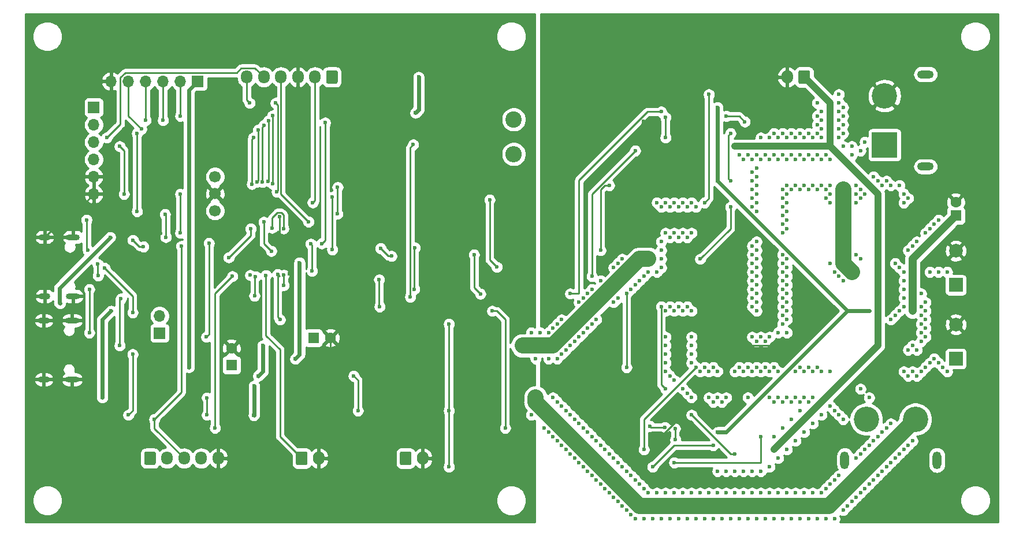
<source format=gbl>
G04 #@! TF.GenerationSoftware,KiCad,Pcbnew,(5.1.12)-1*
G04 #@! TF.CreationDate,2022-01-12T16:51:38+09:00*
G04 #@! TF.ProjectId,NHK2022_MD_product,4e484b32-3032-4325-9f4d-445f70726f64,rev?*
G04 #@! TF.SameCoordinates,PX3c8eee0PY853a720*
G04 #@! TF.FileFunction,Copper,L2,Bot*
G04 #@! TF.FilePolarity,Positive*
%FSLAX46Y46*%
G04 Gerber Fmt 4.6, Leading zero omitted, Abs format (unit mm)*
G04 Created by KiCad (PCBNEW (5.1.12)-1) date 2022-01-12 16:51:38*
%MOMM*%
%LPD*%
G01*
G04 APERTURE LIST*
G04 #@! TA.AperFunction,ComponentPad*
%ADD10O,2.000000X0.900000*%
G04 #@! TD*
G04 #@! TA.AperFunction,ComponentPad*
%ADD11O,1.700000X0.900000*%
G04 #@! TD*
G04 #@! TA.AperFunction,ComponentPad*
%ADD12R,1.600000X1.600000*%
G04 #@! TD*
G04 #@! TA.AperFunction,ComponentPad*
%ADD13C,1.600000*%
G04 #@! TD*
G04 #@! TA.AperFunction,ComponentPad*
%ADD14C,2.000000*%
G04 #@! TD*
G04 #@! TA.AperFunction,ComponentPad*
%ADD15R,2.000000X2.000000*%
G04 #@! TD*
G04 #@! TA.AperFunction,ComponentPad*
%ADD16R,1.700000X1.700000*%
G04 #@! TD*
G04 #@! TA.AperFunction,ComponentPad*
%ADD17O,1.700000X1.700000*%
G04 #@! TD*
G04 #@! TA.AperFunction,ComponentPad*
%ADD18C,2.400000*%
G04 #@! TD*
G04 #@! TA.AperFunction,ComponentPad*
%ADD19O,2.400000X2.400000*%
G04 #@! TD*
G04 #@! TA.AperFunction,ComponentPad*
%ADD20C,1.700000*%
G04 #@! TD*
G04 #@! TA.AperFunction,ComponentPad*
%ADD21C,3.716000*%
G04 #@! TD*
G04 #@! TA.AperFunction,ComponentPad*
%ADD22O,1.300000X2.600000*%
G04 #@! TD*
G04 #@! TA.AperFunction,ComponentPad*
%ADD23R,3.716000X3.716000*%
G04 #@! TD*
G04 #@! TA.AperFunction,ComponentPad*
%ADD24O,2.400000X1.200000*%
G04 #@! TD*
G04 #@! TA.AperFunction,ComponentPad*
%ADD25O,1.700000X2.000000*%
G04 #@! TD*
G04 #@! TA.AperFunction,ComponentPad*
%ADD26O,1.700000X1.950000*%
G04 #@! TD*
G04 #@! TA.AperFunction,ViaPad*
%ADD27C,0.600000*%
G04 #@! TD*
G04 #@! TA.AperFunction,Conductor*
%ADD28C,2.400000*%
G04 #@! TD*
G04 #@! TA.AperFunction,Conductor*
%ADD29C,0.220000*%
G04 #@! TD*
G04 #@! TA.AperFunction,Conductor*
%ADD30C,0.600000*%
G04 #@! TD*
G04 #@! TA.AperFunction,Conductor*
%ADD31C,1.200000*%
G04 #@! TD*
G04 #@! TA.AperFunction,Conductor*
%ADD32C,1.000000*%
G04 #@! TD*
G04 #@! TA.AperFunction,Conductor*
%ADD33C,0.254000*%
G04 #@! TD*
G04 #@! TA.AperFunction,Conductor*
%ADD34C,0.100000*%
G04 #@! TD*
G04 APERTURE END LIST*
D10*
X-4930000Y23515000D03*
X-4930000Y14875000D03*
D11*
X-9100000Y23515000D03*
X-9100000Y14875000D03*
D12*
X124460000Y26670000D03*
D13*
X124460000Y28670000D03*
D14*
X124460000Y21510000D03*
D15*
X124460000Y16510000D03*
X124460000Y5715000D03*
D14*
X124460000Y10715000D03*
D12*
X30300000Y8760000D03*
D13*
X32800000Y8760000D03*
X18300000Y7260000D03*
D12*
X18300000Y4760000D03*
D16*
X7750000Y9450000D03*
D17*
X7750000Y11990000D03*
D18*
X59660000Y40780000D03*
D19*
X59660000Y35700000D03*
D20*
X15875000Y32385000D03*
X15875000Y29885000D03*
X15875000Y27385000D03*
D10*
X-5055000Y11305000D03*
X-5055000Y2665000D03*
D11*
X-9225000Y11305000D03*
X-9225000Y2665000D03*
D21*
X111335000Y-3175000D03*
X118535000Y-3175000D03*
D22*
X108185000Y-9175000D03*
X121685000Y-9175000D03*
D21*
X114015000Y44240000D03*
D23*
X114015000Y37040000D03*
D24*
X120015000Y47390000D03*
X120015000Y33890000D03*
G04 #@! TA.AperFunction,ComponentPad*
G36*
G01*
X103085000Y47740000D02*
X103085000Y46240000D01*
G75*
G02*
X102835000Y45990000I-250000J0D01*
G01*
X101635000Y45990000D01*
G75*
G02*
X101385000Y46240000I0J250000D01*
G01*
X101385000Y47740000D01*
G75*
G02*
X101635000Y47990000I250000J0D01*
G01*
X102835000Y47990000D01*
G75*
G02*
X103085000Y47740000I0J-250000D01*
G01*
G37*
G04 #@! TD.AperFunction*
D25*
X99735000Y46990000D03*
G04 #@! TA.AperFunction,ComponentPad*
G36*
G01*
X33870000Y47715000D02*
X33870000Y46265000D01*
G75*
G02*
X33620000Y46015000I-250000J0D01*
G01*
X32420000Y46015000D01*
G75*
G02*
X32170000Y46265000I0J250000D01*
G01*
X32170000Y47715000D01*
G75*
G02*
X32420000Y47965000I250000J0D01*
G01*
X33620000Y47965000D01*
G75*
G02*
X33870000Y47715000I0J-250000D01*
G01*
G37*
G04 #@! TD.AperFunction*
D26*
X30520000Y46990000D03*
X28020000Y46990000D03*
X25520000Y46990000D03*
X23020000Y46990000D03*
X20520000Y46990000D03*
D16*
X-1905000Y42545000D03*
D17*
X-1905000Y40005000D03*
X-1905000Y37465000D03*
X-1905000Y34925000D03*
X-1905000Y32385000D03*
X-1905000Y29845000D03*
X635000Y46355000D03*
X3175000Y46355000D03*
X5715000Y46355000D03*
X8255000Y46355000D03*
X10795000Y46355000D03*
D16*
X13335000Y46355000D03*
G04 #@! TA.AperFunction,ComponentPad*
G36*
G01*
X5500000Y-9615000D02*
X5500000Y-8165000D01*
G75*
G02*
X5750000Y-7915000I250000J0D01*
G01*
X6950000Y-7915000D01*
G75*
G02*
X7200000Y-8165000I0J-250000D01*
G01*
X7200000Y-9615000D01*
G75*
G02*
X6950000Y-9865000I-250000J0D01*
G01*
X5750000Y-9865000D01*
G75*
G02*
X5500000Y-9615000I0J250000D01*
G01*
G37*
G04 #@! TD.AperFunction*
D26*
X8850000Y-8890000D03*
X11350000Y-8890000D03*
X13850000Y-8890000D03*
X16350000Y-8890000D03*
D25*
X31075000Y-8890000D03*
G04 #@! TA.AperFunction,ComponentPad*
G36*
G01*
X27725000Y-9640000D02*
X27725000Y-8140000D01*
G75*
G02*
X27975000Y-7890000I250000J0D01*
G01*
X29175000Y-7890000D01*
G75*
G02*
X29425000Y-8140000I0J-250000D01*
G01*
X29425000Y-9640000D01*
G75*
G02*
X29175000Y-9890000I-250000J0D01*
G01*
X27975000Y-9890000D01*
G75*
G02*
X27725000Y-9640000I0J250000D01*
G01*
G37*
G04 #@! TD.AperFunction*
G04 #@! TA.AperFunction,ComponentPad*
G36*
G01*
X42965000Y-9640000D02*
X42965000Y-8140000D01*
G75*
G02*
X43215000Y-7890000I250000J0D01*
G01*
X44415000Y-7890000D01*
G75*
G02*
X44665000Y-8140000I0J-250000D01*
G01*
X44665000Y-9640000D01*
G75*
G02*
X44415000Y-9890000I-250000J0D01*
G01*
X43215000Y-9890000D01*
G75*
G02*
X42965000Y-9640000I0J250000D01*
G01*
G37*
G04 #@! TD.AperFunction*
X46315000Y-8890000D03*
D27*
X104140000Y43180000D03*
X104775000Y41910000D03*
X104775000Y40640000D03*
X104775000Y39370000D03*
X104775000Y38100000D03*
X103505000Y38100000D03*
X102235000Y38100000D03*
X100965000Y38100000D03*
X99695000Y38100000D03*
X98425000Y38100000D03*
X97155000Y38100000D03*
X95885000Y38100000D03*
X107315000Y43180000D03*
X107315000Y41910000D03*
X107315000Y40640000D03*
X107315000Y39370000D03*
X107315000Y38100000D03*
X107950000Y36830000D03*
X109220000Y35560000D03*
X110490000Y36195000D03*
X111125000Y37465000D03*
X105410000Y35560000D03*
X106045000Y34925000D03*
X104140000Y35560000D03*
X102870000Y35560000D03*
X101600000Y35560000D03*
X100330000Y35560000D03*
X99060000Y35560000D03*
X97790000Y35560000D03*
X96520000Y35560000D03*
X95250000Y35560000D03*
X93980000Y35560000D03*
X92710000Y35560000D03*
X104775000Y34925000D03*
X103505000Y34925000D03*
X102235000Y34925000D03*
X100965000Y34925000D03*
X99695000Y34925000D03*
X98425000Y34925000D03*
X97155000Y34925000D03*
X95885000Y34925000D03*
X94615000Y34925000D03*
X93345000Y34925000D03*
X106045000Y31115000D03*
X106045000Y29845000D03*
X106045000Y28575000D03*
X104775000Y31115000D03*
X103505000Y31115000D03*
X102235000Y31115000D03*
X100965000Y31115000D03*
X99695000Y31115000D03*
X99060000Y30480000D03*
X99060000Y29210000D03*
X99060000Y27940000D03*
X99060000Y26670000D03*
X99060000Y25400000D03*
X99060000Y24130000D03*
X102870000Y30480000D03*
X101600000Y30480000D03*
X100330000Y30480000D03*
X99695000Y29845000D03*
X104140000Y30480000D03*
X105410000Y30480000D03*
X105410000Y29210000D03*
X99695000Y28575000D03*
X99695000Y27305000D03*
X99695000Y26035000D03*
X99695000Y24765000D03*
X95250000Y33655000D03*
X95250000Y32385000D03*
X95250000Y31115000D03*
X95250000Y29845000D03*
X95250000Y28575000D03*
X95250000Y27305000D03*
X94615000Y33020000D03*
X94615000Y31750000D03*
X94615000Y30480000D03*
X94615000Y29210000D03*
X94615000Y27940000D03*
X97790000Y38735000D03*
X99060000Y38735000D03*
X100330000Y38735000D03*
X101600000Y38735000D03*
X102870000Y38735000D03*
X104140000Y38735000D03*
X104140000Y40005000D03*
X104140000Y41275000D03*
X107315000Y44450000D03*
X107950000Y42545000D03*
X107950000Y41275000D03*
X107950000Y40005000D03*
X107950000Y38735000D03*
X109220000Y36830000D03*
X109855000Y31115000D03*
X109855000Y29845000D03*
X109855000Y28575000D03*
X111125000Y29845000D03*
X110490000Y30480000D03*
X110490000Y29210000D03*
X95250000Y22860000D03*
X95250000Y21590000D03*
X95250000Y20320000D03*
X95250000Y19050000D03*
X95250000Y17780000D03*
X95250000Y16510000D03*
X95250000Y15240000D03*
X95250000Y13970000D03*
X95250000Y12700000D03*
X94615000Y22225000D03*
X94615000Y20955000D03*
X94615000Y19685000D03*
X94615000Y18415000D03*
X94615000Y17145000D03*
X94615000Y15875000D03*
X94615000Y14605000D03*
X94615000Y13335000D03*
X99060000Y20955000D03*
X99060000Y19685000D03*
X99060000Y18415000D03*
X99060000Y17145000D03*
X99060000Y15875000D03*
X99060000Y14605000D03*
X99060000Y13335000D03*
X99060000Y12065000D03*
X99060000Y10795000D03*
X98425000Y9525000D03*
X97155000Y8890000D03*
X95885000Y8890000D03*
X94615000Y8890000D03*
X99695000Y20320000D03*
X99695000Y19050000D03*
X99695000Y17780000D03*
X99695000Y16510000D03*
X99695000Y15240000D03*
X99695000Y13970000D03*
X99695000Y12700000D03*
X99695000Y11430000D03*
X95250000Y8255000D03*
X96520000Y8255000D03*
X99695000Y9525000D03*
X85725000Y12700000D03*
X84455000Y12700000D03*
X83185000Y12700000D03*
X81915000Y12700000D03*
X85725000Y8890000D03*
X81915000Y8890000D03*
X81915000Y7620000D03*
X81915000Y6350000D03*
X81915000Y5080000D03*
X81915000Y3810000D03*
X85725000Y7620000D03*
X85725000Y6350000D03*
X85725000Y5080000D03*
X83185000Y2540000D03*
X82550000Y3175000D03*
X84455000Y1270000D03*
X85090000Y635000D03*
X85725000Y0D03*
X88265000Y0D03*
X89535000Y0D03*
X90805000Y0D03*
X93980000Y0D03*
X97155000Y0D03*
X98425000Y0D03*
X99695000Y0D03*
X100965000Y0D03*
X102235000Y0D03*
X103505000Y0D03*
X86995000Y3810000D03*
X88265000Y3810000D03*
X89535000Y3810000D03*
X92075000Y3810000D03*
X93345000Y3810000D03*
X94615000Y3810000D03*
X95885000Y3810000D03*
X97155000Y3810000D03*
X98425000Y3810000D03*
X100965000Y3810000D03*
X102235000Y3810000D03*
X103505000Y3810000D03*
X104775000Y3810000D03*
X106045000Y3810000D03*
X110490000Y1270000D03*
X88900000Y4445000D03*
X87630000Y4445000D03*
X92710000Y4445000D03*
X93980000Y4445000D03*
X95250000Y4445000D03*
X96520000Y4445000D03*
X97790000Y4445000D03*
X101600000Y4445000D03*
X102870000Y4445000D03*
X104140000Y4445000D03*
X88900000Y-635000D03*
X90170000Y-635000D03*
X97790000Y-635000D03*
X99060000Y-635000D03*
X100330000Y-635000D03*
X101600000Y-635000D03*
X102870000Y-635000D03*
X106045000Y-1270000D03*
X106680000Y-1905000D03*
X107315000Y-2540000D03*
X85090000Y13335000D03*
X83820000Y13335000D03*
X82550000Y13335000D03*
X85725000Y24130000D03*
X84455000Y24130000D03*
X83185000Y24130000D03*
X81915000Y24130000D03*
X82550000Y23495000D03*
X83820000Y23495000D03*
X85090000Y23495000D03*
X86360000Y27940000D03*
X85090000Y27940000D03*
X83820000Y27940000D03*
X82550000Y27940000D03*
X81280000Y27940000D03*
X81915000Y28575000D03*
X83185000Y28575000D03*
X84455000Y28575000D03*
X85725000Y28575000D03*
X81280000Y22860000D03*
X81280000Y21590000D03*
X81280000Y20320000D03*
X81280000Y19050000D03*
X80645000Y18415000D03*
X79375000Y18415000D03*
X78740000Y17780000D03*
X78105000Y17145000D03*
X77470000Y16510000D03*
X76835000Y15875000D03*
X74930000Y14605000D03*
X74295000Y13970000D03*
X71755000Y11430000D03*
X71120000Y10795000D03*
X70485000Y10160000D03*
X69850000Y9525000D03*
X69215000Y8890000D03*
X68580000Y8255000D03*
X67945000Y7620000D03*
X67310000Y6985000D03*
X66675000Y6350000D03*
X66040000Y5715000D03*
X64770000Y5715000D03*
X62865000Y5715000D03*
X75565000Y20320000D03*
X74930000Y19685000D03*
X74295000Y19050000D03*
X72390000Y17145000D03*
X71120000Y15875000D03*
X70485000Y15240000D03*
X69850000Y14605000D03*
X69215000Y13970000D03*
X66675000Y11430000D03*
X66040000Y10795000D03*
X65405000Y10160000D03*
X64770000Y9525000D03*
X63500000Y9525000D03*
X62230000Y9525000D03*
X106045000Y19685000D03*
X106680000Y18415000D03*
X107950000Y17145000D03*
X107315000Y17780000D03*
X109855000Y20955000D03*
X110490000Y20320000D03*
X65405000Y0D03*
X66040000Y-635000D03*
X66675000Y-1270000D03*
X67310000Y-1905000D03*
X67945000Y-2540000D03*
X68580000Y-3175000D03*
X69215000Y-3810000D03*
X69850000Y-4445000D03*
X70485000Y-5080000D03*
X71120000Y-5715000D03*
X71755000Y-6350000D03*
X72390000Y-6985000D03*
X73025000Y-7620000D03*
X73660000Y-8255000D03*
X74295000Y-8890000D03*
X74930000Y-9525000D03*
X75565000Y-10160000D03*
X76200000Y-10795000D03*
X76835000Y-11430000D03*
X77470000Y-12065000D03*
X78105000Y-12700000D03*
X78740000Y-13335000D03*
X79375000Y-13970000D03*
X80645000Y-13970000D03*
X81915000Y-13970000D03*
X81915000Y-13970000D03*
X83185000Y-13970000D03*
X84455000Y-13970000D03*
X85725000Y-13970000D03*
X86995000Y-13970000D03*
X88265000Y-13970000D03*
X89535000Y-13970000D03*
X90805000Y-13970000D03*
X92075000Y-13970000D03*
X93345000Y-13970000D03*
X94615000Y-13970000D03*
X95885000Y-13970000D03*
X97155000Y-13970000D03*
X98425000Y-13970000D03*
X99695000Y-13970000D03*
X100965000Y-13970000D03*
X102235000Y-13970000D03*
X103505000Y-13970000D03*
X104775000Y-13970000D03*
X105410000Y-13335000D03*
X106045000Y-12700000D03*
X106680000Y-12065000D03*
X107315000Y-11430000D03*
X109855000Y-8890000D03*
X110490000Y-8255000D03*
X111125000Y-7620000D03*
X111760000Y-6985000D03*
X112395000Y-6350000D03*
X113030000Y-5715000D03*
X113665000Y-5080000D03*
X114300000Y-4445000D03*
X114935000Y-3810000D03*
X62230000Y-2540000D03*
X64135000Y-4445000D03*
X64770000Y-5080000D03*
X65405000Y-5715000D03*
X66040000Y-6350000D03*
X66675000Y-6985000D03*
X67310000Y-7620000D03*
X67945000Y-8255000D03*
X68580000Y-8890000D03*
X69215000Y-9525000D03*
X69850000Y-10160000D03*
X70485000Y-10795000D03*
X71120000Y-11430000D03*
X71755000Y-12065000D03*
X72390000Y-12700000D03*
X73025000Y-13335000D03*
X73660000Y-13970000D03*
X74295000Y-14605000D03*
X74930000Y-15240000D03*
X75565000Y-15875000D03*
X76200000Y-16510000D03*
X76835000Y-17145000D03*
X77470000Y-17780000D03*
X78740000Y-17780000D03*
X80010000Y-17780000D03*
X81280000Y-17780000D03*
X82550000Y-17780000D03*
X83820000Y-17780000D03*
X85090000Y-17780000D03*
X86360000Y-17780000D03*
X87630000Y-17780000D03*
X88900000Y-17780000D03*
X90170000Y-17780000D03*
X91440000Y-17780000D03*
X92710000Y-17780000D03*
X93980000Y-17780000D03*
X95250000Y-17780000D03*
X96520000Y-17780000D03*
X97790000Y-17780000D03*
X99060000Y-17780000D03*
X100330000Y-17780000D03*
X101600000Y-17780000D03*
X102870000Y-17780000D03*
X104140000Y-17780000D03*
X105410000Y-17780000D03*
X106680000Y-17780000D03*
X107950000Y-16510000D03*
X108585000Y-15875000D03*
X109220000Y-15240000D03*
X109855000Y-14605000D03*
X110490000Y-13970000D03*
X111125000Y-13335000D03*
X111760000Y-12700000D03*
X112395000Y-12065000D03*
X113030000Y-11430000D03*
X113665000Y-10795000D03*
X114300000Y-10160000D03*
X114935000Y-9525000D03*
X115570000Y-8890000D03*
X116205000Y-8255000D03*
X116840000Y-7620000D03*
X117475000Y-6985000D03*
X118110000Y-6350000D03*
X120015000Y13970000D03*
X120015000Y12700000D03*
X120015000Y11430000D03*
X120015000Y10160000D03*
X120015000Y8890000D03*
X118745000Y6985000D03*
X117475000Y6985000D03*
X118110000Y7620000D03*
X119380000Y8255000D03*
X119380000Y9525000D03*
X119380000Y10795000D03*
X119380000Y12065000D03*
X119380000Y13335000D03*
X116840000Y3810000D03*
X118110000Y3810000D03*
X119380000Y3810000D03*
X120015000Y4445000D03*
X120650000Y5080000D03*
X121285000Y5715000D03*
X121920000Y5080000D03*
X122555000Y4445000D03*
X123190000Y3810000D03*
X118745000Y3175000D03*
X117475000Y3175000D03*
X115570000Y19685000D03*
X116840000Y18415000D03*
X116840000Y17145000D03*
X116840000Y15875000D03*
X116840000Y14605000D03*
X116840000Y13335000D03*
X116205000Y12700000D03*
X115570000Y12065000D03*
X114935000Y11430000D03*
X116205000Y19050000D03*
X121920000Y26035000D03*
X121285000Y25400000D03*
X120650000Y24765000D03*
X120015000Y24130000D03*
X118745000Y22860000D03*
X118110000Y22225000D03*
X117475000Y21590000D03*
X112395000Y32385000D03*
X113030000Y31750000D03*
X113665000Y31115000D03*
X114935000Y31115000D03*
X116205000Y31115000D03*
X116840000Y29845000D03*
X116840000Y28575000D03*
X114300000Y31750000D03*
X117475000Y29210000D03*
X101600000Y-1905000D03*
X100330000Y-3175000D03*
X99060000Y-4445000D03*
X97790000Y-5715000D03*
X89535000Y-10795000D03*
X90805000Y-10795000D03*
X92075000Y-10795000D03*
X93345000Y-10795000D03*
X94615000Y-10795000D03*
X95885000Y-10795000D03*
X97155000Y-10160000D03*
X98425000Y-8890000D03*
X99695000Y-7620000D03*
X100965000Y-6350000D03*
X102235000Y-5080000D03*
X103505000Y-3810000D03*
X104775000Y-2540000D03*
X119380000Y15240000D03*
X120650000Y18415000D03*
X121920000Y18415000D03*
X123190000Y18415000D03*
X80645000Y28575000D03*
X107950000Y-3175000D03*
X111760000Y0D03*
X79375000Y20320000D03*
X60960000Y7620000D03*
X88265000Y44450000D03*
X87630000Y28575000D03*
X78715000Y40475000D03*
X73660000Y27305000D03*
X99060000Y7620000D03*
X80645000Y-6350000D03*
X89535000Y-5080000D03*
X89535000Y42545000D03*
X89535000Y31750000D03*
X118110000Y12700000D03*
X111760000Y12700000D03*
X55340000Y44800000D03*
X55340000Y34600000D03*
X58216164Y28903836D03*
X58850000Y20400000D03*
X35030000Y-280000D03*
X26820000Y18130000D03*
X26610000Y20780000D03*
X25310000Y26510000D03*
X35310000Y19270000D03*
X35410000Y24380000D03*
X36510000Y25260000D03*
X36510000Y33550000D03*
X7500000Y22300000D03*
X7900000Y24040000D03*
X6160000Y35480000D03*
X6580000Y26460000D03*
X45720000Y0D03*
X21610000Y1710000D03*
X21570000Y-2590000D03*
X27650000Y5680000D03*
X28260000Y19790000D03*
X23020000Y25740000D03*
X24120000Y21480000D03*
X45720000Y46990000D03*
X45260000Y41735000D03*
X12065000Y4445000D03*
X36195000Y3175000D03*
X36830000Y-1905000D03*
X39940000Y17290000D03*
X40005000Y13335000D03*
X56515000Y12700000D03*
X58420000Y-4445000D03*
X107950000Y30480000D03*
X109220000Y18415000D03*
X113030000Y29845000D03*
X92075000Y36830000D03*
X97790000Y-7620000D03*
X0Y38100000D03*
X1905000Y36830000D03*
X2540000Y29845000D03*
X10795000Y29845000D03*
X10795000Y24130000D03*
X510000Y23520000D03*
X5388836Y22131164D03*
X3840000Y23090000D03*
X-6832500Y13817500D03*
X635000Y12700000D03*
X-635000Y0D03*
X22860000Y7620000D03*
X22225000Y3175000D03*
X-2960000Y26050000D03*
X-2750000Y21600000D03*
X-2540000Y15875000D03*
X-2540000Y9525000D03*
X14710000Y-20000D03*
X14710000Y-2540000D03*
X33850000Y30840000D03*
X33800000Y26930000D03*
X62865000Y0D03*
X24930000Y30176000D03*
X20955000Y43180000D03*
X24765000Y43180000D03*
X29570000Y25780000D03*
X30210000Y28600000D03*
X8660000Y23520000D03*
X8550000Y26890000D03*
X4445000Y38735000D03*
X4445000Y27305000D03*
X-310000Y18990000D03*
X3810000Y12480000D03*
X-1310000Y19580000D03*
X-1270000Y17870000D03*
X1905000Y7620000D03*
X2100010Y14499990D03*
X24320000Y41330000D03*
X24320000Y31350000D03*
X10795000Y41275000D03*
X23710000Y40590000D03*
X23614115Y31726472D03*
X8255000Y40640000D03*
X23060000Y39910000D03*
X22826880Y31584121D03*
X5715000Y40640000D03*
X22216880Y39240000D03*
X22027255Y31608686D03*
X5080000Y39370000D03*
X14990000Y22630000D03*
X3175000Y-2540000D03*
X3810000Y6350000D03*
X14605000Y8890000D03*
X10930000Y22200010D03*
X6985000Y-3175000D03*
X21040000Y17950000D03*
X15875000Y-4445000D03*
X18415000Y17780000D03*
X23350000Y17930000D03*
X25050000Y18060000D03*
X50165000Y-1905000D03*
X50165000Y-10160000D03*
X25400000Y11430000D03*
X50165000Y10795000D03*
X81801164Y-4331164D03*
X79638664Y-4181336D03*
X86360000Y4445000D03*
X78740000Y-7620000D03*
X88900000Y-6985000D03*
X80010000Y-10160000D03*
X92075000Y-8255000D03*
X85725000Y-2540000D03*
X95885000Y-5715000D03*
X83185000Y-9525000D03*
X91440000Y38735000D03*
X91440000Y31750000D03*
X91440000Y27940000D03*
X86995000Y20320000D03*
X93528836Y40456164D03*
X90805000Y41275000D03*
X73660000Y31115000D03*
X72390000Y21590000D03*
X21520000Y38110000D03*
X21292616Y31291971D03*
X30090000Y18569999D03*
X29920000Y22540000D03*
X31500000Y22580000D03*
X32020000Y40310000D03*
X45100000Y15900000D03*
X45150000Y21960000D03*
X33020000Y29380000D03*
X33070000Y21700000D03*
X57180000Y19150000D03*
X56130000Y28990000D03*
X44930000Y37090000D03*
X44490000Y14760000D03*
X21660000Y14940000D03*
X21818122Y17764180D03*
X81280000Y13335000D03*
X81915000Y1270000D03*
X83298836Y-4558836D03*
X83358836Y-6176164D03*
X76200000Y4445000D03*
X76200000Y15240000D03*
X25970000Y16480000D03*
X25970000Y17970000D03*
X54770000Y15200000D03*
X53850000Y20960000D03*
X41725686Y20744314D03*
X40150000Y21880000D03*
X67945000Y15240000D03*
X81280000Y41910000D03*
X71120000Y17780000D03*
X77470000Y36195000D03*
X81915000Y38100000D03*
X81915000Y41085000D03*
X17888565Y20538565D03*
X21118649Y24772913D03*
X24258565Y24881435D03*
X25920000Y24773763D03*
D28*
X79375000Y20320000D02*
X78740000Y20320000D01*
X79375000Y20320000D02*
X78105000Y20320000D01*
X78105000Y20320000D02*
X65405000Y7620000D01*
X65405000Y7620000D02*
X60960000Y7620000D01*
D29*
X88265000Y29210000D02*
X87630000Y28575000D01*
X88265000Y44450000D02*
X88265000Y29210000D01*
X78715000Y32360000D02*
X73660000Y27305000D01*
X78715000Y40475000D02*
X78715000Y32360000D01*
X94615000Y7620000D02*
X80645000Y-6350000D01*
X99060000Y7620000D02*
X94615000Y7620000D01*
D30*
X90805000Y-5080000D02*
X89535000Y-5080000D01*
X108585000Y12700000D02*
X90805000Y-5080000D01*
X89535000Y31750000D02*
X89535000Y42545000D01*
X108585000Y12700000D02*
X89535000Y31750000D01*
D31*
X118110000Y20320000D02*
X124460000Y26670000D01*
X118110000Y12700000D02*
X118110000Y20320000D01*
D30*
X108585000Y12700000D02*
X111760000Y12700000D01*
D29*
X55340000Y44800000D02*
X55340000Y34600000D01*
X58850000Y28270000D02*
X58850000Y20400000D01*
X58216164Y28903836D02*
X58850000Y28270000D01*
X32800000Y1950000D02*
X32800000Y8760000D01*
X35030000Y-280000D02*
X32800000Y1950000D01*
X25310000Y22080000D02*
X25310000Y26510000D01*
X26610000Y20780000D02*
X25310000Y22080000D01*
X35310000Y24280000D02*
X35410000Y24380000D01*
X35310000Y19270000D02*
X35310000Y24280000D01*
X36510000Y25260000D02*
X36510000Y33550000D01*
X7500000Y23640000D02*
X7900000Y24040000D01*
X7500000Y22300000D02*
X7500000Y23640000D01*
X6580000Y35060000D02*
X6580000Y26460000D01*
X6160000Y35480000D02*
X6580000Y35060000D01*
X-4435001Y28179999D02*
X-9100000Y23515000D01*
X-3570001Y28179999D02*
X-4435001Y28179999D01*
X-1905000Y29845000D02*
X-3570001Y28179999D01*
X-4930000Y11430000D02*
X-5055000Y11305000D01*
X-4930000Y14875000D02*
X-4930000Y11430000D01*
X46315000Y-595000D02*
X45720000Y0D01*
X46315000Y-8890000D02*
X46315000Y-595000D01*
X21610000Y-2550000D02*
X21570000Y-2590000D01*
D30*
X21610000Y1710000D02*
X21610000Y-2550000D01*
X27650000Y5680000D02*
X28260000Y6290000D01*
D29*
X23020000Y22580000D02*
X24120000Y21480000D01*
X23020000Y25740000D02*
X23020000Y22580000D01*
D30*
X45720000Y42195000D02*
X45260000Y41735000D01*
X45720000Y46990000D02*
X45720000Y42195000D01*
X12065000Y45085000D02*
X12065000Y4445000D01*
X13335000Y46355000D02*
X12065000Y45085000D01*
X28260000Y6290000D02*
X28260000Y19790000D01*
D29*
X36830000Y2540000D02*
X36830000Y-1905000D01*
X36195000Y3175000D02*
X36830000Y2540000D01*
X39940000Y13400000D02*
X40005000Y13335000D01*
X39940000Y17290000D02*
X39940000Y13400000D01*
X56515000Y12700000D02*
X57150000Y12700000D01*
X58420000Y11430000D02*
X58420000Y-4445000D01*
X57150000Y12700000D02*
X58420000Y11430000D01*
D28*
X107950000Y19685000D02*
X109220000Y18415000D01*
X107950000Y30480000D02*
X107950000Y19685000D01*
D32*
X113030000Y29845000D02*
X106045000Y36830000D01*
X106045000Y36830000D02*
X92075000Y36830000D01*
X113030000Y7620000D02*
X97790000Y-7620000D01*
X113030000Y29845000D02*
X113030000Y7620000D01*
X106045000Y43180000D02*
X102235000Y46990000D01*
X106045000Y36830000D02*
X106045000Y43180000D01*
D29*
X19700010Y48275010D02*
X21734990Y48275010D01*
X21734990Y48275010D02*
X23020000Y46990000D01*
X19050000Y47625000D02*
X19700010Y48275010D01*
X12065000Y47625000D02*
X19050000Y47625000D01*
X2014999Y40114999D02*
X0Y38100000D01*
X2014999Y46911801D02*
X2014999Y40114999D01*
X2728198Y47625000D02*
X2014999Y46911801D01*
X12065000Y47625000D02*
X2728198Y47625000D01*
X2540000Y36195000D02*
X2540000Y29845000D01*
X1905000Y36830000D02*
X2540000Y36195000D01*
X10795000Y29845000D02*
X10795000Y24130000D01*
D30*
X-6950000Y16060000D02*
X510000Y23520000D01*
D29*
X4798836Y22131164D02*
X3840000Y23090000D01*
X5388836Y22131164D02*
X4798836Y22131164D01*
D30*
X-6950000Y13935000D02*
X-6832500Y13817500D01*
X-6950000Y16060000D02*
X-6950000Y13935000D01*
X-635000Y11430000D02*
X-635000Y0D01*
X635000Y12700000D02*
X-635000Y11430000D01*
X22860000Y3810000D02*
X22225000Y3175000D01*
X22860000Y7620000D02*
X22860000Y3810000D01*
D29*
X-2960000Y26050000D02*
X-2960000Y21810000D01*
X-2750000Y21600000D02*
X-2960000Y21810000D01*
X-2540000Y15875000D02*
X-2540000Y9525000D01*
X14710000Y-20000D02*
X14710000Y-2540000D01*
X33850000Y26980000D02*
X33800000Y26930000D01*
X33850000Y30840000D02*
X33850000Y26980000D01*
D28*
X105835000Y-15875000D02*
X118535000Y-3175000D01*
X78105000Y-15875000D02*
X105835000Y-15875000D01*
X62865000Y-635000D02*
X78105000Y-15875000D01*
X62865000Y0D02*
X62865000Y-635000D01*
D29*
X20520000Y43615000D02*
X20955000Y43180000D01*
X20520000Y46990000D02*
X20520000Y43615000D01*
X25064999Y30310999D02*
X24930000Y30176000D01*
X25064999Y42880001D02*
X25064999Y30310999D01*
X24765000Y43180000D02*
X25064999Y42880001D01*
X25540000Y29810000D02*
X29570000Y25780000D01*
X25540001Y46969999D02*
X25540000Y29810000D01*
X25520000Y46990000D02*
X25540001Y46969999D01*
X30520000Y28910000D02*
X30210000Y28600000D01*
X30520000Y46990000D02*
X30520000Y28910000D01*
X8660000Y26780000D02*
X8550000Y26890000D01*
X8660000Y23520000D02*
X8660000Y26780000D01*
X4445000Y38735000D02*
X4445000Y27305000D01*
X3810000Y14870000D02*
X3810000Y12480000D01*
X-310000Y18990000D02*
X3810000Y14870000D01*
X-1310000Y17910000D02*
X-1270000Y17870000D01*
X-1310000Y19580000D02*
X-1310000Y17910000D01*
X1905000Y14304980D02*
X2100010Y14499990D01*
X1905000Y7620000D02*
X1905000Y14304980D01*
X24320000Y41330000D02*
X24320000Y31350000D01*
X10795000Y46355000D02*
X10795000Y41275000D01*
X23710000Y31822357D02*
X23614115Y31726472D01*
X23710000Y40590000D02*
X23710000Y31822357D01*
X8255000Y46355000D02*
X8255000Y40640000D01*
X22826880Y39676880D02*
X22826880Y31584121D01*
X23060000Y39910000D02*
X22826880Y39676880D01*
X5715000Y46355000D02*
X5715000Y40640000D01*
X22216880Y31798311D02*
X22027255Y31608686D01*
X22216880Y39240000D02*
X22216880Y31798311D01*
X3175000Y41275000D02*
X5080000Y39370000D01*
X3175000Y46355000D02*
X3175000Y41275000D01*
X3810000Y-1905000D02*
X3810000Y6350000D01*
X3175000Y-2540000D02*
X3810000Y-1905000D01*
X14990000Y9275000D02*
X14990000Y22630000D01*
X14605000Y8890000D02*
X14990000Y9275000D01*
X10930000Y770000D02*
X6985000Y-3175000D01*
X10930000Y22200010D02*
X10930000Y770000D01*
X6985000Y-4525000D02*
X11350000Y-8890000D01*
X6985000Y-3175000D02*
X6985000Y-4525000D01*
X15875000Y15240000D02*
X18415000Y17780000D01*
X15875000Y-4445000D02*
X15875000Y15240000D01*
X23400000Y17880000D02*
X23350000Y17930000D01*
X25400000Y-5715000D02*
X28575000Y-8890000D01*
X25400000Y7027198D02*
X25400000Y-5715000D01*
X23350000Y9077198D02*
X25400000Y7027198D01*
X23350000Y17930000D02*
X23350000Y9077198D01*
X25320009Y17789991D02*
X25050000Y18060000D01*
X50165000Y-1905000D02*
X50165000Y-10160000D01*
X25050000Y11780000D02*
X25400000Y11430000D01*
X25050000Y18060000D02*
X25050000Y11780000D01*
X50165000Y10795000D02*
X50165000Y-1905000D01*
X7790000Y9410000D02*
X7750000Y9450000D01*
X79788492Y-4331164D02*
X79638664Y-4181336D01*
X81801164Y-4331164D02*
X79788492Y-4331164D01*
X78740000Y-3175000D02*
X78740000Y-7620000D01*
X86360000Y4445000D02*
X78740000Y-3175000D01*
X83185000Y-6985000D02*
X80010000Y-10160000D01*
X88900000Y-6985000D02*
X83185000Y-6985000D01*
X91440000Y-8255000D02*
X85725000Y-2540000D01*
X92075000Y-8255000D02*
X91440000Y-8255000D01*
X95885000Y-5715000D02*
X95885000Y-9525000D01*
X95885000Y-9525000D02*
X83185000Y-9525000D01*
X91140001Y32049999D02*
X91440000Y31750000D01*
X91140001Y38435001D02*
X91140001Y32049999D01*
X91440000Y38735000D02*
X91140001Y38435001D01*
X91440000Y24765000D02*
X86995000Y20320000D01*
X91440000Y27940000D02*
X91440000Y24765000D01*
X92710000Y41275000D02*
X90805000Y41275000D01*
X93528836Y40456164D02*
X92710000Y41275000D01*
X73660000Y31115000D02*
X73025000Y31115000D01*
X72390000Y30480000D02*
X72390000Y21590000D01*
X73025000Y31115000D02*
X72390000Y30480000D01*
X21292616Y37882616D02*
X21292616Y31291971D01*
X21520000Y38110000D02*
X21292616Y37882616D01*
X30090000Y22370000D02*
X29920000Y22540000D01*
X30090000Y18569999D02*
X30090000Y22370000D01*
X32020000Y23100000D02*
X32020000Y40310000D01*
X31500000Y22580000D02*
X32020000Y23100000D01*
X45100000Y21910000D02*
X45150000Y21960000D01*
X45100000Y15900000D02*
X45100000Y21910000D01*
X33020000Y21750000D02*
X33070000Y21700000D01*
X33020000Y29380000D02*
X33020000Y21750000D01*
X56130000Y20200000D02*
X56130000Y28990000D01*
X57180000Y19150000D02*
X56130000Y20200000D01*
X44490000Y36650000D02*
X44490000Y14760000D01*
X44930000Y37090000D02*
X44490000Y36650000D01*
X21660000Y17606058D02*
X21818122Y17764180D01*
X21660000Y14940000D02*
X21660000Y17606058D01*
X81280000Y1905000D02*
X81915000Y1270000D01*
X81280000Y13335000D02*
X81280000Y1905000D01*
X83298836Y-6116164D02*
X83358836Y-6176164D01*
X83298836Y-4558836D02*
X83298836Y-6116164D01*
X76200000Y4445000D02*
X76200000Y15240000D01*
X25970000Y16480000D02*
X25970000Y17970000D01*
X53850000Y16120000D02*
X53850000Y20960000D01*
X54770000Y15200000D02*
X53850000Y16120000D01*
X41285686Y20744314D02*
X40150000Y21880000D01*
X41725686Y20744314D02*
X41285686Y20744314D01*
X67945000Y15240000D02*
X69215000Y15240000D01*
X69215000Y31877802D02*
X79247198Y41910000D01*
X69215000Y15240000D02*
X69215000Y31877802D01*
X79247198Y41910000D02*
X81280000Y41910000D01*
X71120000Y29845000D02*
X77470000Y36195000D01*
X71120000Y17780000D02*
X71120000Y29845000D01*
X81915000Y38100000D02*
X81915000Y41085000D01*
X21118649Y23768649D02*
X21118649Y24772913D01*
X17888565Y20538565D02*
X21118649Y23768649D01*
X25920000Y26802802D02*
X25920000Y24773763D01*
X25602801Y27120001D02*
X25920000Y26802802D01*
X25017199Y27120001D02*
X25602801Y27120001D01*
X24258565Y26361367D02*
X25017199Y27120001D01*
X24258565Y24881435D02*
X24258565Y26361367D01*
D33*
X130640000Y-18288000D02*
X107465080Y-18288000D01*
X107508586Y-18222889D01*
X107579068Y-18052729D01*
X107615000Y-17872089D01*
X107615000Y-17687911D01*
X107579068Y-17507271D01*
X107509629Y-17339629D01*
X107677271Y-17409068D01*
X107857911Y-17445000D01*
X108042089Y-17445000D01*
X108222729Y-17409068D01*
X108392889Y-17338586D01*
X108546028Y-17236262D01*
X108676262Y-17106028D01*
X108778586Y-16952889D01*
X108849068Y-16782729D01*
X108850505Y-16775505D01*
X108857729Y-16774068D01*
X109027889Y-16703586D01*
X109181028Y-16601262D01*
X109311262Y-16471028D01*
X109413586Y-16317889D01*
X109484068Y-16147729D01*
X109485505Y-16140505D01*
X109492729Y-16139068D01*
X109662889Y-16068586D01*
X109816028Y-15966262D01*
X109946262Y-15836028D01*
X110048586Y-15682889D01*
X110119068Y-15512729D01*
X110120505Y-15505505D01*
X110127729Y-15504068D01*
X110297889Y-15433586D01*
X110451028Y-15331262D01*
X110581262Y-15201028D01*
X110683586Y-15047889D01*
X110754068Y-14877729D01*
X110755505Y-14870505D01*
X110762729Y-14869068D01*
X110857357Y-14829872D01*
X125065000Y-14829872D01*
X125065000Y-15270128D01*
X125150890Y-15701925D01*
X125319369Y-16108669D01*
X125563962Y-16474729D01*
X125875271Y-16786038D01*
X126241331Y-17030631D01*
X126648075Y-17199110D01*
X127079872Y-17285000D01*
X127520128Y-17285000D01*
X127951925Y-17199110D01*
X128358669Y-17030631D01*
X128724729Y-16786038D01*
X129036038Y-16474729D01*
X129280631Y-16108669D01*
X129449110Y-15701925D01*
X129535000Y-15270128D01*
X129535000Y-14829872D01*
X129449110Y-14398075D01*
X129280631Y-13991331D01*
X129036038Y-13625271D01*
X128724729Y-13313962D01*
X128358669Y-13069369D01*
X127951925Y-12900890D01*
X127520128Y-12815000D01*
X127079872Y-12815000D01*
X126648075Y-12900890D01*
X126241331Y-13069369D01*
X125875271Y-13313962D01*
X125563962Y-13625271D01*
X125319369Y-13991331D01*
X125150890Y-14398075D01*
X125065000Y-14829872D01*
X110857357Y-14829872D01*
X110932889Y-14798586D01*
X111086028Y-14696262D01*
X111216262Y-14566028D01*
X111318586Y-14412889D01*
X111389068Y-14242729D01*
X111390505Y-14235505D01*
X111397729Y-14234068D01*
X111567889Y-14163586D01*
X111721028Y-14061262D01*
X111851262Y-13931028D01*
X111953586Y-13777889D01*
X112024068Y-13607729D01*
X112025505Y-13600505D01*
X112032729Y-13599068D01*
X112202889Y-13528586D01*
X112356028Y-13426262D01*
X112486262Y-13296028D01*
X112588586Y-13142889D01*
X112659068Y-12972729D01*
X112660505Y-12965505D01*
X112667729Y-12964068D01*
X112837889Y-12893586D01*
X112991028Y-12791262D01*
X113121262Y-12661028D01*
X113223586Y-12507889D01*
X113294068Y-12337729D01*
X113295505Y-12330505D01*
X113302729Y-12329068D01*
X113472889Y-12258586D01*
X113626028Y-12156262D01*
X113756262Y-12026028D01*
X113858586Y-11872889D01*
X113929068Y-11702729D01*
X113930505Y-11695505D01*
X113937729Y-11694068D01*
X114107889Y-11623586D01*
X114261028Y-11521262D01*
X114391262Y-11391028D01*
X114493586Y-11237889D01*
X114564068Y-11067729D01*
X114565505Y-11060505D01*
X114572729Y-11059068D01*
X114742889Y-10988586D01*
X114896028Y-10886262D01*
X115026262Y-10756028D01*
X115128586Y-10602889D01*
X115199068Y-10432729D01*
X115200505Y-10425505D01*
X115207729Y-10424068D01*
X115377889Y-10353586D01*
X115531028Y-10251262D01*
X115661262Y-10121028D01*
X115763586Y-9967889D01*
X115834068Y-9797729D01*
X115835505Y-9790505D01*
X115842729Y-9789068D01*
X116012889Y-9718586D01*
X116166028Y-9616262D01*
X116296262Y-9486028D01*
X116398586Y-9332889D01*
X116469068Y-9162729D01*
X116470505Y-9155505D01*
X116477729Y-9154068D01*
X116647889Y-9083586D01*
X116801028Y-8981262D01*
X116931262Y-8851028D01*
X117033586Y-8697889D01*
X117104068Y-8527729D01*
X117105505Y-8520505D01*
X117112729Y-8519068D01*
X117250799Y-8461878D01*
X120400000Y-8461878D01*
X120400000Y-9888123D01*
X120418593Y-10076904D01*
X120492071Y-10319127D01*
X120611393Y-10542362D01*
X120771973Y-10738028D01*
X120967639Y-10898608D01*
X121190874Y-11017929D01*
X121433097Y-11091407D01*
X121685000Y-11116217D01*
X121936904Y-11091407D01*
X122179127Y-11017929D01*
X122402362Y-10898608D01*
X122598028Y-10738028D01*
X122758608Y-10542362D01*
X122877929Y-10319127D01*
X122951407Y-10076904D01*
X122970000Y-9888123D01*
X122970000Y-8461877D01*
X122951407Y-8273096D01*
X122877929Y-8030873D01*
X122758608Y-7807638D01*
X122598028Y-7611972D01*
X122402361Y-7451392D01*
X122179126Y-7332071D01*
X121936903Y-7258593D01*
X121685000Y-7233783D01*
X121433096Y-7258593D01*
X121190873Y-7332071D01*
X120967638Y-7451392D01*
X120771972Y-7611972D01*
X120611392Y-7807639D01*
X120492071Y-8030874D01*
X120418593Y-8273097D01*
X120400000Y-8461878D01*
X117250799Y-8461878D01*
X117282889Y-8448586D01*
X117436028Y-8346262D01*
X117566262Y-8216028D01*
X117668586Y-8062889D01*
X117739068Y-7892729D01*
X117740505Y-7885505D01*
X117747729Y-7884068D01*
X117917889Y-7813586D01*
X118071028Y-7711262D01*
X118201262Y-7581028D01*
X118303586Y-7427889D01*
X118374068Y-7257729D01*
X118375505Y-7250505D01*
X118382729Y-7249068D01*
X118552889Y-7178586D01*
X118706028Y-7076262D01*
X118836262Y-6946028D01*
X118938586Y-6792889D01*
X119009068Y-6622729D01*
X119045000Y-6442089D01*
X119045000Y-6257911D01*
X119009068Y-6077271D01*
X118938586Y-5907111D01*
X118836262Y-5753972D01*
X118750290Y-5668000D01*
X118780539Y-5668000D01*
X119262181Y-5572196D01*
X119715879Y-5384268D01*
X120124195Y-5111440D01*
X120471440Y-4764195D01*
X120744268Y-4355879D01*
X120932196Y-3902181D01*
X121028000Y-3420539D01*
X121028000Y-2929461D01*
X120932196Y-2447819D01*
X120744268Y-1994121D01*
X120471440Y-1585805D01*
X120124195Y-1238560D01*
X119715879Y-965732D01*
X119262181Y-777804D01*
X118780539Y-682000D01*
X118289461Y-682000D01*
X117807819Y-777804D01*
X117354121Y-965732D01*
X116945805Y-1238560D01*
X116598560Y-1585805D01*
X116325732Y-1994121D01*
X116137804Y-2447819D01*
X116042000Y-2929461D01*
X116042000Y-3072918D01*
X115757266Y-3357652D01*
X115661262Y-3213972D01*
X115531028Y-3083738D01*
X115377889Y-2981414D01*
X115207729Y-2910932D01*
X115027089Y-2875000D01*
X114842911Y-2875000D01*
X114662271Y-2910932D01*
X114492111Y-2981414D01*
X114338972Y-3083738D01*
X114208738Y-3213972D01*
X114106414Y-3367111D01*
X114035932Y-3537271D01*
X114034495Y-3544495D01*
X114027271Y-3545932D01*
X113857111Y-3616414D01*
X113778604Y-3668871D01*
X113828000Y-3420539D01*
X113828000Y-2929461D01*
X113732196Y-2447819D01*
X113544268Y-1994121D01*
X113271440Y-1585805D01*
X112924195Y-1238560D01*
X112515879Y-965732D01*
X112193834Y-832337D01*
X112202889Y-828586D01*
X112356028Y-726262D01*
X112486262Y-596028D01*
X112588586Y-442889D01*
X112659068Y-272729D01*
X112695000Y-92089D01*
X112695000Y92089D01*
X112659068Y272729D01*
X112588586Y442889D01*
X112486262Y596028D01*
X112356028Y726262D01*
X112202889Y828586D01*
X112032729Y899068D01*
X111852089Y935000D01*
X111667911Y935000D01*
X111487271Y899068D01*
X111319629Y829629D01*
X111389068Y997271D01*
X111425000Y1177911D01*
X111425000Y1362089D01*
X111389068Y1542729D01*
X111318586Y1712889D01*
X111216262Y1866028D01*
X111086028Y1996262D01*
X110932889Y2098586D01*
X110762729Y2169068D01*
X110582089Y2205000D01*
X110397911Y2205000D01*
X110217271Y2169068D01*
X110047111Y2098586D01*
X109893972Y1996262D01*
X109763738Y1866028D01*
X109661414Y1712889D01*
X109590932Y1542729D01*
X109555000Y1362089D01*
X109555000Y1177911D01*
X109590932Y997271D01*
X109661414Y827111D01*
X109763738Y673972D01*
X109893972Y543738D01*
X110047111Y441414D01*
X110217271Y370932D01*
X110397911Y335000D01*
X110582089Y335000D01*
X110762729Y370932D01*
X110930371Y440371D01*
X110860932Y272729D01*
X110825000Y92089D01*
X110825000Y-92089D01*
X110860932Y-272729D01*
X110931414Y-442889D01*
X111033738Y-596028D01*
X111119710Y-682000D01*
X111089461Y-682000D01*
X110607819Y-777804D01*
X110154121Y-965732D01*
X109745805Y-1238560D01*
X109398560Y-1585805D01*
X109125732Y-1994121D01*
X108937804Y-2447819D01*
X108847947Y-2899564D01*
X108778586Y-2732111D01*
X108676262Y-2578972D01*
X108546028Y-2448738D01*
X108392889Y-2346414D01*
X108222729Y-2275932D01*
X108215505Y-2274495D01*
X108214068Y-2267271D01*
X108143586Y-2097111D01*
X108041262Y-1943972D01*
X107911028Y-1813738D01*
X107757889Y-1711414D01*
X107587729Y-1640932D01*
X107580505Y-1639495D01*
X107579068Y-1632271D01*
X107508586Y-1462111D01*
X107406262Y-1308972D01*
X107276028Y-1178738D01*
X107122889Y-1076414D01*
X106952729Y-1005932D01*
X106945505Y-1004495D01*
X106944068Y-997271D01*
X106873586Y-827111D01*
X106771262Y-673972D01*
X106641028Y-543738D01*
X106539340Y-475792D01*
X110917221Y3902089D01*
X115905000Y3902089D01*
X115905000Y3717911D01*
X115940932Y3537271D01*
X116011414Y3367111D01*
X116113738Y3213972D01*
X116243972Y3083738D01*
X116397111Y2981414D01*
X116567271Y2910932D01*
X116574495Y2909495D01*
X116575932Y2902271D01*
X116646414Y2732111D01*
X116748738Y2578972D01*
X116878972Y2448738D01*
X117032111Y2346414D01*
X117202271Y2275932D01*
X117382911Y2240000D01*
X117567089Y2240000D01*
X117747729Y2275932D01*
X117917889Y2346414D01*
X118071028Y2448738D01*
X118110000Y2487710D01*
X118148972Y2448738D01*
X118302111Y2346414D01*
X118472271Y2275932D01*
X118652911Y2240000D01*
X118837089Y2240000D01*
X119017729Y2275932D01*
X119187889Y2346414D01*
X119341028Y2448738D01*
X119471262Y2578972D01*
X119573586Y2732111D01*
X119644068Y2902271D01*
X119645505Y2909495D01*
X119652729Y2910932D01*
X119822889Y2981414D01*
X119976028Y3083738D01*
X120106262Y3213972D01*
X120208586Y3367111D01*
X120279068Y3537271D01*
X120280505Y3544495D01*
X120287729Y3545932D01*
X120457889Y3616414D01*
X120611028Y3718738D01*
X120741262Y3848972D01*
X120843586Y4002111D01*
X120914068Y4172271D01*
X120915505Y4179495D01*
X120922729Y4180932D01*
X121092889Y4251414D01*
X121246028Y4353738D01*
X121285000Y4392710D01*
X121323972Y4353738D01*
X121477111Y4251414D01*
X121647271Y4180932D01*
X121654495Y4179495D01*
X121655932Y4172271D01*
X121726414Y4002111D01*
X121828738Y3848972D01*
X121958972Y3718738D01*
X122112111Y3616414D01*
X122282271Y3545932D01*
X122289495Y3544495D01*
X122290932Y3537271D01*
X122361414Y3367111D01*
X122463738Y3213972D01*
X122593972Y3083738D01*
X122747111Y2981414D01*
X122917271Y2910932D01*
X123097911Y2875000D01*
X123282089Y2875000D01*
X123462729Y2910932D01*
X123632889Y2981414D01*
X123786028Y3083738D01*
X123916262Y3213972D01*
X124018586Y3367111D01*
X124089068Y3537271D01*
X124125000Y3717911D01*
X124125000Y3902089D01*
X124090222Y4076928D01*
X125460000Y4076928D01*
X125584482Y4089188D01*
X125704180Y4125498D01*
X125814494Y4184463D01*
X125911185Y4263815D01*
X125990537Y4360506D01*
X126049502Y4470820D01*
X126085812Y4590518D01*
X126098072Y4715000D01*
X126098072Y6715000D01*
X126085812Y6839482D01*
X126049502Y6959180D01*
X125990537Y7069494D01*
X125911185Y7166185D01*
X125814494Y7245537D01*
X125704180Y7304502D01*
X125584482Y7340812D01*
X125460000Y7353072D01*
X123460000Y7353072D01*
X123335518Y7340812D01*
X123215820Y7304502D01*
X123105506Y7245537D01*
X123008815Y7166185D01*
X122929463Y7069494D01*
X122870498Y6959180D01*
X122834188Y6839482D01*
X122821928Y6715000D01*
X122821928Y5345222D01*
X122820505Y5345505D01*
X122819068Y5352729D01*
X122748586Y5522889D01*
X122646262Y5676028D01*
X122516028Y5806262D01*
X122362889Y5908586D01*
X122192729Y5979068D01*
X122185505Y5980505D01*
X122184068Y5987729D01*
X122113586Y6157889D01*
X122011262Y6311028D01*
X121881028Y6441262D01*
X121727889Y6543586D01*
X121557729Y6614068D01*
X121377089Y6650000D01*
X121192911Y6650000D01*
X121012271Y6614068D01*
X120842111Y6543586D01*
X120688972Y6441262D01*
X120558738Y6311028D01*
X120456414Y6157889D01*
X120385932Y5987729D01*
X120384495Y5980505D01*
X120377271Y5979068D01*
X120207111Y5908586D01*
X120053972Y5806262D01*
X119923738Y5676028D01*
X119821414Y5522889D01*
X119750932Y5352729D01*
X119749495Y5345505D01*
X119742271Y5344068D01*
X119572111Y5273586D01*
X119418972Y5171262D01*
X119288738Y5041028D01*
X119186414Y4887889D01*
X119115932Y4717729D01*
X119114495Y4710505D01*
X119107271Y4709068D01*
X118937111Y4638586D01*
X118783972Y4536262D01*
X118745000Y4497290D01*
X118706028Y4536262D01*
X118552889Y4638586D01*
X118382729Y4709068D01*
X118202089Y4745000D01*
X118017911Y4745000D01*
X117837271Y4709068D01*
X117667111Y4638586D01*
X117513972Y4536262D01*
X117475000Y4497290D01*
X117436028Y4536262D01*
X117282889Y4638586D01*
X117112729Y4709068D01*
X116932089Y4745000D01*
X116747911Y4745000D01*
X116567271Y4709068D01*
X116397111Y4638586D01*
X116243972Y4536262D01*
X116113738Y4406028D01*
X116011414Y4252889D01*
X115940932Y4082729D01*
X115905000Y3902089D01*
X110917221Y3902089D01*
X113793146Y6778013D01*
X113836449Y6813551D01*
X113901579Y6892911D01*
X113978284Y6986377D01*
X114083676Y7183553D01*
X114148577Y7397501D01*
X114170491Y7620000D01*
X114165000Y7675752D01*
X114165000Y10899431D01*
X114208738Y10833972D01*
X114338972Y10703738D01*
X114492111Y10601414D01*
X114662271Y10530932D01*
X114842911Y10495000D01*
X115027089Y10495000D01*
X115207729Y10530932D01*
X115377889Y10601414D01*
X115531028Y10703738D01*
X115661262Y10833972D01*
X115763586Y10987111D01*
X115834068Y11157271D01*
X115835505Y11164495D01*
X115842729Y11165932D01*
X116012889Y11236414D01*
X116166028Y11338738D01*
X116296262Y11468972D01*
X116398586Y11622111D01*
X116469068Y11792271D01*
X116470505Y11799495D01*
X116477729Y11800932D01*
X116647889Y11871414D01*
X116801028Y11973738D01*
X116931262Y12103972D01*
X116985136Y12184601D01*
X117078167Y12010552D01*
X117232498Y11822498D01*
X117420551Y11668167D01*
X117635099Y11553489D01*
X117867898Y11482870D01*
X118110000Y11459025D01*
X118352101Y11482870D01*
X118584900Y11553489D01*
X118594012Y11558359D01*
X118653738Y11468972D01*
X118692710Y11430000D01*
X118653738Y11391028D01*
X118551414Y11237889D01*
X118480932Y11067729D01*
X118445000Y10887089D01*
X118445000Y10702911D01*
X118480932Y10522271D01*
X118551414Y10352111D01*
X118653738Y10198972D01*
X118692710Y10160000D01*
X118653738Y10121028D01*
X118551414Y9967889D01*
X118480932Y9797729D01*
X118445000Y9617089D01*
X118445000Y9432911D01*
X118480932Y9252271D01*
X118551414Y9082111D01*
X118653738Y8928972D01*
X118692710Y8890000D01*
X118653738Y8851028D01*
X118551414Y8697889D01*
X118480932Y8527729D01*
X118471865Y8482147D01*
X118382729Y8519068D01*
X118202089Y8555000D01*
X118017911Y8555000D01*
X117837271Y8519068D01*
X117667111Y8448586D01*
X117513972Y8346262D01*
X117383738Y8216028D01*
X117281414Y8062889D01*
X117210932Y7892729D01*
X117209495Y7885505D01*
X117202271Y7884068D01*
X117032111Y7813586D01*
X116878972Y7711262D01*
X116748738Y7581028D01*
X116646414Y7427889D01*
X116575932Y7257729D01*
X116540000Y7077089D01*
X116540000Y6892911D01*
X116575932Y6712271D01*
X116646414Y6542111D01*
X116748738Y6388972D01*
X116878972Y6258738D01*
X117032111Y6156414D01*
X117202271Y6085932D01*
X117382911Y6050000D01*
X117567089Y6050000D01*
X117747729Y6085932D01*
X117917889Y6156414D01*
X118071028Y6258738D01*
X118110000Y6297710D01*
X118148972Y6258738D01*
X118302111Y6156414D01*
X118472271Y6085932D01*
X118652911Y6050000D01*
X118837089Y6050000D01*
X119017729Y6085932D01*
X119187889Y6156414D01*
X119341028Y6258738D01*
X119471262Y6388972D01*
X119573586Y6542111D01*
X119644068Y6712271D01*
X119680000Y6892911D01*
X119680000Y7077089D01*
X119644068Y7257729D01*
X119607147Y7346865D01*
X119652729Y7355932D01*
X119822889Y7426414D01*
X119976028Y7528738D01*
X120106262Y7658972D01*
X120208586Y7812111D01*
X120279068Y7982271D01*
X120280505Y7989495D01*
X120287729Y7990932D01*
X120457889Y8061414D01*
X120611028Y8163738D01*
X120741262Y8293972D01*
X120843586Y8447111D01*
X120914068Y8617271D01*
X120950000Y8797911D01*
X120950000Y8982089D01*
X120914068Y9162729D01*
X120843586Y9332889D01*
X120741262Y9486028D01*
X120702290Y9525000D01*
X120741262Y9563972D01*
X120751695Y9579587D01*
X123504192Y9579587D01*
X123599956Y9315186D01*
X123889571Y9174296D01*
X124201108Y9092616D01*
X124522595Y9073282D01*
X124841675Y9117039D01*
X125146088Y9222205D01*
X125320044Y9315186D01*
X125415808Y9579587D01*
X124460000Y10535395D01*
X123504192Y9579587D01*
X120751695Y9579587D01*
X120843586Y9717111D01*
X120914068Y9887271D01*
X120950000Y10067911D01*
X120950000Y10252089D01*
X120914068Y10432729D01*
X120843586Y10602889D01*
X120810501Y10652405D01*
X122818282Y10652405D01*
X122862039Y10333325D01*
X122967205Y10028912D01*
X123060186Y9854956D01*
X123324587Y9759192D01*
X124280395Y10715000D01*
X124639605Y10715000D01*
X125595413Y9759192D01*
X125859814Y9854956D01*
X126000704Y10144571D01*
X126082384Y10456108D01*
X126101718Y10777595D01*
X126057961Y11096675D01*
X125952795Y11401088D01*
X125859814Y11575044D01*
X125595413Y11670808D01*
X124639605Y10715000D01*
X124280395Y10715000D01*
X123324587Y11670808D01*
X123060186Y11575044D01*
X122919296Y11285429D01*
X122837616Y10973892D01*
X122818282Y10652405D01*
X120810501Y10652405D01*
X120741262Y10756028D01*
X120702290Y10795000D01*
X120741262Y10833972D01*
X120843586Y10987111D01*
X120914068Y11157271D01*
X120950000Y11337911D01*
X120950000Y11522089D01*
X120914068Y11702729D01*
X120852896Y11850413D01*
X123504192Y11850413D01*
X124460000Y10894605D01*
X125415808Y11850413D01*
X125320044Y12114814D01*
X125030429Y12255704D01*
X124718892Y12337384D01*
X124397405Y12356718D01*
X124078325Y12312961D01*
X123773912Y12207795D01*
X123599956Y12114814D01*
X123504192Y11850413D01*
X120852896Y11850413D01*
X120843586Y11872889D01*
X120741262Y12026028D01*
X120702290Y12065000D01*
X120741262Y12103972D01*
X120843586Y12257111D01*
X120914068Y12427271D01*
X120950000Y12607911D01*
X120950000Y12792089D01*
X120914068Y12972729D01*
X120843586Y13142889D01*
X120741262Y13296028D01*
X120702290Y13335000D01*
X120741262Y13373972D01*
X120843586Y13527111D01*
X120914068Y13697271D01*
X120950000Y13877911D01*
X120950000Y14062089D01*
X120914068Y14242729D01*
X120843586Y14412889D01*
X120741262Y14566028D01*
X120611028Y14696262D01*
X120457889Y14798586D01*
X120287729Y14869068D01*
X120242147Y14878135D01*
X120279068Y14967271D01*
X120315000Y15147911D01*
X120315000Y15332089D01*
X120279068Y15512729D01*
X120208586Y15682889D01*
X120106262Y15836028D01*
X119976028Y15966262D01*
X119822889Y16068586D01*
X119652729Y16139068D01*
X119472089Y16175000D01*
X119345000Y16175000D01*
X119345000Y18507089D01*
X119715000Y18507089D01*
X119715000Y18322911D01*
X119750932Y18142271D01*
X119821414Y17972111D01*
X119923738Y17818972D01*
X120053972Y17688738D01*
X120207111Y17586414D01*
X120377271Y17515932D01*
X120557911Y17480000D01*
X120742089Y17480000D01*
X120922729Y17515932D01*
X121092889Y17586414D01*
X121246028Y17688738D01*
X121285000Y17727710D01*
X121323972Y17688738D01*
X121477111Y17586414D01*
X121647271Y17515932D01*
X121827911Y17480000D01*
X122012089Y17480000D01*
X122192729Y17515932D01*
X122362889Y17586414D01*
X122516028Y17688738D01*
X122555000Y17727710D01*
X122593972Y17688738D01*
X122747111Y17586414D01*
X122826226Y17553644D01*
X122821928Y17510000D01*
X122821928Y15510000D01*
X122834188Y15385518D01*
X122870498Y15265820D01*
X122929463Y15155506D01*
X123008815Y15058815D01*
X123105506Y14979463D01*
X123215820Y14920498D01*
X123335518Y14884188D01*
X123460000Y14871928D01*
X125460000Y14871928D01*
X125584482Y14884188D01*
X125704180Y14920498D01*
X125814494Y14979463D01*
X125911185Y15058815D01*
X125990537Y15155506D01*
X126049502Y15265820D01*
X126085812Y15385518D01*
X126098072Y15510000D01*
X126098072Y17510000D01*
X126085812Y17634482D01*
X126049502Y17754180D01*
X125990537Y17864494D01*
X125911185Y17961185D01*
X125814494Y18040537D01*
X125704180Y18099502D01*
X125584482Y18135812D01*
X125460000Y18148072D01*
X124090222Y18148072D01*
X124125000Y18322911D01*
X124125000Y18507089D01*
X124089068Y18687729D01*
X124018586Y18857889D01*
X123916262Y19011028D01*
X123786028Y19141262D01*
X123632889Y19243586D01*
X123462729Y19314068D01*
X123282089Y19350000D01*
X123097911Y19350000D01*
X122917271Y19314068D01*
X122747111Y19243586D01*
X122593972Y19141262D01*
X122555000Y19102290D01*
X122516028Y19141262D01*
X122362889Y19243586D01*
X122192729Y19314068D01*
X122012089Y19350000D01*
X121827911Y19350000D01*
X121647271Y19314068D01*
X121477111Y19243586D01*
X121323972Y19141262D01*
X121285000Y19102290D01*
X121246028Y19141262D01*
X121092889Y19243586D01*
X120922729Y19314068D01*
X120742089Y19350000D01*
X120557911Y19350000D01*
X120377271Y19314068D01*
X120207111Y19243586D01*
X120053972Y19141262D01*
X119923738Y19011028D01*
X119821414Y18857889D01*
X119750932Y18687729D01*
X119715000Y18507089D01*
X119345000Y18507089D01*
X119345000Y19808447D01*
X119911140Y20374587D01*
X123504192Y20374587D01*
X123599956Y20110186D01*
X123889571Y19969296D01*
X124201108Y19887616D01*
X124522595Y19868282D01*
X124841675Y19912039D01*
X125146088Y20017205D01*
X125320044Y20110186D01*
X125415808Y20374587D01*
X124460000Y21330395D01*
X123504192Y20374587D01*
X119911140Y20374587D01*
X120983958Y21447405D01*
X122818282Y21447405D01*
X122862039Y21128325D01*
X122967205Y20823912D01*
X123060186Y20649956D01*
X123324587Y20554192D01*
X124280395Y21510000D01*
X124639605Y21510000D01*
X125595413Y20554192D01*
X125859814Y20649956D01*
X126000704Y20939571D01*
X126082384Y21251108D01*
X126101718Y21572595D01*
X126057961Y21891675D01*
X125952795Y22196088D01*
X125859814Y22370044D01*
X125595413Y22465808D01*
X124639605Y21510000D01*
X124280395Y21510000D01*
X123324587Y22465808D01*
X123060186Y22370044D01*
X122919296Y22080429D01*
X122837616Y21768892D01*
X122818282Y21447405D01*
X120983958Y21447405D01*
X122181966Y22645413D01*
X123504192Y22645413D01*
X124460000Y21689605D01*
X125415808Y22645413D01*
X125320044Y22909814D01*
X125030429Y23050704D01*
X124718892Y23132384D01*
X124397405Y23151718D01*
X124078325Y23107961D01*
X123773912Y23002795D01*
X123599956Y22909814D01*
X123504192Y22645413D01*
X122181966Y22645413D01*
X124768482Y25231928D01*
X125260000Y25231928D01*
X125384482Y25244188D01*
X125504180Y25280498D01*
X125614494Y25339463D01*
X125711185Y25418815D01*
X125790537Y25515506D01*
X125849502Y25625820D01*
X125885812Y25745518D01*
X125898072Y25870000D01*
X125898072Y27470000D01*
X125885812Y27594482D01*
X125849502Y27714180D01*
X125790537Y27824494D01*
X125711185Y27921185D01*
X125698242Y27931807D01*
X125817571Y28183996D01*
X125886300Y28458184D01*
X125900217Y28740512D01*
X125858787Y29020130D01*
X125763603Y29286292D01*
X125696671Y29411514D01*
X125452702Y29483097D01*
X124639605Y28670000D01*
X124653748Y28655857D01*
X124474143Y28476252D01*
X124460000Y28490395D01*
X124445858Y28476252D01*
X124266253Y28655857D01*
X124280395Y28670000D01*
X123467298Y29483097D01*
X123223329Y29411514D01*
X123102429Y29156004D01*
X123033700Y28881816D01*
X123019783Y28599488D01*
X123061213Y28319870D01*
X123156397Y28053708D01*
X123221616Y27931691D01*
X123208815Y27921185D01*
X123129463Y27824494D01*
X123070498Y27714180D01*
X123034188Y27594482D01*
X123021928Y27470000D01*
X123021928Y26978482D01*
X122657562Y26614116D01*
X122646262Y26631028D01*
X122516028Y26761262D01*
X122362889Y26863586D01*
X122192729Y26934068D01*
X122012089Y26970000D01*
X121827911Y26970000D01*
X121647271Y26934068D01*
X121477111Y26863586D01*
X121323972Y26761262D01*
X121193738Y26631028D01*
X121091414Y26477889D01*
X121020932Y26307729D01*
X121019495Y26300505D01*
X121012271Y26299068D01*
X120842111Y26228586D01*
X120688972Y26126262D01*
X120558738Y25996028D01*
X120456414Y25842889D01*
X120385932Y25672729D01*
X120384495Y25665505D01*
X120377271Y25664068D01*
X120207111Y25593586D01*
X120053972Y25491262D01*
X119923738Y25361028D01*
X119821414Y25207889D01*
X119750932Y25037729D01*
X119749495Y25030505D01*
X119742271Y25029068D01*
X119572111Y24958586D01*
X119418972Y24856262D01*
X119288738Y24726028D01*
X119186414Y24572889D01*
X119115932Y24402729D01*
X119080000Y24222089D01*
X119080000Y24037911D01*
X119115932Y23857271D01*
X119185371Y23689629D01*
X119017729Y23759068D01*
X118837089Y23795000D01*
X118652911Y23795000D01*
X118472271Y23759068D01*
X118302111Y23688586D01*
X118148972Y23586262D01*
X118018738Y23456028D01*
X117916414Y23302889D01*
X117845932Y23132729D01*
X117844495Y23125505D01*
X117837271Y23124068D01*
X117667111Y23053586D01*
X117513972Y22951262D01*
X117383738Y22821028D01*
X117281414Y22667889D01*
X117210932Y22497729D01*
X117209495Y22490505D01*
X117202271Y22489068D01*
X117032111Y22418586D01*
X116878972Y22316262D01*
X116748738Y22186028D01*
X116646414Y22032889D01*
X116575932Y21862729D01*
X116540000Y21682089D01*
X116540000Y21497911D01*
X116575932Y21317271D01*
X116646414Y21147111D01*
X116748738Y20993972D01*
X116878972Y20863738D01*
X116968360Y20804011D01*
X116963490Y20794901D01*
X116963489Y20794899D01*
X116892870Y20562102D01*
X116869025Y20320000D01*
X116875001Y20259325D01*
X116875001Y19702289D01*
X116801028Y19776262D01*
X116647889Y19878586D01*
X116477729Y19949068D01*
X116470505Y19950505D01*
X116469068Y19957729D01*
X116398586Y20127889D01*
X116296262Y20281028D01*
X116166028Y20411262D01*
X116012889Y20513586D01*
X115842729Y20584068D01*
X115662089Y20620000D01*
X115477911Y20620000D01*
X115297271Y20584068D01*
X115127111Y20513586D01*
X114973972Y20411262D01*
X114843738Y20281028D01*
X114741414Y20127889D01*
X114670932Y19957729D01*
X114635000Y19777089D01*
X114635000Y19592911D01*
X114670932Y19412271D01*
X114741414Y19242111D01*
X114843738Y19088972D01*
X114973972Y18958738D01*
X115127111Y18856414D01*
X115297271Y18785932D01*
X115304495Y18784495D01*
X115305932Y18777271D01*
X115376414Y18607111D01*
X115478738Y18453972D01*
X115608972Y18323738D01*
X115762111Y18221414D01*
X115932271Y18150932D01*
X115939495Y18149495D01*
X115940932Y18142271D01*
X116011414Y17972111D01*
X116113738Y17818972D01*
X116152710Y17780000D01*
X116113738Y17741028D01*
X116011414Y17587889D01*
X115940932Y17417729D01*
X115905000Y17237089D01*
X115905000Y17052911D01*
X115940932Y16872271D01*
X116011414Y16702111D01*
X116113738Y16548972D01*
X116152710Y16510000D01*
X116113738Y16471028D01*
X116011414Y16317889D01*
X115940932Y16147729D01*
X115905000Y15967089D01*
X115905000Y15782911D01*
X115940932Y15602271D01*
X116011414Y15432111D01*
X116113738Y15278972D01*
X116152710Y15240000D01*
X116113738Y15201028D01*
X116011414Y15047889D01*
X115940932Y14877729D01*
X115905000Y14697089D01*
X115905000Y14512911D01*
X115940932Y14332271D01*
X116011414Y14162111D01*
X116113738Y14008972D01*
X116152710Y13970000D01*
X116113738Y13931028D01*
X116011414Y13777889D01*
X115940932Y13607729D01*
X115939495Y13600505D01*
X115932271Y13599068D01*
X115762111Y13528586D01*
X115608972Y13426262D01*
X115478738Y13296028D01*
X115376414Y13142889D01*
X115305932Y12972729D01*
X115304495Y12965505D01*
X115297271Y12964068D01*
X115127111Y12893586D01*
X114973972Y12791262D01*
X114843738Y12661028D01*
X114741414Y12507889D01*
X114670932Y12337729D01*
X114669495Y12330505D01*
X114662271Y12329068D01*
X114492111Y12258586D01*
X114338972Y12156262D01*
X114208738Y12026028D01*
X114165000Y11960569D01*
X114165000Y29789248D01*
X114170491Y29845000D01*
X114164915Y29901620D01*
X114148577Y30067499D01*
X114085040Y30276950D01*
X114107889Y30286414D01*
X114261028Y30388738D01*
X114300000Y30427710D01*
X114338972Y30388738D01*
X114492111Y30286414D01*
X114662271Y30215932D01*
X114842911Y30180000D01*
X115027089Y30180000D01*
X115207729Y30215932D01*
X115377889Y30286414D01*
X115531028Y30388738D01*
X115570000Y30427710D01*
X115608972Y30388738D01*
X115762111Y30286414D01*
X115932271Y30215932D01*
X115977853Y30206865D01*
X115940932Y30117729D01*
X115905000Y29937089D01*
X115905000Y29752911D01*
X115940932Y29572271D01*
X116011414Y29402111D01*
X116113738Y29248972D01*
X116152710Y29210000D01*
X116113738Y29171028D01*
X116011414Y29017889D01*
X115940932Y28847729D01*
X115905000Y28667089D01*
X115905000Y28482911D01*
X115940932Y28302271D01*
X116011414Y28132111D01*
X116113738Y27978972D01*
X116243972Y27848738D01*
X116397111Y27746414D01*
X116567271Y27675932D01*
X116747911Y27640000D01*
X116932089Y27640000D01*
X117112729Y27675932D01*
X117282889Y27746414D01*
X117436028Y27848738D01*
X117566262Y27978972D01*
X117668586Y28132111D01*
X117739068Y28302271D01*
X117740505Y28309495D01*
X117747729Y28310932D01*
X117917889Y28381414D01*
X118071028Y28483738D01*
X118201262Y28613972D01*
X118303586Y28767111D01*
X118374068Y28937271D01*
X118410000Y29117911D01*
X118410000Y29302089D01*
X118374068Y29482729D01*
X118303586Y29652889D01*
X118297030Y29662702D01*
X123646903Y29662702D01*
X124460000Y28849605D01*
X125273097Y29662702D01*
X125201514Y29906671D01*
X124946004Y30027571D01*
X124671816Y30096300D01*
X124389488Y30110217D01*
X124109870Y30068787D01*
X123843708Y29973603D01*
X123718486Y29906671D01*
X123646903Y29662702D01*
X118297030Y29662702D01*
X118201262Y29806028D01*
X118071028Y29936262D01*
X117917889Y30038586D01*
X117747729Y30109068D01*
X117740505Y30110505D01*
X117739068Y30117729D01*
X117668586Y30287889D01*
X117566262Y30441028D01*
X117436028Y30571262D01*
X117282889Y30673586D01*
X117112729Y30744068D01*
X117067147Y30753135D01*
X117104068Y30842271D01*
X117140000Y31022911D01*
X117140000Y31207089D01*
X117104068Y31387729D01*
X117033586Y31557889D01*
X116931262Y31711028D01*
X116801028Y31841262D01*
X116647889Y31943586D01*
X116477729Y32014068D01*
X116297089Y32050000D01*
X116112911Y32050000D01*
X115932271Y32014068D01*
X115762111Y31943586D01*
X115608972Y31841262D01*
X115570000Y31802290D01*
X115531028Y31841262D01*
X115377889Y31943586D01*
X115207729Y32014068D01*
X115200505Y32015505D01*
X115199068Y32022729D01*
X115128586Y32192889D01*
X115026262Y32346028D01*
X114896028Y32476262D01*
X114742889Y32578586D01*
X114572729Y32649068D01*
X114392089Y32685000D01*
X114207911Y32685000D01*
X114027271Y32649068D01*
X113857111Y32578586D01*
X113703972Y32476262D01*
X113665000Y32437290D01*
X113626028Y32476262D01*
X113472889Y32578586D01*
X113302729Y32649068D01*
X113295505Y32650505D01*
X113294068Y32657729D01*
X113223586Y32827889D01*
X113121262Y32981028D01*
X112991028Y33111262D01*
X112837889Y33213586D01*
X112667729Y33284068D01*
X112487089Y33320000D01*
X112302911Y33320000D01*
X112122271Y33284068D01*
X111952111Y33213586D01*
X111798972Y33111262D01*
X111668738Y32981028D01*
X111600792Y32879340D01*
X110590132Y33890000D01*
X118174025Y33890000D01*
X118197870Y33647898D01*
X118268489Y33415099D01*
X118383167Y33200551D01*
X118537498Y33012498D01*
X118725551Y32858167D01*
X118940099Y32743489D01*
X119172898Y32672870D01*
X119354335Y32655000D01*
X120675665Y32655000D01*
X120857102Y32672870D01*
X121089901Y32743489D01*
X121304449Y32858167D01*
X121492502Y33012498D01*
X121646833Y33200551D01*
X121761511Y33415099D01*
X121832130Y33647898D01*
X121855975Y33890000D01*
X121832130Y34132102D01*
X121761511Y34364901D01*
X121646833Y34579449D01*
X121492502Y34767502D01*
X121304449Y34921833D01*
X121089901Y35036511D01*
X120857102Y35107130D01*
X120675665Y35125000D01*
X119354335Y35125000D01*
X119172898Y35107130D01*
X118940099Y35036511D01*
X118725551Y34921833D01*
X118537498Y34767502D01*
X118383167Y34579449D01*
X118268489Y34364901D01*
X118197870Y34132102D01*
X118174025Y33890000D01*
X110590132Y33890000D01*
X109714340Y34765792D01*
X109816028Y34833738D01*
X109946262Y34963972D01*
X110048586Y35117111D01*
X110119068Y35287271D01*
X110128135Y35332853D01*
X110217271Y35295932D01*
X110397911Y35260000D01*
X110582089Y35260000D01*
X110762729Y35295932D01*
X110932889Y35366414D01*
X111086028Y35468738D01*
X111216262Y35598972D01*
X111318586Y35752111D01*
X111389068Y35922271D01*
X111425000Y36102911D01*
X111425000Y36287089D01*
X111389068Y36467729D01*
X111352147Y36556865D01*
X111397729Y36565932D01*
X111518928Y36616134D01*
X111518928Y35182000D01*
X111531188Y35057518D01*
X111567498Y34937820D01*
X111626463Y34827506D01*
X111705815Y34730815D01*
X111802506Y34651463D01*
X111912820Y34592498D01*
X112032518Y34556188D01*
X112157000Y34543928D01*
X115873000Y34543928D01*
X115997482Y34556188D01*
X116117180Y34592498D01*
X116227494Y34651463D01*
X116324185Y34730815D01*
X116403537Y34827506D01*
X116462502Y34937820D01*
X116498812Y35057518D01*
X116511072Y35182000D01*
X116511072Y38898000D01*
X116498812Y39022482D01*
X116462502Y39142180D01*
X116403537Y39252494D01*
X116324185Y39349185D01*
X116227494Y39428537D01*
X116117180Y39487502D01*
X115997482Y39523812D01*
X115873000Y39536072D01*
X112157000Y39536072D01*
X112032518Y39523812D01*
X111912820Y39487502D01*
X111802506Y39428537D01*
X111705815Y39349185D01*
X111626463Y39252494D01*
X111567498Y39142180D01*
X111531188Y39022482D01*
X111518928Y38898000D01*
X111518928Y38313866D01*
X111397729Y38364068D01*
X111217089Y38400000D01*
X111032911Y38400000D01*
X110852271Y38364068D01*
X110682111Y38293586D01*
X110528972Y38191262D01*
X110398738Y38061028D01*
X110296414Y37907889D01*
X110225932Y37737729D01*
X110190000Y37557089D01*
X110190000Y37372911D01*
X110225932Y37192271D01*
X110262853Y37103135D01*
X110217271Y37094068D01*
X110128135Y37057147D01*
X110119068Y37102729D01*
X110048586Y37272889D01*
X109946262Y37426028D01*
X109816028Y37556262D01*
X109662889Y37658586D01*
X109492729Y37729068D01*
X109312089Y37765000D01*
X109127911Y37765000D01*
X108947271Y37729068D01*
X108777111Y37658586D01*
X108623972Y37556262D01*
X108585000Y37517290D01*
X108546028Y37556262D01*
X108392889Y37658586D01*
X108222729Y37729068D01*
X108177147Y37738135D01*
X108214068Y37827271D01*
X108215505Y37834495D01*
X108222729Y37835932D01*
X108392889Y37906414D01*
X108546028Y38008738D01*
X108676262Y38138972D01*
X108778586Y38292111D01*
X108849068Y38462271D01*
X108885000Y38642911D01*
X108885000Y38827089D01*
X108849068Y39007729D01*
X108778586Y39177889D01*
X108676262Y39331028D01*
X108637290Y39370000D01*
X108676262Y39408972D01*
X108778586Y39562111D01*
X108849068Y39732271D01*
X108885000Y39912911D01*
X108885000Y40097089D01*
X108849068Y40277729D01*
X108778586Y40447889D01*
X108676262Y40601028D01*
X108637290Y40640000D01*
X108676262Y40678972D01*
X108778586Y40832111D01*
X108849068Y41002271D01*
X108885000Y41182911D01*
X108885000Y41367089D01*
X108849068Y41547729D01*
X108778586Y41717889D01*
X108676262Y41871028D01*
X108637290Y41910000D01*
X108676262Y41948972D01*
X108778586Y42102111D01*
X108849068Y42272271D01*
X108885000Y42452911D01*
X108885000Y42493536D01*
X112448141Y42493536D01*
X112647200Y42141318D01*
X113082914Y41914799D01*
X113554448Y41777636D01*
X114043681Y41735100D01*
X114531812Y41788827D01*
X115000081Y41936750D01*
X115382800Y42141318D01*
X115581859Y42493536D01*
X114015000Y44060395D01*
X112448141Y42493536D01*
X108885000Y42493536D01*
X108885000Y42637089D01*
X108849068Y42817729D01*
X108778586Y42987889D01*
X108676262Y43141028D01*
X108546028Y43271262D01*
X108392889Y43373586D01*
X108222729Y43444068D01*
X108215505Y43445505D01*
X108214068Y43452729D01*
X108143586Y43622889D01*
X108041262Y43776028D01*
X108002290Y43815000D01*
X108041262Y43853972D01*
X108143586Y44007111D01*
X108214068Y44177271D01*
X108220840Y44211319D01*
X111510100Y44211319D01*
X111563827Y43723188D01*
X111711750Y43254919D01*
X111916318Y42872200D01*
X112268536Y42673141D01*
X113835395Y44240000D01*
X114194605Y44240000D01*
X115761464Y42673141D01*
X116113682Y42872200D01*
X116340201Y43307914D01*
X116477364Y43779448D01*
X116519900Y44268681D01*
X116466173Y44756812D01*
X116318250Y45225081D01*
X116113682Y45607800D01*
X115761464Y45806859D01*
X114194605Y44240000D01*
X113835395Y44240000D01*
X112268536Y45806859D01*
X111916318Y45607800D01*
X111689799Y45172086D01*
X111552636Y44700552D01*
X111510100Y44211319D01*
X108220840Y44211319D01*
X108250000Y44357911D01*
X108250000Y44542089D01*
X108214068Y44722729D01*
X108143586Y44892889D01*
X108041262Y45046028D01*
X107911028Y45176262D01*
X107757889Y45278586D01*
X107587729Y45349068D01*
X107407089Y45385000D01*
X107222911Y45385000D01*
X107042271Y45349068D01*
X106872111Y45278586D01*
X106718972Y45176262D01*
X106588738Y45046028D01*
X106486414Y44892889D01*
X106415932Y44722729D01*
X106380000Y44542089D01*
X106380000Y44450133D01*
X104843668Y45986464D01*
X112448141Y45986464D01*
X114015000Y44419605D01*
X115581859Y45986464D01*
X115382800Y46338682D01*
X114947086Y46565201D01*
X114475552Y46702364D01*
X113986319Y46744900D01*
X113498188Y46691173D01*
X113029919Y46543250D01*
X112647200Y46338682D01*
X112448141Y45986464D01*
X104843668Y45986464D01*
X103723072Y47107059D01*
X103723072Y47390000D01*
X118174025Y47390000D01*
X118197870Y47147898D01*
X118268489Y46915099D01*
X118383167Y46700551D01*
X118537498Y46512498D01*
X118725551Y46358167D01*
X118940099Y46243489D01*
X119172898Y46172870D01*
X119354335Y46155000D01*
X120675665Y46155000D01*
X120857102Y46172870D01*
X121089901Y46243489D01*
X121304449Y46358167D01*
X121492502Y46512498D01*
X121646833Y46700551D01*
X121761511Y46915099D01*
X121832130Y47147898D01*
X121855975Y47390000D01*
X121832130Y47632102D01*
X121761511Y47864901D01*
X121646833Y48079449D01*
X121492502Y48267502D01*
X121304449Y48421833D01*
X121089901Y48536511D01*
X120857102Y48607130D01*
X120675665Y48625000D01*
X119354335Y48625000D01*
X119172898Y48607130D01*
X118940099Y48536511D01*
X118725551Y48421833D01*
X118537498Y48267502D01*
X118383167Y48079449D01*
X118268489Y47864901D01*
X118197870Y47632102D01*
X118174025Y47390000D01*
X103723072Y47390000D01*
X103723072Y47740000D01*
X103706008Y47913254D01*
X103655472Y48079850D01*
X103573405Y48233386D01*
X103462962Y48367962D01*
X103328386Y48478405D01*
X103174850Y48560472D01*
X103008254Y48611008D01*
X102835000Y48628072D01*
X101635000Y48628072D01*
X101461746Y48611008D01*
X101295150Y48560472D01*
X101141614Y48478405D01*
X101007038Y48367962D01*
X100896595Y48233386D01*
X100842086Y48131407D01*
X100841802Y48131795D01*
X100627046Y48328664D01*
X100378009Y48479854D01*
X100104261Y48579554D01*
X100091890Y48581476D01*
X99862000Y48460155D01*
X99862000Y47117000D01*
X99882000Y47117000D01*
X99882000Y46863000D01*
X99862000Y46863000D01*
X99862000Y45519845D01*
X100091890Y45398524D01*
X100104261Y45400446D01*
X100378009Y45500146D01*
X100627046Y45651336D01*
X100841802Y45848205D01*
X100842086Y45848593D01*
X100896595Y45746614D01*
X101007038Y45612038D01*
X101141614Y45501595D01*
X101295150Y45419528D01*
X101461746Y45368992D01*
X101635000Y45351928D01*
X102267941Y45351928D01*
X103645660Y43974208D01*
X103543972Y43906262D01*
X103413738Y43776028D01*
X103311414Y43622889D01*
X103240932Y43452729D01*
X103205000Y43272089D01*
X103205000Y43087911D01*
X103240932Y42907271D01*
X103311414Y42737111D01*
X103413738Y42583972D01*
X103543972Y42453738D01*
X103697111Y42351414D01*
X103867271Y42280932D01*
X103912853Y42271865D01*
X103875932Y42182729D01*
X103874495Y42175505D01*
X103867271Y42174068D01*
X103697111Y42103586D01*
X103543972Y42001262D01*
X103413738Y41871028D01*
X103311414Y41717889D01*
X103240932Y41547729D01*
X103205000Y41367089D01*
X103205000Y41182911D01*
X103240932Y41002271D01*
X103311414Y40832111D01*
X103413738Y40678972D01*
X103452710Y40640000D01*
X103413738Y40601028D01*
X103311414Y40447889D01*
X103240932Y40277729D01*
X103205000Y40097089D01*
X103205000Y39912911D01*
X103240932Y39732271D01*
X103310371Y39564629D01*
X103142729Y39634068D01*
X102962089Y39670000D01*
X102777911Y39670000D01*
X102597271Y39634068D01*
X102427111Y39563586D01*
X102273972Y39461262D01*
X102235000Y39422290D01*
X102196028Y39461262D01*
X102042889Y39563586D01*
X101872729Y39634068D01*
X101692089Y39670000D01*
X101507911Y39670000D01*
X101327271Y39634068D01*
X101157111Y39563586D01*
X101003972Y39461262D01*
X100965000Y39422290D01*
X100926028Y39461262D01*
X100772889Y39563586D01*
X100602729Y39634068D01*
X100422089Y39670000D01*
X100237911Y39670000D01*
X100057271Y39634068D01*
X99887111Y39563586D01*
X99733972Y39461262D01*
X99695000Y39422290D01*
X99656028Y39461262D01*
X99502889Y39563586D01*
X99332729Y39634068D01*
X99152089Y39670000D01*
X98967911Y39670000D01*
X98787271Y39634068D01*
X98617111Y39563586D01*
X98463972Y39461262D01*
X98425000Y39422290D01*
X98386028Y39461262D01*
X98232889Y39563586D01*
X98062729Y39634068D01*
X97882089Y39670000D01*
X97697911Y39670000D01*
X97517271Y39634068D01*
X97347111Y39563586D01*
X97193972Y39461262D01*
X97063738Y39331028D01*
X96961414Y39177889D01*
X96890932Y39007729D01*
X96889495Y39000505D01*
X96882271Y38999068D01*
X96712111Y38928586D01*
X96558972Y38826262D01*
X96520000Y38787290D01*
X96481028Y38826262D01*
X96327889Y38928586D01*
X96157729Y38999068D01*
X95977089Y39035000D01*
X95792911Y39035000D01*
X95612271Y38999068D01*
X95442111Y38928586D01*
X95288972Y38826262D01*
X95158738Y38696028D01*
X95056414Y38542889D01*
X94985932Y38372729D01*
X94950000Y38192089D01*
X94950000Y38007911D01*
X94958536Y37965000D01*
X92019248Y37965000D01*
X91962153Y37959377D01*
X92036028Y38008738D01*
X92166262Y38138972D01*
X92268586Y38292111D01*
X92339068Y38462271D01*
X92375000Y38642911D01*
X92375000Y38827089D01*
X92339068Y39007729D01*
X92268586Y39177889D01*
X92166262Y39331028D01*
X92036028Y39461262D01*
X91882889Y39563586D01*
X91712729Y39634068D01*
X91532089Y39670000D01*
X91347911Y39670000D01*
X91167271Y39634068D01*
X90997111Y39563586D01*
X90843972Y39461262D01*
X90713738Y39331028D01*
X90611414Y39177889D01*
X90540932Y39007729D01*
X90505100Y38827592D01*
X90480583Y38781724D01*
X90470000Y38761924D01*
X90470000Y40401725D01*
X90532271Y40375932D01*
X90712911Y40340000D01*
X90897089Y40340000D01*
X91077729Y40375932D01*
X91247889Y40446414D01*
X91372985Y40530000D01*
X92401411Y40530000D01*
X92600416Y40330994D01*
X92629768Y40183435D01*
X92700250Y40013275D01*
X92802574Y39860136D01*
X92932808Y39729902D01*
X93085947Y39627578D01*
X93256107Y39557096D01*
X93436747Y39521164D01*
X93620925Y39521164D01*
X93801565Y39557096D01*
X93971725Y39627578D01*
X94124864Y39729902D01*
X94255098Y39860136D01*
X94357422Y40013275D01*
X94427904Y40183435D01*
X94463836Y40364075D01*
X94463836Y40548253D01*
X94427904Y40728893D01*
X94357422Y40899053D01*
X94255098Y41052192D01*
X94124864Y41182426D01*
X93971725Y41284750D01*
X93801565Y41355232D01*
X93654006Y41384584D01*
X93262669Y41775920D01*
X93239343Y41804343D01*
X93125902Y41897441D01*
X92996478Y41966620D01*
X92856045Y42009220D01*
X92746592Y42020000D01*
X92746590Y42020000D01*
X92710000Y42023604D01*
X92673410Y42020000D01*
X91372985Y42020000D01*
X91247889Y42103586D01*
X91077729Y42174068D01*
X90897089Y42210000D01*
X90712911Y42210000D01*
X90532271Y42174068D01*
X90470000Y42148275D01*
X90470000Y42637089D01*
X90460995Y42682359D01*
X90456471Y42728292D01*
X90443072Y42772462D01*
X90434068Y42817729D01*
X90416406Y42860369D01*
X90403007Y42904540D01*
X90381248Y42945248D01*
X90363586Y42987889D01*
X90337945Y43026264D01*
X90316186Y43066972D01*
X90286903Y43102653D01*
X90261262Y43141028D01*
X90228625Y43173665D01*
X90199344Y43209344D01*
X90163665Y43238625D01*
X90131028Y43271262D01*
X90092653Y43296903D01*
X90056972Y43326186D01*
X90016264Y43347945D01*
X89977889Y43373586D01*
X89935248Y43391248D01*
X89894540Y43413007D01*
X89850369Y43426406D01*
X89807729Y43444068D01*
X89762462Y43453072D01*
X89718292Y43466471D01*
X89672359Y43470995D01*
X89627089Y43480000D01*
X89580932Y43480000D01*
X89535000Y43484524D01*
X89489068Y43480000D01*
X89442911Y43480000D01*
X89397640Y43470995D01*
X89351709Y43466471D01*
X89307541Y43453073D01*
X89262271Y43444068D01*
X89219628Y43426405D01*
X89175461Y43413007D01*
X89134757Y43391250D01*
X89092111Y43373586D01*
X89053732Y43347942D01*
X89013029Y43326186D01*
X89010000Y43323700D01*
X89010000Y43882015D01*
X89093586Y44007111D01*
X89164068Y44177271D01*
X89200000Y44357911D01*
X89200000Y44542089D01*
X89164068Y44722729D01*
X89093586Y44892889D01*
X88991262Y45046028D01*
X88861028Y45176262D01*
X88707889Y45278586D01*
X88537729Y45349068D01*
X88357089Y45385000D01*
X88172911Y45385000D01*
X87992271Y45349068D01*
X87822111Y45278586D01*
X87668972Y45176262D01*
X87538738Y45046028D01*
X87436414Y44892889D01*
X87365932Y44722729D01*
X87330000Y44542089D01*
X87330000Y44357911D01*
X87365932Y44177271D01*
X87436414Y44007111D01*
X87520000Y43882015D01*
X87520001Y29518590D01*
X87504831Y29503420D01*
X87357271Y29474068D01*
X87187111Y29403586D01*
X87033972Y29301262D01*
X86903738Y29171028D01*
X86801414Y29017889D01*
X86730932Y28847729D01*
X86721865Y28802147D01*
X86632729Y28839068D01*
X86625505Y28840505D01*
X86624068Y28847729D01*
X86553586Y29017889D01*
X86451262Y29171028D01*
X86321028Y29301262D01*
X86167889Y29403586D01*
X85997729Y29474068D01*
X85817089Y29510000D01*
X85632911Y29510000D01*
X85452271Y29474068D01*
X85282111Y29403586D01*
X85128972Y29301262D01*
X85090000Y29262290D01*
X85051028Y29301262D01*
X84897889Y29403586D01*
X84727729Y29474068D01*
X84547089Y29510000D01*
X84362911Y29510000D01*
X84182271Y29474068D01*
X84012111Y29403586D01*
X83858972Y29301262D01*
X83820000Y29262290D01*
X83781028Y29301262D01*
X83627889Y29403586D01*
X83457729Y29474068D01*
X83277089Y29510000D01*
X83092911Y29510000D01*
X82912271Y29474068D01*
X82742111Y29403586D01*
X82588972Y29301262D01*
X82550000Y29262290D01*
X82511028Y29301262D01*
X82357889Y29403586D01*
X82187729Y29474068D01*
X82007089Y29510000D01*
X81822911Y29510000D01*
X81642271Y29474068D01*
X81472111Y29403586D01*
X81318972Y29301262D01*
X81280000Y29262290D01*
X81241028Y29301262D01*
X81087889Y29403586D01*
X80917729Y29474068D01*
X80737089Y29510000D01*
X80552911Y29510000D01*
X80372271Y29474068D01*
X80202111Y29403586D01*
X80048972Y29301262D01*
X79918738Y29171028D01*
X79816414Y29017889D01*
X79745932Y28847729D01*
X79710000Y28667089D01*
X79710000Y28482911D01*
X79745932Y28302271D01*
X79816414Y28132111D01*
X79918738Y27978972D01*
X80048972Y27848738D01*
X80202111Y27746414D01*
X80372271Y27675932D01*
X80379495Y27674495D01*
X80380932Y27667271D01*
X80451414Y27497111D01*
X80553738Y27343972D01*
X80683972Y27213738D01*
X80837111Y27111414D01*
X81007271Y27040932D01*
X81187911Y27005000D01*
X81372089Y27005000D01*
X81552729Y27040932D01*
X81722889Y27111414D01*
X81876028Y27213738D01*
X81915000Y27252710D01*
X81953972Y27213738D01*
X82107111Y27111414D01*
X82277271Y27040932D01*
X82457911Y27005000D01*
X82642089Y27005000D01*
X82822729Y27040932D01*
X82992889Y27111414D01*
X83146028Y27213738D01*
X83185000Y27252710D01*
X83223972Y27213738D01*
X83377111Y27111414D01*
X83547271Y27040932D01*
X83727911Y27005000D01*
X83912089Y27005000D01*
X84092729Y27040932D01*
X84262889Y27111414D01*
X84416028Y27213738D01*
X84455000Y27252710D01*
X84493972Y27213738D01*
X84647111Y27111414D01*
X84817271Y27040932D01*
X84997911Y27005000D01*
X85182089Y27005000D01*
X85362729Y27040932D01*
X85532889Y27111414D01*
X85686028Y27213738D01*
X85725000Y27252710D01*
X85763972Y27213738D01*
X85917111Y27111414D01*
X86087271Y27040932D01*
X86267911Y27005000D01*
X86452089Y27005000D01*
X86632729Y27040932D01*
X86802889Y27111414D01*
X86956028Y27213738D01*
X87086262Y27343972D01*
X87188586Y27497111D01*
X87259068Y27667271D01*
X87268135Y27712853D01*
X87357271Y27675932D01*
X87537911Y27640000D01*
X87722089Y27640000D01*
X87902729Y27675932D01*
X88072889Y27746414D01*
X88226028Y27848738D01*
X88356262Y27978972D01*
X88458586Y28132111D01*
X88529068Y28302271D01*
X88558420Y28449831D01*
X88765920Y28657331D01*
X88794343Y28680657D01*
X88831902Y28726423D01*
X88887441Y28794097D01*
X88956620Y28923521D01*
X88966535Y28956206D01*
X88999220Y29063955D01*
X89010000Y29173408D01*
X89010000Y29173410D01*
X89013604Y29210000D01*
X89010000Y29246590D01*
X89010000Y30952711D01*
X91136421Y28826290D01*
X90997111Y28768586D01*
X90843972Y28666262D01*
X90713738Y28536028D01*
X90611414Y28382889D01*
X90540932Y28212729D01*
X90505000Y28032089D01*
X90505000Y27847911D01*
X90540932Y27667271D01*
X90611414Y27497111D01*
X90695000Y27372015D01*
X90695001Y25073590D01*
X86869831Y21248420D01*
X86722271Y21219068D01*
X86552111Y21148586D01*
X86398972Y21046262D01*
X86268738Y20916028D01*
X86166414Y20762889D01*
X86095932Y20592729D01*
X86060000Y20412089D01*
X86060000Y20227911D01*
X86095932Y20047271D01*
X86166414Y19877111D01*
X86268738Y19723972D01*
X86398972Y19593738D01*
X86552111Y19491414D01*
X86722271Y19420932D01*
X86902911Y19385000D01*
X87087089Y19385000D01*
X87267729Y19420932D01*
X87437889Y19491414D01*
X87591028Y19593738D01*
X87721262Y19723972D01*
X87823586Y19877111D01*
X87894068Y20047271D01*
X87923420Y20194831D01*
X90045678Y22317089D01*
X93680000Y22317089D01*
X93680000Y22132911D01*
X93715932Y21952271D01*
X93786414Y21782111D01*
X93888738Y21628972D01*
X93927710Y21590000D01*
X93888738Y21551028D01*
X93786414Y21397889D01*
X93715932Y21227729D01*
X93680000Y21047089D01*
X93680000Y20862911D01*
X93715932Y20682271D01*
X93786414Y20512111D01*
X93888738Y20358972D01*
X93927710Y20320000D01*
X93888738Y20281028D01*
X93786414Y20127889D01*
X93715932Y19957729D01*
X93680000Y19777089D01*
X93680000Y19592911D01*
X93715932Y19412271D01*
X93786414Y19242111D01*
X93888738Y19088972D01*
X93927710Y19050000D01*
X93888738Y19011028D01*
X93786414Y18857889D01*
X93715932Y18687729D01*
X93680000Y18507089D01*
X93680000Y18322911D01*
X93715932Y18142271D01*
X93786414Y17972111D01*
X93888738Y17818972D01*
X93927710Y17780000D01*
X93888738Y17741028D01*
X93786414Y17587889D01*
X93715932Y17417729D01*
X93680000Y17237089D01*
X93680000Y17052911D01*
X93715932Y16872271D01*
X93786414Y16702111D01*
X93888738Y16548972D01*
X93927710Y16510000D01*
X93888738Y16471028D01*
X93786414Y16317889D01*
X93715932Y16147729D01*
X93680000Y15967089D01*
X93680000Y15782911D01*
X93715932Y15602271D01*
X93786414Y15432111D01*
X93888738Y15278972D01*
X93927710Y15240000D01*
X93888738Y15201028D01*
X93786414Y15047889D01*
X93715932Y14877729D01*
X93680000Y14697089D01*
X93680000Y14512911D01*
X93715932Y14332271D01*
X93786414Y14162111D01*
X93888738Y14008972D01*
X93927710Y13970000D01*
X93888738Y13931028D01*
X93786414Y13777889D01*
X93715932Y13607729D01*
X93680000Y13427089D01*
X93680000Y13242911D01*
X93715932Y13062271D01*
X93786414Y12892111D01*
X93888738Y12738972D01*
X94018972Y12608738D01*
X94172111Y12506414D01*
X94342271Y12435932D01*
X94349495Y12434495D01*
X94350932Y12427271D01*
X94421414Y12257111D01*
X94523738Y12103972D01*
X94653972Y11973738D01*
X94807111Y11871414D01*
X94977271Y11800932D01*
X95157911Y11765000D01*
X95342089Y11765000D01*
X95522729Y11800932D01*
X95692889Y11871414D01*
X95846028Y11973738D01*
X95976262Y12103972D01*
X96078586Y12257111D01*
X96149068Y12427271D01*
X96185000Y12607911D01*
X96185000Y12792089D01*
X96149068Y12972729D01*
X96078586Y13142889D01*
X95976262Y13296028D01*
X95937290Y13335000D01*
X95976262Y13373972D01*
X96078586Y13527111D01*
X96149068Y13697271D01*
X96185000Y13877911D01*
X96185000Y14062089D01*
X96149068Y14242729D01*
X96078586Y14412889D01*
X95976262Y14566028D01*
X95937290Y14605000D01*
X95976262Y14643972D01*
X96078586Y14797111D01*
X96149068Y14967271D01*
X96185000Y15147911D01*
X96185000Y15332089D01*
X96149068Y15512729D01*
X96078586Y15682889D01*
X95976262Y15836028D01*
X95937290Y15875000D01*
X95976262Y15913972D01*
X96078586Y16067111D01*
X96149068Y16237271D01*
X96185000Y16417911D01*
X96185000Y16602089D01*
X96149068Y16782729D01*
X96078586Y16952889D01*
X95976262Y17106028D01*
X95937290Y17145000D01*
X95976262Y17183972D01*
X96078586Y17337111D01*
X96149068Y17507271D01*
X96185000Y17687911D01*
X96185000Y17872089D01*
X96149068Y18052729D01*
X96078586Y18222889D01*
X95976262Y18376028D01*
X95937290Y18415000D01*
X95976262Y18453972D01*
X96078586Y18607111D01*
X96149068Y18777271D01*
X96185000Y18957911D01*
X96185000Y19142089D01*
X96149068Y19322729D01*
X96078586Y19492889D01*
X95976262Y19646028D01*
X95937290Y19685000D01*
X95976262Y19723972D01*
X96078586Y19877111D01*
X96149068Y20047271D01*
X96185000Y20227911D01*
X96185000Y20412089D01*
X96149068Y20592729D01*
X96078586Y20762889D01*
X95976262Y20916028D01*
X95937290Y20955000D01*
X95976262Y20993972D01*
X96078586Y21147111D01*
X96149068Y21317271D01*
X96185000Y21497911D01*
X96185000Y21682089D01*
X96149068Y21862729D01*
X96078586Y22032889D01*
X95976262Y22186028D01*
X95937290Y22225000D01*
X95976262Y22263972D01*
X96078586Y22417111D01*
X96149068Y22587271D01*
X96185000Y22767911D01*
X96185000Y22952089D01*
X96149068Y23132729D01*
X96078586Y23302889D01*
X95976262Y23456028D01*
X95846028Y23586262D01*
X95692889Y23688586D01*
X95522729Y23759068D01*
X95342089Y23795000D01*
X95157911Y23795000D01*
X94977271Y23759068D01*
X94807111Y23688586D01*
X94653972Y23586262D01*
X94523738Y23456028D01*
X94421414Y23302889D01*
X94350932Y23132729D01*
X94349495Y23125505D01*
X94342271Y23124068D01*
X94172111Y23053586D01*
X94018972Y22951262D01*
X93888738Y22821028D01*
X93786414Y22667889D01*
X93715932Y22497729D01*
X93680000Y22317089D01*
X90045678Y22317089D01*
X91940920Y24212331D01*
X91969343Y24235657D01*
X92005022Y24279133D01*
X92062441Y24349097D01*
X92131619Y24478521D01*
X92131620Y24478522D01*
X92174220Y24618955D01*
X92185000Y24728408D01*
X92185000Y24728417D01*
X92188603Y24764999D01*
X92185000Y24801581D01*
X92185000Y27372015D01*
X92268586Y27497111D01*
X92326290Y27636421D01*
X98372710Y21590000D01*
X98333738Y21551028D01*
X98231414Y21397889D01*
X98160932Y21227729D01*
X98125000Y21047089D01*
X98125000Y20862911D01*
X98160932Y20682271D01*
X98231414Y20512111D01*
X98333738Y20358972D01*
X98372710Y20320000D01*
X98333738Y20281028D01*
X98231414Y20127889D01*
X98160932Y19957729D01*
X98125000Y19777089D01*
X98125000Y19592911D01*
X98160932Y19412271D01*
X98231414Y19242111D01*
X98333738Y19088972D01*
X98372710Y19050000D01*
X98333738Y19011028D01*
X98231414Y18857889D01*
X98160932Y18687729D01*
X98125000Y18507089D01*
X98125000Y18322911D01*
X98160932Y18142271D01*
X98231414Y17972111D01*
X98333738Y17818972D01*
X98372710Y17780000D01*
X98333738Y17741028D01*
X98231414Y17587889D01*
X98160932Y17417729D01*
X98125000Y17237089D01*
X98125000Y17052911D01*
X98160932Y16872271D01*
X98231414Y16702111D01*
X98333738Y16548972D01*
X98372710Y16510000D01*
X98333738Y16471028D01*
X98231414Y16317889D01*
X98160932Y16147729D01*
X98125000Y15967089D01*
X98125000Y15782911D01*
X98160932Y15602271D01*
X98231414Y15432111D01*
X98333738Y15278972D01*
X98372710Y15240000D01*
X98333738Y15201028D01*
X98231414Y15047889D01*
X98160932Y14877729D01*
X98125000Y14697089D01*
X98125000Y14512911D01*
X98160932Y14332271D01*
X98231414Y14162111D01*
X98333738Y14008972D01*
X98372710Y13970000D01*
X98333738Y13931028D01*
X98231414Y13777889D01*
X98160932Y13607729D01*
X98125000Y13427089D01*
X98125000Y13242911D01*
X98160932Y13062271D01*
X98231414Y12892111D01*
X98333738Y12738972D01*
X98372710Y12700000D01*
X98333738Y12661028D01*
X98231414Y12507889D01*
X98160932Y12337729D01*
X98125000Y12157089D01*
X98125000Y11972911D01*
X98160932Y11792271D01*
X98231414Y11622111D01*
X98333738Y11468972D01*
X98372710Y11430000D01*
X98333738Y11391028D01*
X98231414Y11237889D01*
X98160932Y11067729D01*
X98125000Y10887089D01*
X98125000Y10702911D01*
X98160932Y10522271D01*
X98197853Y10433135D01*
X98152271Y10424068D01*
X97982111Y10353586D01*
X97828972Y10251262D01*
X97698738Y10121028D01*
X97596414Y9967889D01*
X97525932Y9797729D01*
X97516865Y9752147D01*
X97427729Y9789068D01*
X97247089Y9825000D01*
X97062911Y9825000D01*
X96882271Y9789068D01*
X96712111Y9718586D01*
X96558972Y9616262D01*
X96520000Y9577290D01*
X96481028Y9616262D01*
X96327889Y9718586D01*
X96157729Y9789068D01*
X95977089Y9825000D01*
X95792911Y9825000D01*
X95612271Y9789068D01*
X95442111Y9718586D01*
X95288972Y9616262D01*
X95250000Y9577290D01*
X95211028Y9616262D01*
X95057889Y9718586D01*
X94887729Y9789068D01*
X94707089Y9825000D01*
X94522911Y9825000D01*
X94342271Y9789068D01*
X94172111Y9718586D01*
X94018972Y9616262D01*
X93888738Y9486028D01*
X93786414Y9332889D01*
X93715932Y9162729D01*
X93680000Y8982089D01*
X93680000Y8797911D01*
X93715932Y8617271D01*
X93786414Y8447111D01*
X93888738Y8293972D01*
X94018972Y8163738D01*
X94172111Y8061414D01*
X94342271Y7990932D01*
X94349495Y7989495D01*
X94350932Y7982271D01*
X94421414Y7812111D01*
X94523738Y7658972D01*
X94653972Y7528738D01*
X94807111Y7426414D01*
X94977271Y7355932D01*
X95157911Y7320000D01*
X95342089Y7320000D01*
X95522729Y7355932D01*
X95692889Y7426414D01*
X95846028Y7528738D01*
X95885000Y7567710D01*
X95923972Y7528738D01*
X96077111Y7426414D01*
X96247271Y7355932D01*
X96427911Y7320000D01*
X96612089Y7320000D01*
X96792729Y7355932D01*
X96962889Y7426414D01*
X97116028Y7528738D01*
X97246262Y7658972D01*
X97348586Y7812111D01*
X97419068Y7982271D01*
X97420505Y7989495D01*
X97427729Y7990932D01*
X97597889Y8061414D01*
X97751028Y8163738D01*
X97881262Y8293972D01*
X97983586Y8447111D01*
X98054068Y8617271D01*
X98063135Y8662853D01*
X98152271Y8625932D01*
X98332911Y8590000D01*
X98517089Y8590000D01*
X98697729Y8625932D01*
X98867889Y8696414D01*
X99021028Y8798738D01*
X99060000Y8837710D01*
X99098972Y8798738D01*
X99252111Y8696414D01*
X99422271Y8625932D01*
X99602911Y8590000D01*
X99787089Y8590000D01*
X99967729Y8625932D01*
X100137889Y8696414D01*
X100291028Y8798738D01*
X100421262Y8928972D01*
X100523586Y9082111D01*
X100594068Y9252271D01*
X100630000Y9432911D01*
X100630000Y9617089D01*
X100594068Y9797729D01*
X100523586Y9967889D01*
X100421262Y10121028D01*
X100291028Y10251262D01*
X100137889Y10353586D01*
X99967729Y10424068D01*
X99922147Y10433135D01*
X99959068Y10522271D01*
X99960505Y10529495D01*
X99967729Y10530932D01*
X100137889Y10601414D01*
X100291028Y10703738D01*
X100421262Y10833972D01*
X100523586Y10987111D01*
X100594068Y11157271D01*
X100630000Y11337911D01*
X100630000Y11522089D01*
X100594068Y11702729D01*
X100523586Y11872889D01*
X100421262Y12026028D01*
X100382290Y12065000D01*
X100421262Y12103972D01*
X100523586Y12257111D01*
X100594068Y12427271D01*
X100630000Y12607911D01*
X100630000Y12792089D01*
X100594068Y12972729D01*
X100523586Y13142889D01*
X100421262Y13296028D01*
X100382290Y13335000D01*
X100421262Y13373972D01*
X100523586Y13527111D01*
X100594068Y13697271D01*
X100630000Y13877911D01*
X100630000Y14062089D01*
X100594068Y14242729D01*
X100523586Y14412889D01*
X100421262Y14566028D01*
X100382290Y14605000D01*
X100421262Y14643972D01*
X100523586Y14797111D01*
X100594068Y14967271D01*
X100630000Y15147911D01*
X100630000Y15332089D01*
X100594068Y15512729D01*
X100523586Y15682889D01*
X100421262Y15836028D01*
X100382290Y15875000D01*
X100421262Y15913972D01*
X100523586Y16067111D01*
X100594068Y16237271D01*
X100630000Y16417911D01*
X100630000Y16602089D01*
X100594068Y16782729D01*
X100523586Y16952889D01*
X100421262Y17106028D01*
X100382290Y17145000D01*
X100421262Y17183972D01*
X100523586Y17337111D01*
X100594068Y17507271D01*
X100630000Y17687911D01*
X100630000Y17872089D01*
X100594068Y18052729D01*
X100523586Y18222889D01*
X100421262Y18376028D01*
X100382290Y18415000D01*
X100421262Y18453972D01*
X100523586Y18607111D01*
X100594068Y18777271D01*
X100630000Y18957911D01*
X100630000Y19142089D01*
X100594068Y19322729D01*
X100561603Y19401108D01*
X107262710Y12700000D01*
X99060000Y4497290D01*
X99021028Y4536262D01*
X98867889Y4638586D01*
X98697729Y4709068D01*
X98690505Y4710505D01*
X98689068Y4717729D01*
X98618586Y4887889D01*
X98516262Y5041028D01*
X98386028Y5171262D01*
X98232889Y5273586D01*
X98062729Y5344068D01*
X97882089Y5380000D01*
X97697911Y5380000D01*
X97517271Y5344068D01*
X97347111Y5273586D01*
X97193972Y5171262D01*
X97155000Y5132290D01*
X97116028Y5171262D01*
X96962889Y5273586D01*
X96792729Y5344068D01*
X96612089Y5380000D01*
X96427911Y5380000D01*
X96247271Y5344068D01*
X96077111Y5273586D01*
X95923972Y5171262D01*
X95885000Y5132290D01*
X95846028Y5171262D01*
X95692889Y5273586D01*
X95522729Y5344068D01*
X95342089Y5380000D01*
X95157911Y5380000D01*
X94977271Y5344068D01*
X94807111Y5273586D01*
X94653972Y5171262D01*
X94615000Y5132290D01*
X94576028Y5171262D01*
X94422889Y5273586D01*
X94252729Y5344068D01*
X94072089Y5380000D01*
X93887911Y5380000D01*
X93707271Y5344068D01*
X93537111Y5273586D01*
X93383972Y5171262D01*
X93345000Y5132290D01*
X93306028Y5171262D01*
X93152889Y5273586D01*
X92982729Y5344068D01*
X92802089Y5380000D01*
X92617911Y5380000D01*
X92437271Y5344068D01*
X92267111Y5273586D01*
X92113972Y5171262D01*
X91983738Y5041028D01*
X91881414Y4887889D01*
X91810932Y4717729D01*
X91809495Y4710505D01*
X91802271Y4709068D01*
X91632111Y4638586D01*
X91478972Y4536262D01*
X91348738Y4406028D01*
X91246414Y4252889D01*
X91175932Y4082729D01*
X91140000Y3902089D01*
X91140000Y3717911D01*
X91175932Y3537271D01*
X91246414Y3367111D01*
X91348738Y3213972D01*
X91478972Y3083738D01*
X91632111Y2981414D01*
X91802271Y2910932D01*
X91982911Y2875000D01*
X92167089Y2875000D01*
X92347729Y2910932D01*
X92517889Y2981414D01*
X92671028Y3083738D01*
X92710000Y3122710D01*
X92748972Y3083738D01*
X92902111Y2981414D01*
X93072271Y2910932D01*
X93252911Y2875000D01*
X93437089Y2875000D01*
X93617729Y2910932D01*
X93787889Y2981414D01*
X93941028Y3083738D01*
X93980000Y3122710D01*
X94018972Y3083738D01*
X94172111Y2981414D01*
X94342271Y2910932D01*
X94522911Y2875000D01*
X94707089Y2875000D01*
X94887729Y2910932D01*
X95057889Y2981414D01*
X95211028Y3083738D01*
X95250000Y3122710D01*
X95288972Y3083738D01*
X95442111Y2981414D01*
X95612271Y2910932D01*
X95792911Y2875000D01*
X95977089Y2875000D01*
X96157729Y2910932D01*
X96327889Y2981414D01*
X96481028Y3083738D01*
X96520000Y3122710D01*
X96558972Y3083738D01*
X96712111Y2981414D01*
X96882271Y2910932D01*
X97062911Y2875000D01*
X97247089Y2875000D01*
X97427729Y2910932D01*
X97506108Y2943397D01*
X94866290Y303579D01*
X94808586Y442889D01*
X94706262Y596028D01*
X94576028Y726262D01*
X94422889Y828586D01*
X94252729Y899068D01*
X94072089Y935000D01*
X93887911Y935000D01*
X93707271Y899068D01*
X93537111Y828586D01*
X93383972Y726262D01*
X93253738Y596028D01*
X93151414Y442889D01*
X93080932Y272729D01*
X93045000Y92089D01*
X93045000Y-92089D01*
X93080932Y-272729D01*
X93151414Y-442889D01*
X93253738Y-596028D01*
X93383972Y-726262D01*
X93537111Y-828586D01*
X93676421Y-886290D01*
X90417711Y-4145000D01*
X89442911Y-4145000D01*
X89397641Y-4154005D01*
X89351708Y-4158529D01*
X89307538Y-4171928D01*
X89262271Y-4180932D01*
X89219631Y-4198594D01*
X89175460Y-4211993D01*
X89134752Y-4233752D01*
X89092111Y-4251414D01*
X89053736Y-4277055D01*
X89013028Y-4298814D01*
X88977347Y-4328097D01*
X88938972Y-4353738D01*
X88906335Y-4386375D01*
X88870656Y-4415656D01*
X88841376Y-4451334D01*
X88808738Y-4483972D01*
X88783097Y-4522347D01*
X88773108Y-4534519D01*
X86653420Y-2414831D01*
X86624068Y-2267271D01*
X86553586Y-2097111D01*
X86451262Y-1943972D01*
X86321028Y-1813738D01*
X86167889Y-1711414D01*
X85997729Y-1640932D01*
X85817089Y-1605000D01*
X85632911Y-1605000D01*
X85452271Y-1640932D01*
X85282111Y-1711414D01*
X85128972Y-1813738D01*
X84998738Y-1943972D01*
X84896414Y-2097111D01*
X84825932Y-2267271D01*
X84790000Y-2447911D01*
X84790000Y-2632089D01*
X84825932Y-2812729D01*
X84896414Y-2982889D01*
X84998738Y-3136028D01*
X85128972Y-3266262D01*
X85282111Y-3368586D01*
X85452271Y-3439068D01*
X85599831Y-3468420D01*
X88355631Y-6224220D01*
X88332015Y-6240000D01*
X84293836Y-6240000D01*
X84293836Y-6084075D01*
X84257904Y-5903435D01*
X84187422Y-5733275D01*
X84085098Y-5580136D01*
X84043836Y-5538874D01*
X84043836Y-5126821D01*
X84127422Y-5001725D01*
X84197904Y-4831565D01*
X84233836Y-4650925D01*
X84233836Y-4466747D01*
X84197904Y-4286107D01*
X84127422Y-4115947D01*
X84025098Y-3962808D01*
X83894864Y-3832574D01*
X83741725Y-3730250D01*
X83571565Y-3659768D01*
X83390925Y-3623836D01*
X83206747Y-3623836D01*
X83026107Y-3659768D01*
X82855947Y-3730250D01*
X82702808Y-3832574D01*
X82634834Y-3900548D01*
X82629750Y-3888275D01*
X82527426Y-3735136D01*
X82397192Y-3604902D01*
X82244053Y-3502578D01*
X82073893Y-3432096D01*
X81893253Y-3396164D01*
X81709075Y-3396164D01*
X81528435Y-3432096D01*
X81358275Y-3502578D01*
X81233179Y-3586164D01*
X80365498Y-3586164D01*
X80364926Y-3585308D01*
X80234692Y-3455074D01*
X80081553Y-3352750D01*
X79911393Y-3282268D01*
X79730753Y-3246336D01*
X79722253Y-3246336D01*
X83694220Y725631D01*
X83728738Y673972D01*
X83858972Y543738D01*
X84012111Y441414D01*
X84182271Y370932D01*
X84189495Y369495D01*
X84190932Y362271D01*
X84261414Y192111D01*
X84363738Y38972D01*
X84493972Y-91262D01*
X84647111Y-193586D01*
X84817271Y-264068D01*
X84824495Y-265505D01*
X84825932Y-272729D01*
X84896414Y-442889D01*
X84998738Y-596028D01*
X85128972Y-726262D01*
X85282111Y-828586D01*
X85452271Y-899068D01*
X85632911Y-935000D01*
X85817089Y-935000D01*
X85997729Y-899068D01*
X86167889Y-828586D01*
X86321028Y-726262D01*
X86451262Y-596028D01*
X86553586Y-442889D01*
X86624068Y-272729D01*
X86660000Y-92089D01*
X86660000Y92089D01*
X87330000Y92089D01*
X87330000Y-92089D01*
X87365932Y-272729D01*
X87436414Y-442889D01*
X87538738Y-596028D01*
X87668972Y-726262D01*
X87822111Y-828586D01*
X87992271Y-899068D01*
X87999495Y-900505D01*
X88000932Y-907729D01*
X88071414Y-1077889D01*
X88173738Y-1231028D01*
X88303972Y-1361262D01*
X88457111Y-1463586D01*
X88627271Y-1534068D01*
X88807911Y-1570000D01*
X88992089Y-1570000D01*
X89172729Y-1534068D01*
X89342889Y-1463586D01*
X89496028Y-1361262D01*
X89535000Y-1322290D01*
X89573972Y-1361262D01*
X89727111Y-1463586D01*
X89897271Y-1534068D01*
X90077911Y-1570000D01*
X90262089Y-1570000D01*
X90442729Y-1534068D01*
X90612889Y-1463586D01*
X90766028Y-1361262D01*
X90896262Y-1231028D01*
X90998586Y-1077889D01*
X91069068Y-907729D01*
X91070505Y-900505D01*
X91077729Y-899068D01*
X91247889Y-828586D01*
X91401028Y-726262D01*
X91531262Y-596028D01*
X91633586Y-442889D01*
X91704068Y-272729D01*
X91740000Y-92089D01*
X91740000Y92089D01*
X91704068Y272729D01*
X91633586Y442889D01*
X91531262Y596028D01*
X91401028Y726262D01*
X91247889Y828586D01*
X91077729Y899068D01*
X90897089Y935000D01*
X90712911Y935000D01*
X90532271Y899068D01*
X90362111Y828586D01*
X90208972Y726262D01*
X90170000Y687290D01*
X90131028Y726262D01*
X89977889Y828586D01*
X89807729Y899068D01*
X89627089Y935000D01*
X89442911Y935000D01*
X89262271Y899068D01*
X89092111Y828586D01*
X88938972Y726262D01*
X88900000Y687290D01*
X88861028Y726262D01*
X88707889Y828586D01*
X88537729Y899068D01*
X88357089Y935000D01*
X88172911Y935000D01*
X87992271Y899068D01*
X87822111Y828586D01*
X87668972Y726262D01*
X87538738Y596028D01*
X87436414Y442889D01*
X87365932Y272729D01*
X87330000Y92089D01*
X86660000Y92089D01*
X86624068Y272729D01*
X86553586Y442889D01*
X86451262Y596028D01*
X86321028Y726262D01*
X86167889Y828586D01*
X85997729Y899068D01*
X85990505Y900505D01*
X85989068Y907729D01*
X85918586Y1077889D01*
X85816262Y1231028D01*
X85686028Y1361262D01*
X85532889Y1463586D01*
X85362729Y1534068D01*
X85355505Y1535505D01*
X85354068Y1542729D01*
X85283586Y1712889D01*
X85181262Y1866028D01*
X85051028Y1996262D01*
X84999369Y2030780D01*
X86234220Y3265631D01*
X86268738Y3213972D01*
X86398972Y3083738D01*
X86552111Y2981414D01*
X86722271Y2910932D01*
X86902911Y2875000D01*
X87087089Y2875000D01*
X87267729Y2910932D01*
X87437889Y2981414D01*
X87591028Y3083738D01*
X87630000Y3122710D01*
X87668972Y3083738D01*
X87822111Y2981414D01*
X87992271Y2910932D01*
X88172911Y2875000D01*
X88357089Y2875000D01*
X88537729Y2910932D01*
X88707889Y2981414D01*
X88861028Y3083738D01*
X88900000Y3122710D01*
X88938972Y3083738D01*
X89092111Y2981414D01*
X89262271Y2910932D01*
X89442911Y2875000D01*
X89627089Y2875000D01*
X89807729Y2910932D01*
X89977889Y2981414D01*
X90131028Y3083738D01*
X90261262Y3213972D01*
X90363586Y3367111D01*
X90434068Y3537271D01*
X90470000Y3717911D01*
X90470000Y3902089D01*
X90434068Y4082729D01*
X90363586Y4252889D01*
X90261262Y4406028D01*
X90131028Y4536262D01*
X89977889Y4638586D01*
X89807729Y4709068D01*
X89800505Y4710505D01*
X89799068Y4717729D01*
X89728586Y4887889D01*
X89626262Y5041028D01*
X89496028Y5171262D01*
X89342889Y5273586D01*
X89172729Y5344068D01*
X88992089Y5380000D01*
X88807911Y5380000D01*
X88627271Y5344068D01*
X88457111Y5273586D01*
X88303972Y5171262D01*
X88265000Y5132290D01*
X88226028Y5171262D01*
X88072889Y5273586D01*
X87902729Y5344068D01*
X87722089Y5380000D01*
X87537911Y5380000D01*
X87357271Y5344068D01*
X87187111Y5273586D01*
X87033972Y5171262D01*
X86995000Y5132290D01*
X86956028Y5171262D01*
X86802889Y5273586D01*
X86632729Y5344068D01*
X86625505Y5345505D01*
X86624068Y5352729D01*
X86553586Y5522889D01*
X86451262Y5676028D01*
X86412290Y5715000D01*
X86451262Y5753972D01*
X86553586Y5907111D01*
X86624068Y6077271D01*
X86660000Y6257911D01*
X86660000Y6442089D01*
X86624068Y6622729D01*
X86553586Y6792889D01*
X86451262Y6946028D01*
X86412290Y6985000D01*
X86451262Y7023972D01*
X86553586Y7177111D01*
X86624068Y7347271D01*
X86660000Y7527911D01*
X86660000Y7712089D01*
X86624068Y7892729D01*
X86553586Y8062889D01*
X86451262Y8216028D01*
X86412290Y8255000D01*
X86451262Y8293972D01*
X86553586Y8447111D01*
X86624068Y8617271D01*
X86660000Y8797911D01*
X86660000Y8982089D01*
X86624068Y9162729D01*
X86553586Y9332889D01*
X86451262Y9486028D01*
X86321028Y9616262D01*
X86167889Y9718586D01*
X85997729Y9789068D01*
X85817089Y9825000D01*
X85632911Y9825000D01*
X85452271Y9789068D01*
X85282111Y9718586D01*
X85128972Y9616262D01*
X84998738Y9486028D01*
X84896414Y9332889D01*
X84825932Y9162729D01*
X84790000Y8982089D01*
X84790000Y8797911D01*
X84825932Y8617271D01*
X84896414Y8447111D01*
X84998738Y8293972D01*
X85037710Y8255000D01*
X84998738Y8216028D01*
X84896414Y8062889D01*
X84825932Y7892729D01*
X84790000Y7712089D01*
X84790000Y7527911D01*
X84825932Y7347271D01*
X84896414Y7177111D01*
X84998738Y7023972D01*
X85037710Y6985000D01*
X84998738Y6946028D01*
X84896414Y6792889D01*
X84825932Y6622729D01*
X84790000Y6442089D01*
X84790000Y6257911D01*
X84825932Y6077271D01*
X84896414Y5907111D01*
X84998738Y5753972D01*
X85037710Y5715000D01*
X84998738Y5676028D01*
X84896414Y5522889D01*
X84825932Y5352729D01*
X84790000Y5172089D01*
X84790000Y4987911D01*
X84825932Y4807271D01*
X84896414Y4637111D01*
X84998738Y4483972D01*
X85128972Y4353738D01*
X85180631Y4319220D01*
X83945780Y3084369D01*
X83911262Y3136028D01*
X83781028Y3266262D01*
X83627889Y3368586D01*
X83457729Y3439068D01*
X83450505Y3440505D01*
X83449068Y3447729D01*
X83378586Y3617889D01*
X83276262Y3771028D01*
X83146028Y3901262D01*
X82992889Y4003586D01*
X82822729Y4074068D01*
X82815505Y4075505D01*
X82814068Y4082729D01*
X82743586Y4252889D01*
X82641262Y4406028D01*
X82602290Y4445000D01*
X82641262Y4483972D01*
X82743586Y4637111D01*
X82814068Y4807271D01*
X82850000Y4987911D01*
X82850000Y5172089D01*
X82814068Y5352729D01*
X82743586Y5522889D01*
X82641262Y5676028D01*
X82602290Y5715000D01*
X82641262Y5753972D01*
X82743586Y5907111D01*
X82814068Y6077271D01*
X82850000Y6257911D01*
X82850000Y6442089D01*
X82814068Y6622729D01*
X82743586Y6792889D01*
X82641262Y6946028D01*
X82602290Y6985000D01*
X82641262Y7023972D01*
X82743586Y7177111D01*
X82814068Y7347271D01*
X82850000Y7527911D01*
X82850000Y7712089D01*
X82814068Y7892729D01*
X82743586Y8062889D01*
X82641262Y8216028D01*
X82602290Y8255000D01*
X82641262Y8293972D01*
X82743586Y8447111D01*
X82814068Y8617271D01*
X82850000Y8797911D01*
X82850000Y8982089D01*
X82814068Y9162729D01*
X82743586Y9332889D01*
X82641262Y9486028D01*
X82511028Y9616262D01*
X82357889Y9718586D01*
X82187729Y9789068D01*
X82025000Y9821437D01*
X82025000Y11768563D01*
X82187729Y11800932D01*
X82357889Y11871414D01*
X82511028Y11973738D01*
X82550000Y12012710D01*
X82588972Y11973738D01*
X82742111Y11871414D01*
X82912271Y11800932D01*
X83092911Y11765000D01*
X83277089Y11765000D01*
X83457729Y11800932D01*
X83627889Y11871414D01*
X83781028Y11973738D01*
X83820000Y12012710D01*
X83858972Y11973738D01*
X84012111Y11871414D01*
X84182271Y11800932D01*
X84362911Y11765000D01*
X84547089Y11765000D01*
X84727729Y11800932D01*
X84897889Y11871414D01*
X85051028Y11973738D01*
X85090000Y12012710D01*
X85128972Y11973738D01*
X85282111Y11871414D01*
X85452271Y11800932D01*
X85632911Y11765000D01*
X85817089Y11765000D01*
X85997729Y11800932D01*
X86167889Y11871414D01*
X86321028Y11973738D01*
X86451262Y12103972D01*
X86553586Y12257111D01*
X86624068Y12427271D01*
X86660000Y12607911D01*
X86660000Y12792089D01*
X86624068Y12972729D01*
X86553586Y13142889D01*
X86451262Y13296028D01*
X86321028Y13426262D01*
X86167889Y13528586D01*
X85997729Y13599068D01*
X85990505Y13600505D01*
X85989068Y13607729D01*
X85918586Y13777889D01*
X85816262Y13931028D01*
X85686028Y14061262D01*
X85532889Y14163586D01*
X85362729Y14234068D01*
X85182089Y14270000D01*
X84997911Y14270000D01*
X84817271Y14234068D01*
X84647111Y14163586D01*
X84493972Y14061262D01*
X84455000Y14022290D01*
X84416028Y14061262D01*
X84262889Y14163586D01*
X84092729Y14234068D01*
X83912089Y14270000D01*
X83727911Y14270000D01*
X83547271Y14234068D01*
X83377111Y14163586D01*
X83223972Y14061262D01*
X83185000Y14022290D01*
X83146028Y14061262D01*
X82992889Y14163586D01*
X82822729Y14234068D01*
X82642089Y14270000D01*
X82457911Y14270000D01*
X82277271Y14234068D01*
X82107111Y14163586D01*
X81953972Y14061262D01*
X81915000Y14022290D01*
X81876028Y14061262D01*
X81722889Y14163586D01*
X81552729Y14234068D01*
X81372089Y14270000D01*
X81187911Y14270000D01*
X81007271Y14234068D01*
X80837111Y14163586D01*
X80683972Y14061262D01*
X80553738Y13931028D01*
X80451414Y13777889D01*
X80380932Y13607729D01*
X80345000Y13427089D01*
X80345000Y13242911D01*
X80380932Y13062271D01*
X80451414Y12892111D01*
X80535000Y12767015D01*
X80535001Y1941600D01*
X80531396Y1905000D01*
X80545781Y1758955D01*
X80588381Y1618522D01*
X80657559Y1489098D01*
X80727331Y1404080D01*
X80727337Y1404074D01*
X80750658Y1375657D01*
X80779075Y1352336D01*
X80986580Y1144831D01*
X81015932Y997271D01*
X81086414Y827111D01*
X81188738Y673972D01*
X81318972Y543738D01*
X81370631Y509220D01*
X78239080Y-2622331D01*
X78210657Y-2645657D01*
X78187332Y-2674079D01*
X78187331Y-2674080D01*
X78117559Y-2759098D01*
X78081544Y-2826478D01*
X78048380Y-2888523D01*
X78005780Y-3028956D01*
X78004602Y-3040920D01*
X77991396Y-3175000D01*
X77995000Y-3211590D01*
X77995001Y-7052014D01*
X77911414Y-7177111D01*
X77840932Y-7347271D01*
X77805000Y-7527911D01*
X77805000Y-7712089D01*
X77840932Y-7892729D01*
X77911414Y-8062889D01*
X78013738Y-8216028D01*
X78143972Y-8346262D01*
X78297111Y-8448586D01*
X78467271Y-8519068D01*
X78647911Y-8555000D01*
X78832089Y-8555000D01*
X79012729Y-8519068D01*
X79182889Y-8448586D01*
X79336028Y-8346262D01*
X79466262Y-8216028D01*
X79568586Y-8062889D01*
X79639068Y-7892729D01*
X79675000Y-7712089D01*
X79675000Y-7527911D01*
X79639068Y-7347271D01*
X79568586Y-7177111D01*
X79485000Y-7052015D01*
X79485000Y-5104088D01*
X79546575Y-5116336D01*
X79730753Y-5116336D01*
X79911393Y-5080404D01*
X79921629Y-5076164D01*
X81233179Y-5076164D01*
X81358275Y-5159750D01*
X81528435Y-5230232D01*
X81709075Y-5266164D01*
X81893253Y-5266164D01*
X82073893Y-5230232D01*
X82244053Y-5159750D01*
X82397192Y-5057426D01*
X82465166Y-4989452D01*
X82470250Y-5001725D01*
X82553836Y-5126821D01*
X82553837Y-5697975D01*
X82530250Y-5733275D01*
X82459768Y-5903435D01*
X82423836Y-6084075D01*
X82423836Y-6268253D01*
X82459768Y-6448893D01*
X82520616Y-6595795D01*
X79884831Y-9231580D01*
X79737271Y-9260932D01*
X79567111Y-9331414D01*
X79413972Y-9433738D01*
X79283738Y-9563972D01*
X79181414Y-9717111D01*
X79110932Y-9887271D01*
X79075000Y-10067911D01*
X79075000Y-10252089D01*
X79110932Y-10432729D01*
X79181414Y-10602889D01*
X79283738Y-10756028D01*
X79413972Y-10886262D01*
X79567111Y-10988586D01*
X79737271Y-11059068D01*
X79917911Y-11095000D01*
X80102089Y-11095000D01*
X80282729Y-11059068D01*
X80452889Y-10988586D01*
X80606028Y-10886262D01*
X80736262Y-10756028D01*
X80838586Y-10602889D01*
X80909068Y-10432729D01*
X80938420Y-10285169D01*
X83493589Y-7730000D01*
X88332015Y-7730000D01*
X88457111Y-7813586D01*
X88627271Y-7884068D01*
X88807911Y-7920000D01*
X88992089Y-7920000D01*
X89172729Y-7884068D01*
X89342889Y-7813586D01*
X89496028Y-7711262D01*
X89626262Y-7581028D01*
X89660780Y-7529369D01*
X90887331Y-8755920D01*
X90907093Y-8780000D01*
X83752985Y-8780000D01*
X83627889Y-8696414D01*
X83457729Y-8625932D01*
X83277089Y-8590000D01*
X83092911Y-8590000D01*
X82912271Y-8625932D01*
X82742111Y-8696414D01*
X82588972Y-8798738D01*
X82458738Y-8928972D01*
X82356414Y-9082111D01*
X82285932Y-9252271D01*
X82250000Y-9432911D01*
X82250000Y-9617089D01*
X82285932Y-9797729D01*
X82356414Y-9967889D01*
X82458738Y-10121028D01*
X82588972Y-10251262D01*
X82742111Y-10353586D01*
X82912271Y-10424068D01*
X83092911Y-10460000D01*
X83277089Y-10460000D01*
X83457729Y-10424068D01*
X83627889Y-10353586D01*
X83752985Y-10270000D01*
X88761279Y-10270000D01*
X88706414Y-10352111D01*
X88635932Y-10522271D01*
X88600000Y-10702911D01*
X88600000Y-10887089D01*
X88635932Y-11067729D01*
X88706414Y-11237889D01*
X88808738Y-11391028D01*
X88938972Y-11521262D01*
X89092111Y-11623586D01*
X89262271Y-11694068D01*
X89442911Y-11730000D01*
X89627089Y-11730000D01*
X89807729Y-11694068D01*
X89977889Y-11623586D01*
X90131028Y-11521262D01*
X90170000Y-11482290D01*
X90208972Y-11521262D01*
X90362111Y-11623586D01*
X90532271Y-11694068D01*
X90712911Y-11730000D01*
X90897089Y-11730000D01*
X91077729Y-11694068D01*
X91247889Y-11623586D01*
X91401028Y-11521262D01*
X91440000Y-11482290D01*
X91478972Y-11521262D01*
X91632111Y-11623586D01*
X91802271Y-11694068D01*
X91982911Y-11730000D01*
X92167089Y-11730000D01*
X92347729Y-11694068D01*
X92517889Y-11623586D01*
X92671028Y-11521262D01*
X92710000Y-11482290D01*
X92748972Y-11521262D01*
X92902111Y-11623586D01*
X93072271Y-11694068D01*
X93252911Y-11730000D01*
X93437089Y-11730000D01*
X93617729Y-11694068D01*
X93787889Y-11623586D01*
X93941028Y-11521262D01*
X93980000Y-11482290D01*
X94018972Y-11521262D01*
X94172111Y-11623586D01*
X94342271Y-11694068D01*
X94522911Y-11730000D01*
X94707089Y-11730000D01*
X94887729Y-11694068D01*
X95057889Y-11623586D01*
X95211028Y-11521262D01*
X95250000Y-11482290D01*
X95288972Y-11521262D01*
X95442111Y-11623586D01*
X95612271Y-11694068D01*
X95792911Y-11730000D01*
X95977089Y-11730000D01*
X96157729Y-11694068D01*
X96327889Y-11623586D01*
X96481028Y-11521262D01*
X96611262Y-11391028D01*
X96713586Y-11237889D01*
X96784068Y-11067729D01*
X96793135Y-11022147D01*
X96882271Y-11059068D01*
X97062911Y-11095000D01*
X97247089Y-11095000D01*
X97427729Y-11059068D01*
X97597889Y-10988586D01*
X97751028Y-10886262D01*
X97881262Y-10756028D01*
X97983586Y-10602889D01*
X98054068Y-10432729D01*
X98090000Y-10252089D01*
X98090000Y-10067911D01*
X98054068Y-9887271D01*
X97984629Y-9719629D01*
X98152271Y-9789068D01*
X98332911Y-9825000D01*
X98517089Y-9825000D01*
X98697729Y-9789068D01*
X98867889Y-9718586D01*
X99021028Y-9616262D01*
X99151262Y-9486028D01*
X99253586Y-9332889D01*
X99324068Y-9162729D01*
X99360000Y-8982089D01*
X99360000Y-8797911D01*
X99324068Y-8617271D01*
X99254629Y-8449629D01*
X99422271Y-8519068D01*
X99602911Y-8555000D01*
X99787089Y-8555000D01*
X99967729Y-8519068D01*
X100137889Y-8448586D01*
X100291028Y-8346262D01*
X100421262Y-8216028D01*
X100523586Y-8062889D01*
X100594068Y-7892729D01*
X100630000Y-7712089D01*
X100630000Y-7527911D01*
X100594068Y-7347271D01*
X100524629Y-7179629D01*
X100692271Y-7249068D01*
X100872911Y-7285000D01*
X101057089Y-7285000D01*
X101237729Y-7249068D01*
X101407889Y-7178586D01*
X101561028Y-7076262D01*
X101691262Y-6946028D01*
X101793586Y-6792889D01*
X101864068Y-6622729D01*
X101900000Y-6442089D01*
X101900000Y-6257911D01*
X101864068Y-6077271D01*
X101794629Y-5909629D01*
X101962271Y-5979068D01*
X102142911Y-6015000D01*
X102327089Y-6015000D01*
X102507729Y-5979068D01*
X102677889Y-5908586D01*
X102831028Y-5806262D01*
X102961262Y-5676028D01*
X103063586Y-5522889D01*
X103134068Y-5352729D01*
X103170000Y-5172089D01*
X103170000Y-4987911D01*
X103134068Y-4807271D01*
X103064629Y-4639629D01*
X103232271Y-4709068D01*
X103412911Y-4745000D01*
X103597089Y-4745000D01*
X103777729Y-4709068D01*
X103947889Y-4638586D01*
X104101028Y-4536262D01*
X104231262Y-4406028D01*
X104333586Y-4252889D01*
X104404068Y-4082729D01*
X104440000Y-3902089D01*
X104440000Y-3717911D01*
X104404068Y-3537271D01*
X104334629Y-3369629D01*
X104502271Y-3439068D01*
X104682911Y-3475000D01*
X104867089Y-3475000D01*
X105047729Y-3439068D01*
X105217889Y-3368586D01*
X105371028Y-3266262D01*
X105501262Y-3136028D01*
X105603586Y-2982889D01*
X105674068Y-2812729D01*
X105710000Y-2632089D01*
X105710000Y-2447911D01*
X105674068Y-2267271D01*
X105604629Y-2099629D01*
X105772271Y-2169068D01*
X105779495Y-2170505D01*
X105780932Y-2177729D01*
X105851414Y-2347889D01*
X105953738Y-2501028D01*
X106083972Y-2631262D01*
X106237111Y-2733586D01*
X106407271Y-2804068D01*
X106414495Y-2805505D01*
X106415932Y-2812729D01*
X106486414Y-2982889D01*
X106588738Y-3136028D01*
X106718972Y-3266262D01*
X106872111Y-3368586D01*
X107042271Y-3439068D01*
X107049495Y-3440505D01*
X107050932Y-3447729D01*
X107121414Y-3617889D01*
X107223738Y-3771028D01*
X107353972Y-3901262D01*
X107507111Y-4003586D01*
X107677271Y-4074068D01*
X107857911Y-4110000D01*
X108042089Y-4110000D01*
X108222729Y-4074068D01*
X108392889Y-4003586D01*
X108546028Y-3901262D01*
X108676262Y-3771028D01*
X108778586Y-3617889D01*
X108847947Y-3450436D01*
X108937804Y-3902181D01*
X109125732Y-4355879D01*
X109398560Y-4764195D01*
X109745805Y-5111440D01*
X110154121Y-5384268D01*
X110607819Y-5572196D01*
X111089461Y-5668000D01*
X111580539Y-5668000D01*
X111797957Y-5624753D01*
X111668738Y-5753972D01*
X111566414Y-5907111D01*
X111495932Y-6077271D01*
X111494495Y-6084495D01*
X111487271Y-6085932D01*
X111317111Y-6156414D01*
X111163972Y-6258738D01*
X111033738Y-6388972D01*
X110931414Y-6542111D01*
X110860932Y-6712271D01*
X110859495Y-6719495D01*
X110852271Y-6720932D01*
X110682111Y-6791414D01*
X110528972Y-6893738D01*
X110398738Y-7023972D01*
X110296414Y-7177111D01*
X110225932Y-7347271D01*
X110224495Y-7354495D01*
X110217271Y-7355932D01*
X110047111Y-7426414D01*
X109893972Y-7528738D01*
X109763738Y-7658972D01*
X109661414Y-7812111D01*
X109590932Y-7982271D01*
X109589495Y-7989495D01*
X109582271Y-7990932D01*
X109412111Y-8061414D01*
X109391393Y-8075257D01*
X109377929Y-8030873D01*
X109258608Y-7807638D01*
X109098028Y-7611972D01*
X108902361Y-7451392D01*
X108679126Y-7332071D01*
X108436903Y-7258593D01*
X108185000Y-7233783D01*
X107933096Y-7258593D01*
X107690873Y-7332071D01*
X107467638Y-7451392D01*
X107271972Y-7611972D01*
X107111392Y-7807639D01*
X106992071Y-8030874D01*
X106918593Y-8273097D01*
X106900000Y-8461878D01*
X106900000Y-9888123D01*
X106918593Y-10076904D01*
X106992071Y-10319127D01*
X107099228Y-10519602D01*
X107042271Y-10530932D01*
X106872111Y-10601414D01*
X106718972Y-10703738D01*
X106588738Y-10833972D01*
X106486414Y-10987111D01*
X106415932Y-11157271D01*
X106414495Y-11164495D01*
X106407271Y-11165932D01*
X106237111Y-11236414D01*
X106083972Y-11338738D01*
X105953738Y-11468972D01*
X105851414Y-11622111D01*
X105780932Y-11792271D01*
X105779495Y-11799495D01*
X105772271Y-11800932D01*
X105602111Y-11871414D01*
X105448972Y-11973738D01*
X105318738Y-12103972D01*
X105216414Y-12257111D01*
X105145932Y-12427271D01*
X105144495Y-12434495D01*
X105137271Y-12435932D01*
X104967111Y-12506414D01*
X104813972Y-12608738D01*
X104683738Y-12738972D01*
X104581414Y-12892111D01*
X104510932Y-13062271D01*
X104509495Y-13069495D01*
X104502271Y-13070932D01*
X104332111Y-13141414D01*
X104178972Y-13243738D01*
X104140000Y-13282710D01*
X104101028Y-13243738D01*
X103947889Y-13141414D01*
X103777729Y-13070932D01*
X103597089Y-13035000D01*
X103412911Y-13035000D01*
X103232271Y-13070932D01*
X103062111Y-13141414D01*
X102908972Y-13243738D01*
X102870000Y-13282710D01*
X102831028Y-13243738D01*
X102677889Y-13141414D01*
X102507729Y-13070932D01*
X102327089Y-13035000D01*
X102142911Y-13035000D01*
X101962271Y-13070932D01*
X101792111Y-13141414D01*
X101638972Y-13243738D01*
X101600000Y-13282710D01*
X101561028Y-13243738D01*
X101407889Y-13141414D01*
X101237729Y-13070932D01*
X101057089Y-13035000D01*
X100872911Y-13035000D01*
X100692271Y-13070932D01*
X100522111Y-13141414D01*
X100368972Y-13243738D01*
X100330000Y-13282710D01*
X100291028Y-13243738D01*
X100137889Y-13141414D01*
X99967729Y-13070932D01*
X99787089Y-13035000D01*
X99602911Y-13035000D01*
X99422271Y-13070932D01*
X99252111Y-13141414D01*
X99098972Y-13243738D01*
X99060000Y-13282710D01*
X99021028Y-13243738D01*
X98867889Y-13141414D01*
X98697729Y-13070932D01*
X98517089Y-13035000D01*
X98332911Y-13035000D01*
X98152271Y-13070932D01*
X97982111Y-13141414D01*
X97828972Y-13243738D01*
X97790000Y-13282710D01*
X97751028Y-13243738D01*
X97597889Y-13141414D01*
X97427729Y-13070932D01*
X97247089Y-13035000D01*
X97062911Y-13035000D01*
X96882271Y-13070932D01*
X96712111Y-13141414D01*
X96558972Y-13243738D01*
X96520000Y-13282710D01*
X96481028Y-13243738D01*
X96327889Y-13141414D01*
X96157729Y-13070932D01*
X95977089Y-13035000D01*
X95792911Y-13035000D01*
X95612271Y-13070932D01*
X95442111Y-13141414D01*
X95288972Y-13243738D01*
X95250000Y-13282710D01*
X95211028Y-13243738D01*
X95057889Y-13141414D01*
X94887729Y-13070932D01*
X94707089Y-13035000D01*
X94522911Y-13035000D01*
X94342271Y-13070932D01*
X94172111Y-13141414D01*
X94018972Y-13243738D01*
X93980000Y-13282710D01*
X93941028Y-13243738D01*
X93787889Y-13141414D01*
X93617729Y-13070932D01*
X93437089Y-13035000D01*
X93252911Y-13035000D01*
X93072271Y-13070932D01*
X92902111Y-13141414D01*
X92748972Y-13243738D01*
X92710000Y-13282710D01*
X92671028Y-13243738D01*
X92517889Y-13141414D01*
X92347729Y-13070932D01*
X92167089Y-13035000D01*
X91982911Y-13035000D01*
X91802271Y-13070932D01*
X91632111Y-13141414D01*
X91478972Y-13243738D01*
X91440000Y-13282710D01*
X91401028Y-13243738D01*
X91247889Y-13141414D01*
X91077729Y-13070932D01*
X90897089Y-13035000D01*
X90712911Y-13035000D01*
X90532271Y-13070932D01*
X90362111Y-13141414D01*
X90208972Y-13243738D01*
X90170000Y-13282710D01*
X90131028Y-13243738D01*
X89977889Y-13141414D01*
X89807729Y-13070932D01*
X89627089Y-13035000D01*
X89442911Y-13035000D01*
X89262271Y-13070932D01*
X89092111Y-13141414D01*
X88938972Y-13243738D01*
X88900000Y-13282710D01*
X88861028Y-13243738D01*
X88707889Y-13141414D01*
X88537729Y-13070932D01*
X88357089Y-13035000D01*
X88172911Y-13035000D01*
X87992271Y-13070932D01*
X87822111Y-13141414D01*
X87668972Y-13243738D01*
X87630000Y-13282710D01*
X87591028Y-13243738D01*
X87437889Y-13141414D01*
X87267729Y-13070932D01*
X87087089Y-13035000D01*
X86902911Y-13035000D01*
X86722271Y-13070932D01*
X86552111Y-13141414D01*
X86398972Y-13243738D01*
X86360000Y-13282710D01*
X86321028Y-13243738D01*
X86167889Y-13141414D01*
X85997729Y-13070932D01*
X85817089Y-13035000D01*
X85632911Y-13035000D01*
X85452271Y-13070932D01*
X85282111Y-13141414D01*
X85128972Y-13243738D01*
X85090000Y-13282710D01*
X85051028Y-13243738D01*
X84897889Y-13141414D01*
X84727729Y-13070932D01*
X84547089Y-13035000D01*
X84362911Y-13035000D01*
X84182271Y-13070932D01*
X84012111Y-13141414D01*
X83858972Y-13243738D01*
X83820000Y-13282710D01*
X83781028Y-13243738D01*
X83627889Y-13141414D01*
X83457729Y-13070932D01*
X83277089Y-13035000D01*
X83092911Y-13035000D01*
X82912271Y-13070932D01*
X82742111Y-13141414D01*
X82588972Y-13243738D01*
X82550000Y-13282710D01*
X82511028Y-13243738D01*
X82357889Y-13141414D01*
X82187729Y-13070932D01*
X82007089Y-13035000D01*
X81822911Y-13035000D01*
X81642271Y-13070932D01*
X81472111Y-13141414D01*
X81318972Y-13243738D01*
X81280000Y-13282710D01*
X81241028Y-13243738D01*
X81087889Y-13141414D01*
X80917729Y-13070932D01*
X80737089Y-13035000D01*
X80552911Y-13035000D01*
X80372271Y-13070932D01*
X80202111Y-13141414D01*
X80048972Y-13243738D01*
X80010000Y-13282710D01*
X79971028Y-13243738D01*
X79817889Y-13141414D01*
X79647729Y-13070932D01*
X79640505Y-13069495D01*
X79639068Y-13062271D01*
X79568586Y-12892111D01*
X79466262Y-12738972D01*
X79336028Y-12608738D01*
X79182889Y-12506414D01*
X79012729Y-12435932D01*
X79005505Y-12434495D01*
X79004068Y-12427271D01*
X78933586Y-12257111D01*
X78831262Y-12103972D01*
X78701028Y-11973738D01*
X78547889Y-11871414D01*
X78377729Y-11800932D01*
X78370505Y-11799495D01*
X78369068Y-11792271D01*
X78298586Y-11622111D01*
X78196262Y-11468972D01*
X78066028Y-11338738D01*
X77912889Y-11236414D01*
X77742729Y-11165932D01*
X77735505Y-11164495D01*
X77734068Y-11157271D01*
X77663586Y-10987111D01*
X77561262Y-10833972D01*
X77431028Y-10703738D01*
X77277889Y-10601414D01*
X77107729Y-10530932D01*
X77100505Y-10529495D01*
X77099068Y-10522271D01*
X77028586Y-10352111D01*
X76926262Y-10198972D01*
X76796028Y-10068738D01*
X76642889Y-9966414D01*
X76472729Y-9895932D01*
X76465505Y-9894495D01*
X76464068Y-9887271D01*
X76393586Y-9717111D01*
X76291262Y-9563972D01*
X76161028Y-9433738D01*
X76007889Y-9331414D01*
X75837729Y-9260932D01*
X75830505Y-9259495D01*
X75829068Y-9252271D01*
X75758586Y-9082111D01*
X75656262Y-8928972D01*
X75526028Y-8798738D01*
X75372889Y-8696414D01*
X75202729Y-8625932D01*
X75195505Y-8624495D01*
X75194068Y-8617271D01*
X75123586Y-8447111D01*
X75021262Y-8293972D01*
X74891028Y-8163738D01*
X74737889Y-8061414D01*
X74567729Y-7990932D01*
X74560505Y-7989495D01*
X74559068Y-7982271D01*
X74488586Y-7812111D01*
X74386262Y-7658972D01*
X74256028Y-7528738D01*
X74102889Y-7426414D01*
X73932729Y-7355932D01*
X73925505Y-7354495D01*
X73924068Y-7347271D01*
X73853586Y-7177111D01*
X73751262Y-7023972D01*
X73621028Y-6893738D01*
X73467889Y-6791414D01*
X73297729Y-6720932D01*
X73290505Y-6719495D01*
X73289068Y-6712271D01*
X73218586Y-6542111D01*
X73116262Y-6388972D01*
X72986028Y-6258738D01*
X72832889Y-6156414D01*
X72662729Y-6085932D01*
X72655505Y-6084495D01*
X72654068Y-6077271D01*
X72583586Y-5907111D01*
X72481262Y-5753972D01*
X72351028Y-5623738D01*
X72197889Y-5521414D01*
X72027729Y-5450932D01*
X72020505Y-5449495D01*
X72019068Y-5442271D01*
X71948586Y-5272111D01*
X71846262Y-5118972D01*
X71716028Y-4988738D01*
X71562889Y-4886414D01*
X71392729Y-4815932D01*
X71385505Y-4814495D01*
X71384068Y-4807271D01*
X71313586Y-4637111D01*
X71211262Y-4483972D01*
X71081028Y-4353738D01*
X70927889Y-4251414D01*
X70757729Y-4180932D01*
X70750505Y-4179495D01*
X70749068Y-4172271D01*
X70678586Y-4002111D01*
X70576262Y-3848972D01*
X70446028Y-3718738D01*
X70292889Y-3616414D01*
X70122729Y-3545932D01*
X70115505Y-3544495D01*
X70114068Y-3537271D01*
X70043586Y-3367111D01*
X69941262Y-3213972D01*
X69811028Y-3083738D01*
X69657889Y-2981414D01*
X69487729Y-2910932D01*
X69480505Y-2909495D01*
X69479068Y-2902271D01*
X69408586Y-2732111D01*
X69306262Y-2578972D01*
X69176028Y-2448738D01*
X69022889Y-2346414D01*
X68852729Y-2275932D01*
X68845505Y-2274495D01*
X68844068Y-2267271D01*
X68773586Y-2097111D01*
X68671262Y-1943972D01*
X68541028Y-1813738D01*
X68387889Y-1711414D01*
X68217729Y-1640932D01*
X68210505Y-1639495D01*
X68209068Y-1632271D01*
X68138586Y-1462111D01*
X68036262Y-1308972D01*
X67906028Y-1178738D01*
X67752889Y-1076414D01*
X67582729Y-1005932D01*
X67575505Y-1004495D01*
X67574068Y-997271D01*
X67503586Y-827111D01*
X67401262Y-673972D01*
X67271028Y-543738D01*
X67117889Y-441414D01*
X66947729Y-370932D01*
X66940505Y-369495D01*
X66939068Y-362271D01*
X66868586Y-192111D01*
X66766262Y-38972D01*
X66636028Y91262D01*
X66482889Y193586D01*
X66312729Y264068D01*
X66305505Y265505D01*
X66304068Y272729D01*
X66233586Y442889D01*
X66131262Y596028D01*
X66001028Y726262D01*
X65847889Y828586D01*
X65677729Y899068D01*
X65497089Y935000D01*
X65312911Y935000D01*
X65132271Y899068D01*
X64962111Y828586D01*
X64808972Y726262D01*
X64678738Y596028D01*
X64625799Y516800D01*
X64568521Y705622D01*
X64398129Y1024404D01*
X64168819Y1303819D01*
X63889403Y1533129D01*
X63627000Y1673386D01*
X63627000Y5172458D01*
X63693586Y5272111D01*
X63764068Y5442271D01*
X63800000Y5622911D01*
X63800000Y5785000D01*
X63835000Y5785000D01*
X63835000Y5622911D01*
X63870932Y5442271D01*
X63941414Y5272111D01*
X64043738Y5118972D01*
X64173972Y4988738D01*
X64327111Y4886414D01*
X64497271Y4815932D01*
X64677911Y4780000D01*
X64862089Y4780000D01*
X65042729Y4815932D01*
X65212889Y4886414D01*
X65366028Y4988738D01*
X65405000Y5027710D01*
X65443972Y4988738D01*
X65597111Y4886414D01*
X65767271Y4815932D01*
X65947911Y4780000D01*
X66132089Y4780000D01*
X66312729Y4815932D01*
X66482889Y4886414D01*
X66636028Y4988738D01*
X66766262Y5118972D01*
X66868586Y5272111D01*
X66939068Y5442271D01*
X66940505Y5449495D01*
X66947729Y5450932D01*
X67117889Y5521414D01*
X67271028Y5623738D01*
X67401262Y5753972D01*
X67503586Y5907111D01*
X67574068Y6077271D01*
X67575505Y6084495D01*
X67582729Y6085932D01*
X67752889Y6156414D01*
X67906028Y6258738D01*
X68036262Y6388972D01*
X68138586Y6542111D01*
X68209068Y6712271D01*
X68210505Y6719495D01*
X68217729Y6720932D01*
X68387889Y6791414D01*
X68541028Y6893738D01*
X68671262Y7023972D01*
X68773586Y7177111D01*
X68844068Y7347271D01*
X68845505Y7354495D01*
X68852729Y7355932D01*
X69022889Y7426414D01*
X69176028Y7528738D01*
X69306262Y7658972D01*
X69408586Y7812111D01*
X69479068Y7982271D01*
X69480505Y7989495D01*
X69487729Y7990932D01*
X69657889Y8061414D01*
X69811028Y8163738D01*
X69941262Y8293972D01*
X70043586Y8447111D01*
X70114068Y8617271D01*
X70115505Y8624495D01*
X70122729Y8625932D01*
X70292889Y8696414D01*
X70446028Y8798738D01*
X70576262Y8928972D01*
X70678586Y9082111D01*
X70749068Y9252271D01*
X70750505Y9259495D01*
X70757729Y9260932D01*
X70927889Y9331414D01*
X71081028Y9433738D01*
X71211262Y9563972D01*
X71313586Y9717111D01*
X71384068Y9887271D01*
X71385505Y9894495D01*
X71392729Y9895932D01*
X71562889Y9966414D01*
X71716028Y10068738D01*
X71846262Y10198972D01*
X71948586Y10352111D01*
X72019068Y10522271D01*
X72020505Y10529495D01*
X72027729Y10530932D01*
X72197889Y10601414D01*
X72351028Y10703738D01*
X72481262Y10833972D01*
X72583586Y10987111D01*
X72654068Y11157271D01*
X72690000Y11337911D01*
X72690000Y11522089D01*
X72654068Y11702729D01*
X72583586Y11872889D01*
X72481262Y12026028D01*
X72443686Y12063604D01*
X73661396Y13281314D01*
X73698972Y13243738D01*
X73852111Y13141414D01*
X74022271Y13070932D01*
X74202911Y13035000D01*
X74387089Y13035000D01*
X74567729Y13070932D01*
X74737889Y13141414D01*
X74891028Y13243738D01*
X75021262Y13373972D01*
X75123586Y13527111D01*
X75194068Y13697271D01*
X75195505Y13704495D01*
X75202729Y13705932D01*
X75372889Y13776414D01*
X75455001Y13831279D01*
X75455000Y5012985D01*
X75371414Y4887889D01*
X75300932Y4717729D01*
X75265000Y4537089D01*
X75265000Y4352911D01*
X75300932Y4172271D01*
X75371414Y4002111D01*
X75473738Y3848972D01*
X75603972Y3718738D01*
X75757111Y3616414D01*
X75927271Y3545932D01*
X76107911Y3510000D01*
X76292089Y3510000D01*
X76472729Y3545932D01*
X76642889Y3616414D01*
X76796028Y3718738D01*
X76926262Y3848972D01*
X77028586Y4002111D01*
X77099068Y4172271D01*
X77135000Y4352911D01*
X77135000Y4537089D01*
X77099068Y4717729D01*
X77028586Y4887889D01*
X76945000Y5012985D01*
X76945000Y14672015D01*
X77028586Y14797111D01*
X77099068Y14967271D01*
X77100505Y14974495D01*
X77107729Y14975932D01*
X77277889Y15046414D01*
X77431028Y15148738D01*
X77561262Y15278972D01*
X77663586Y15432111D01*
X77734068Y15602271D01*
X77735505Y15609495D01*
X77742729Y15610932D01*
X77912889Y15681414D01*
X78066028Y15783738D01*
X78196262Y15913972D01*
X78298586Y16067111D01*
X78369068Y16237271D01*
X78370505Y16244495D01*
X78377729Y16245932D01*
X78547889Y16316414D01*
X78701028Y16418738D01*
X78831262Y16548972D01*
X78933586Y16702111D01*
X79004068Y16872271D01*
X79005505Y16879495D01*
X79012729Y16880932D01*
X79182889Y16951414D01*
X79336028Y17053738D01*
X79466262Y17183972D01*
X79568586Y17337111D01*
X79639068Y17507271D01*
X79640505Y17514495D01*
X79647729Y17515932D01*
X79817889Y17586414D01*
X79971028Y17688738D01*
X80010000Y17727710D01*
X80048972Y17688738D01*
X80202111Y17586414D01*
X80372271Y17515932D01*
X80552911Y17480000D01*
X80737089Y17480000D01*
X80917729Y17515932D01*
X81087889Y17586414D01*
X81241028Y17688738D01*
X81371262Y17818972D01*
X81473586Y17972111D01*
X81544068Y18142271D01*
X81545505Y18149495D01*
X81552729Y18150932D01*
X81722889Y18221414D01*
X81876028Y18323738D01*
X82006262Y18453972D01*
X82108586Y18607111D01*
X82179068Y18777271D01*
X82215000Y18957911D01*
X82215000Y19142089D01*
X82179068Y19322729D01*
X82108586Y19492889D01*
X82006262Y19646028D01*
X81967290Y19685000D01*
X82006262Y19723972D01*
X82108586Y19877111D01*
X82179068Y20047271D01*
X82215000Y20227911D01*
X82215000Y20412089D01*
X82179068Y20592729D01*
X82108586Y20762889D01*
X82006262Y20916028D01*
X81967290Y20955000D01*
X82006262Y20993972D01*
X82108586Y21147111D01*
X82179068Y21317271D01*
X82215000Y21497911D01*
X82215000Y21682089D01*
X82179068Y21862729D01*
X82108586Y22032889D01*
X82006262Y22186028D01*
X81967290Y22225000D01*
X82006262Y22263972D01*
X82108586Y22417111D01*
X82179068Y22587271D01*
X82188135Y22632853D01*
X82277271Y22595932D01*
X82457911Y22560000D01*
X82642089Y22560000D01*
X82822729Y22595932D01*
X82992889Y22666414D01*
X83146028Y22768738D01*
X83185000Y22807710D01*
X83223972Y22768738D01*
X83377111Y22666414D01*
X83547271Y22595932D01*
X83727911Y22560000D01*
X83912089Y22560000D01*
X84092729Y22595932D01*
X84262889Y22666414D01*
X84416028Y22768738D01*
X84455000Y22807710D01*
X84493972Y22768738D01*
X84647111Y22666414D01*
X84817271Y22595932D01*
X84997911Y22560000D01*
X85182089Y22560000D01*
X85362729Y22595932D01*
X85532889Y22666414D01*
X85686028Y22768738D01*
X85816262Y22898972D01*
X85918586Y23052111D01*
X85989068Y23222271D01*
X85990505Y23229495D01*
X85997729Y23230932D01*
X86167889Y23301414D01*
X86321028Y23403738D01*
X86451262Y23533972D01*
X86553586Y23687111D01*
X86624068Y23857271D01*
X86660000Y24037911D01*
X86660000Y24222089D01*
X86624068Y24402729D01*
X86553586Y24572889D01*
X86451262Y24726028D01*
X86321028Y24856262D01*
X86167889Y24958586D01*
X85997729Y25029068D01*
X85817089Y25065000D01*
X85632911Y25065000D01*
X85452271Y25029068D01*
X85282111Y24958586D01*
X85128972Y24856262D01*
X85090000Y24817290D01*
X85051028Y24856262D01*
X84897889Y24958586D01*
X84727729Y25029068D01*
X84547089Y25065000D01*
X84362911Y25065000D01*
X84182271Y25029068D01*
X84012111Y24958586D01*
X83858972Y24856262D01*
X83820000Y24817290D01*
X83781028Y24856262D01*
X83627889Y24958586D01*
X83457729Y25029068D01*
X83277089Y25065000D01*
X83092911Y25065000D01*
X82912271Y25029068D01*
X82742111Y24958586D01*
X82588972Y24856262D01*
X82550000Y24817290D01*
X82511028Y24856262D01*
X82357889Y24958586D01*
X82187729Y25029068D01*
X82007089Y25065000D01*
X81822911Y25065000D01*
X81642271Y25029068D01*
X81472111Y24958586D01*
X81318972Y24856262D01*
X81188738Y24726028D01*
X81086414Y24572889D01*
X81015932Y24402729D01*
X80980000Y24222089D01*
X80980000Y24037911D01*
X81015932Y23857271D01*
X81052853Y23768135D01*
X81007271Y23759068D01*
X80837111Y23688586D01*
X80683972Y23586262D01*
X80553738Y23456028D01*
X80451414Y23302889D01*
X80380932Y23132729D01*
X80345000Y22952089D01*
X80345000Y22767911D01*
X80380932Y22587271D01*
X80451414Y22417111D01*
X80553738Y22263972D01*
X80592710Y22225000D01*
X80553738Y22186028D01*
X80451414Y22032889D01*
X80381025Y21862953D01*
X80080622Y22023521D01*
X79734723Y22128448D01*
X79465139Y22155000D01*
X78195138Y22155000D01*
X78104999Y22163878D01*
X77745276Y22128448D01*
X77586979Y22080429D01*
X77399378Y22023521D01*
X77080596Y21853129D01*
X76801181Y21623819D01*
X76743717Y21553799D01*
X76198604Y21008686D01*
X76161028Y21046262D01*
X76007889Y21148586D01*
X75837729Y21219068D01*
X75657089Y21255000D01*
X75472911Y21255000D01*
X75292271Y21219068D01*
X75122111Y21148586D01*
X74968972Y21046262D01*
X74838738Y20916028D01*
X74736414Y20762889D01*
X74665932Y20592729D01*
X74664495Y20585505D01*
X74657271Y20584068D01*
X74487111Y20513586D01*
X74333972Y20411262D01*
X74203738Y20281028D01*
X74101414Y20127889D01*
X74030932Y19957729D01*
X74029495Y19950505D01*
X74022271Y19949068D01*
X73852111Y19878586D01*
X73698972Y19776262D01*
X73568738Y19646028D01*
X73466414Y19492889D01*
X73395932Y19322729D01*
X73360000Y19142089D01*
X73360000Y18957911D01*
X73395932Y18777271D01*
X73466414Y18607111D01*
X73568738Y18453972D01*
X73606314Y18416396D01*
X73023604Y17833686D01*
X72986028Y17871262D01*
X72832889Y17973586D01*
X72662729Y18044068D01*
X72482089Y18080000D01*
X72297911Y18080000D01*
X72117271Y18044068D01*
X72028135Y18007147D01*
X72019068Y18052729D01*
X71948586Y18222889D01*
X71865000Y18347985D01*
X71865000Y20816279D01*
X71947111Y20761414D01*
X72117271Y20690932D01*
X72297911Y20655000D01*
X72482089Y20655000D01*
X72662729Y20690932D01*
X72832889Y20761414D01*
X72986028Y20863738D01*
X73116262Y20993972D01*
X73218586Y21147111D01*
X73289068Y21317271D01*
X73325000Y21497911D01*
X73325000Y21682089D01*
X73289068Y21862729D01*
X73218586Y22032889D01*
X73135000Y22157985D01*
X73135000Y30171411D01*
X73240369Y30276780D01*
X73387271Y30215932D01*
X73567911Y30180000D01*
X73752089Y30180000D01*
X73932729Y30215932D01*
X74102889Y30286414D01*
X74256028Y30388738D01*
X74386262Y30518972D01*
X74488586Y30672111D01*
X74559068Y30842271D01*
X74595000Y31022911D01*
X74595000Y31207089D01*
X74559068Y31387729D01*
X74488586Y31557889D01*
X74386262Y31711028D01*
X74256028Y31841262D01*
X74204369Y31875780D01*
X77595169Y35266580D01*
X77742729Y35295932D01*
X77912889Y35366414D01*
X78066028Y35468738D01*
X78196262Y35598972D01*
X78298586Y35752111D01*
X78369068Y35922271D01*
X78405000Y36102911D01*
X78405000Y36287089D01*
X78369068Y36467729D01*
X78298586Y36637889D01*
X78196262Y36791028D01*
X78066028Y36921262D01*
X77912889Y37023586D01*
X77742729Y37094068D01*
X77562089Y37130000D01*
X77377911Y37130000D01*
X77197271Y37094068D01*
X77027111Y37023586D01*
X76873972Y36921262D01*
X76743738Y36791028D01*
X76641414Y36637889D01*
X76570932Y36467729D01*
X76541580Y36320169D01*
X70619075Y30397664D01*
X70590658Y30374343D01*
X70567337Y30345926D01*
X70567331Y30345920D01*
X70497559Y30260902D01*
X70428381Y30131478D01*
X70385781Y29991045D01*
X70371396Y29845000D01*
X70375001Y29808400D01*
X70375000Y18347985D01*
X70291414Y18222889D01*
X70220932Y18052729D01*
X70185000Y17872089D01*
X70185000Y17687911D01*
X70220932Y17507271D01*
X70291414Y17337111D01*
X70393738Y17183972D01*
X70523972Y17053738D01*
X70677111Y16951414D01*
X70847271Y16880932D01*
X71027911Y16845000D01*
X71212089Y16845000D01*
X71392729Y16880932D01*
X71481865Y16917853D01*
X71490932Y16872271D01*
X71560371Y16704629D01*
X71392729Y16774068D01*
X71212089Y16810000D01*
X71027911Y16810000D01*
X70847271Y16774068D01*
X70677111Y16703586D01*
X70523972Y16601262D01*
X70393738Y16471028D01*
X70291414Y16317889D01*
X70220932Y16147729D01*
X70219495Y16140505D01*
X70212271Y16139068D01*
X70042111Y16068586D01*
X69960000Y16013721D01*
X69960000Y31569213D01*
X79555787Y41165000D01*
X80712015Y41165000D01*
X80837111Y41081414D01*
X80980000Y41022228D01*
X80980000Y40992911D01*
X81015932Y40812271D01*
X81086414Y40642111D01*
X81170001Y40517014D01*
X81170000Y38667985D01*
X81086414Y38542889D01*
X81015932Y38372729D01*
X80980000Y38192089D01*
X80980000Y38007911D01*
X81015932Y37827271D01*
X81086414Y37657111D01*
X81188738Y37503972D01*
X81318972Y37373738D01*
X81472111Y37271414D01*
X81642271Y37200932D01*
X81822911Y37165000D01*
X82007089Y37165000D01*
X82187729Y37200932D01*
X82357889Y37271414D01*
X82511028Y37373738D01*
X82641262Y37503972D01*
X82743586Y37657111D01*
X82814068Y37827271D01*
X82850000Y38007911D01*
X82850000Y38192089D01*
X82814068Y38372729D01*
X82743586Y38542889D01*
X82660000Y38667985D01*
X82660000Y40517015D01*
X82743586Y40642111D01*
X82814068Y40812271D01*
X82850000Y40992911D01*
X82850000Y41177089D01*
X82814068Y41357729D01*
X82743586Y41527889D01*
X82641262Y41681028D01*
X82511028Y41811262D01*
X82357889Y41913586D01*
X82215000Y41972772D01*
X82215000Y42002089D01*
X82179068Y42182729D01*
X82108586Y42352889D01*
X82006262Y42506028D01*
X81876028Y42636262D01*
X81722889Y42738586D01*
X81552729Y42809068D01*
X81372089Y42845000D01*
X81187911Y42845000D01*
X81007271Y42809068D01*
X80837111Y42738586D01*
X80712015Y42655000D01*
X79283779Y42655000D01*
X79247197Y42658603D01*
X79210615Y42655000D01*
X79210606Y42655000D01*
X79101153Y42644220D01*
X78960720Y42601620D01*
X78900474Y42569418D01*
X78831295Y42532441D01*
X78761331Y42475022D01*
X78717855Y42439343D01*
X78694529Y42410920D01*
X68714075Y32430466D01*
X68685658Y32407145D01*
X68662337Y32378728D01*
X68662331Y32378722D01*
X68592559Y32293704D01*
X68523381Y32164280D01*
X68480781Y32023847D01*
X68466396Y31877802D01*
X68470001Y31841202D01*
X68470000Y16013721D01*
X68387889Y16068586D01*
X68217729Y16139068D01*
X68037089Y16175000D01*
X67852911Y16175000D01*
X67672271Y16139068D01*
X67502111Y16068586D01*
X67348972Y15966262D01*
X67218738Y15836028D01*
X67116414Y15682889D01*
X67045932Y15512729D01*
X67010000Y15332089D01*
X67010000Y15147911D01*
X67045932Y14967271D01*
X67116414Y14797111D01*
X67218738Y14643972D01*
X67348972Y14513738D01*
X67502111Y14411414D01*
X67672271Y14340932D01*
X67852911Y14305000D01*
X68037089Y14305000D01*
X68217729Y14340932D01*
X68385371Y14410371D01*
X68315932Y14242729D01*
X68280000Y14062089D01*
X68280000Y13877911D01*
X68315932Y13697271D01*
X68386414Y13527111D01*
X68488738Y13373972D01*
X68526314Y13336396D01*
X67308604Y12118686D01*
X67271028Y12156262D01*
X67117889Y12258586D01*
X66947729Y12329068D01*
X66767089Y12365000D01*
X66582911Y12365000D01*
X66402271Y12329068D01*
X66232111Y12258586D01*
X66078972Y12156262D01*
X65948738Y12026028D01*
X65846414Y11872889D01*
X65775932Y11702729D01*
X65774495Y11695505D01*
X65767271Y11694068D01*
X65597111Y11623586D01*
X65443972Y11521262D01*
X65313738Y11391028D01*
X65211414Y11237889D01*
X65140932Y11067729D01*
X65139495Y11060505D01*
X65132271Y11059068D01*
X64962111Y10988586D01*
X64808972Y10886262D01*
X64678738Y10756028D01*
X64576414Y10602889D01*
X64505932Y10432729D01*
X64504495Y10425505D01*
X64497271Y10424068D01*
X64327111Y10353586D01*
X64173972Y10251262D01*
X64135000Y10212290D01*
X64096028Y10251262D01*
X63942889Y10353586D01*
X63772729Y10424068D01*
X63627000Y10453056D01*
X63627000Y46630258D01*
X98263715Y46630258D01*
X98332904Y46347255D01*
X98455975Y46083188D01*
X98628198Y45848205D01*
X98842954Y45651336D01*
X99091991Y45500146D01*
X99365739Y45400446D01*
X99378110Y45398524D01*
X99608000Y45519845D01*
X99608000Y46863000D01*
X98407768Y46863000D01*
X98263715Y46630258D01*
X63627000Y46630258D01*
X63627000Y47349742D01*
X98263715Y47349742D01*
X98407768Y47117000D01*
X99608000Y47117000D01*
X99608000Y48460155D01*
X99378110Y48581476D01*
X99365739Y48579554D01*
X99091991Y48479854D01*
X98842954Y48328664D01*
X98628198Y48131795D01*
X98455975Y47896812D01*
X98332904Y47632745D01*
X98263715Y47349742D01*
X63627000Y47349742D01*
X63627000Y53170128D01*
X125065000Y53170128D01*
X125065000Y52729872D01*
X125150890Y52298075D01*
X125319369Y51891331D01*
X125563962Y51525271D01*
X125875271Y51213962D01*
X126241331Y50969369D01*
X126648075Y50800890D01*
X127079872Y50715000D01*
X127520128Y50715000D01*
X127951925Y50800890D01*
X128358669Y50969369D01*
X128724729Y51213962D01*
X129036038Y51525271D01*
X129280631Y51891331D01*
X129449110Y52298075D01*
X129535000Y52729872D01*
X129535000Y53170128D01*
X129449110Y53601925D01*
X129280631Y54008669D01*
X129036038Y54374729D01*
X128724729Y54686038D01*
X128358669Y54930631D01*
X127951925Y55099110D01*
X127520128Y55185000D01*
X127079872Y55185000D01*
X126648075Y55099110D01*
X126241331Y54930631D01*
X125875271Y54686038D01*
X125563962Y54374729D01*
X125319369Y54008669D01*
X125150890Y53601925D01*
X125065000Y53170128D01*
X63627000Y53170128D01*
X63627000Y56290000D01*
X130640001Y56290000D01*
X130640000Y-18288000D01*
G04 #@! TA.AperFunction,Conductor*
D34*
G36*
X130640000Y-18288000D02*
G01*
X107465080Y-18288000D01*
X107508586Y-18222889D01*
X107579068Y-18052729D01*
X107615000Y-17872089D01*
X107615000Y-17687911D01*
X107579068Y-17507271D01*
X107509629Y-17339629D01*
X107677271Y-17409068D01*
X107857911Y-17445000D01*
X108042089Y-17445000D01*
X108222729Y-17409068D01*
X108392889Y-17338586D01*
X108546028Y-17236262D01*
X108676262Y-17106028D01*
X108778586Y-16952889D01*
X108849068Y-16782729D01*
X108850505Y-16775505D01*
X108857729Y-16774068D01*
X109027889Y-16703586D01*
X109181028Y-16601262D01*
X109311262Y-16471028D01*
X109413586Y-16317889D01*
X109484068Y-16147729D01*
X109485505Y-16140505D01*
X109492729Y-16139068D01*
X109662889Y-16068586D01*
X109816028Y-15966262D01*
X109946262Y-15836028D01*
X110048586Y-15682889D01*
X110119068Y-15512729D01*
X110120505Y-15505505D01*
X110127729Y-15504068D01*
X110297889Y-15433586D01*
X110451028Y-15331262D01*
X110581262Y-15201028D01*
X110683586Y-15047889D01*
X110754068Y-14877729D01*
X110755505Y-14870505D01*
X110762729Y-14869068D01*
X110857357Y-14829872D01*
X125065000Y-14829872D01*
X125065000Y-15270128D01*
X125150890Y-15701925D01*
X125319369Y-16108669D01*
X125563962Y-16474729D01*
X125875271Y-16786038D01*
X126241331Y-17030631D01*
X126648075Y-17199110D01*
X127079872Y-17285000D01*
X127520128Y-17285000D01*
X127951925Y-17199110D01*
X128358669Y-17030631D01*
X128724729Y-16786038D01*
X129036038Y-16474729D01*
X129280631Y-16108669D01*
X129449110Y-15701925D01*
X129535000Y-15270128D01*
X129535000Y-14829872D01*
X129449110Y-14398075D01*
X129280631Y-13991331D01*
X129036038Y-13625271D01*
X128724729Y-13313962D01*
X128358669Y-13069369D01*
X127951925Y-12900890D01*
X127520128Y-12815000D01*
X127079872Y-12815000D01*
X126648075Y-12900890D01*
X126241331Y-13069369D01*
X125875271Y-13313962D01*
X125563962Y-13625271D01*
X125319369Y-13991331D01*
X125150890Y-14398075D01*
X125065000Y-14829872D01*
X110857357Y-14829872D01*
X110932889Y-14798586D01*
X111086028Y-14696262D01*
X111216262Y-14566028D01*
X111318586Y-14412889D01*
X111389068Y-14242729D01*
X111390505Y-14235505D01*
X111397729Y-14234068D01*
X111567889Y-14163586D01*
X111721028Y-14061262D01*
X111851262Y-13931028D01*
X111953586Y-13777889D01*
X112024068Y-13607729D01*
X112025505Y-13600505D01*
X112032729Y-13599068D01*
X112202889Y-13528586D01*
X112356028Y-13426262D01*
X112486262Y-13296028D01*
X112588586Y-13142889D01*
X112659068Y-12972729D01*
X112660505Y-12965505D01*
X112667729Y-12964068D01*
X112837889Y-12893586D01*
X112991028Y-12791262D01*
X113121262Y-12661028D01*
X113223586Y-12507889D01*
X113294068Y-12337729D01*
X113295505Y-12330505D01*
X113302729Y-12329068D01*
X113472889Y-12258586D01*
X113626028Y-12156262D01*
X113756262Y-12026028D01*
X113858586Y-11872889D01*
X113929068Y-11702729D01*
X113930505Y-11695505D01*
X113937729Y-11694068D01*
X114107889Y-11623586D01*
X114261028Y-11521262D01*
X114391262Y-11391028D01*
X114493586Y-11237889D01*
X114564068Y-11067729D01*
X114565505Y-11060505D01*
X114572729Y-11059068D01*
X114742889Y-10988586D01*
X114896028Y-10886262D01*
X115026262Y-10756028D01*
X115128586Y-10602889D01*
X115199068Y-10432729D01*
X115200505Y-10425505D01*
X115207729Y-10424068D01*
X115377889Y-10353586D01*
X115531028Y-10251262D01*
X115661262Y-10121028D01*
X115763586Y-9967889D01*
X115834068Y-9797729D01*
X115835505Y-9790505D01*
X115842729Y-9789068D01*
X116012889Y-9718586D01*
X116166028Y-9616262D01*
X116296262Y-9486028D01*
X116398586Y-9332889D01*
X116469068Y-9162729D01*
X116470505Y-9155505D01*
X116477729Y-9154068D01*
X116647889Y-9083586D01*
X116801028Y-8981262D01*
X116931262Y-8851028D01*
X117033586Y-8697889D01*
X117104068Y-8527729D01*
X117105505Y-8520505D01*
X117112729Y-8519068D01*
X117250799Y-8461878D01*
X120400000Y-8461878D01*
X120400000Y-9888123D01*
X120418593Y-10076904D01*
X120492071Y-10319127D01*
X120611393Y-10542362D01*
X120771973Y-10738028D01*
X120967639Y-10898608D01*
X121190874Y-11017929D01*
X121433097Y-11091407D01*
X121685000Y-11116217D01*
X121936904Y-11091407D01*
X122179127Y-11017929D01*
X122402362Y-10898608D01*
X122598028Y-10738028D01*
X122758608Y-10542362D01*
X122877929Y-10319127D01*
X122951407Y-10076904D01*
X122970000Y-9888123D01*
X122970000Y-8461877D01*
X122951407Y-8273096D01*
X122877929Y-8030873D01*
X122758608Y-7807638D01*
X122598028Y-7611972D01*
X122402361Y-7451392D01*
X122179126Y-7332071D01*
X121936903Y-7258593D01*
X121685000Y-7233783D01*
X121433096Y-7258593D01*
X121190873Y-7332071D01*
X120967638Y-7451392D01*
X120771972Y-7611972D01*
X120611392Y-7807639D01*
X120492071Y-8030874D01*
X120418593Y-8273097D01*
X120400000Y-8461878D01*
X117250799Y-8461878D01*
X117282889Y-8448586D01*
X117436028Y-8346262D01*
X117566262Y-8216028D01*
X117668586Y-8062889D01*
X117739068Y-7892729D01*
X117740505Y-7885505D01*
X117747729Y-7884068D01*
X117917889Y-7813586D01*
X118071028Y-7711262D01*
X118201262Y-7581028D01*
X118303586Y-7427889D01*
X118374068Y-7257729D01*
X118375505Y-7250505D01*
X118382729Y-7249068D01*
X118552889Y-7178586D01*
X118706028Y-7076262D01*
X118836262Y-6946028D01*
X118938586Y-6792889D01*
X119009068Y-6622729D01*
X119045000Y-6442089D01*
X119045000Y-6257911D01*
X119009068Y-6077271D01*
X118938586Y-5907111D01*
X118836262Y-5753972D01*
X118750290Y-5668000D01*
X118780539Y-5668000D01*
X119262181Y-5572196D01*
X119715879Y-5384268D01*
X120124195Y-5111440D01*
X120471440Y-4764195D01*
X120744268Y-4355879D01*
X120932196Y-3902181D01*
X121028000Y-3420539D01*
X121028000Y-2929461D01*
X120932196Y-2447819D01*
X120744268Y-1994121D01*
X120471440Y-1585805D01*
X120124195Y-1238560D01*
X119715879Y-965732D01*
X119262181Y-777804D01*
X118780539Y-682000D01*
X118289461Y-682000D01*
X117807819Y-777804D01*
X117354121Y-965732D01*
X116945805Y-1238560D01*
X116598560Y-1585805D01*
X116325732Y-1994121D01*
X116137804Y-2447819D01*
X116042000Y-2929461D01*
X116042000Y-3072918D01*
X115757266Y-3357652D01*
X115661262Y-3213972D01*
X115531028Y-3083738D01*
X115377889Y-2981414D01*
X115207729Y-2910932D01*
X115027089Y-2875000D01*
X114842911Y-2875000D01*
X114662271Y-2910932D01*
X114492111Y-2981414D01*
X114338972Y-3083738D01*
X114208738Y-3213972D01*
X114106414Y-3367111D01*
X114035932Y-3537271D01*
X114034495Y-3544495D01*
X114027271Y-3545932D01*
X113857111Y-3616414D01*
X113778604Y-3668871D01*
X113828000Y-3420539D01*
X113828000Y-2929461D01*
X113732196Y-2447819D01*
X113544268Y-1994121D01*
X113271440Y-1585805D01*
X112924195Y-1238560D01*
X112515879Y-965732D01*
X112193834Y-832337D01*
X112202889Y-828586D01*
X112356028Y-726262D01*
X112486262Y-596028D01*
X112588586Y-442889D01*
X112659068Y-272729D01*
X112695000Y-92089D01*
X112695000Y92089D01*
X112659068Y272729D01*
X112588586Y442889D01*
X112486262Y596028D01*
X112356028Y726262D01*
X112202889Y828586D01*
X112032729Y899068D01*
X111852089Y935000D01*
X111667911Y935000D01*
X111487271Y899068D01*
X111319629Y829629D01*
X111389068Y997271D01*
X111425000Y1177911D01*
X111425000Y1362089D01*
X111389068Y1542729D01*
X111318586Y1712889D01*
X111216262Y1866028D01*
X111086028Y1996262D01*
X110932889Y2098586D01*
X110762729Y2169068D01*
X110582089Y2205000D01*
X110397911Y2205000D01*
X110217271Y2169068D01*
X110047111Y2098586D01*
X109893972Y1996262D01*
X109763738Y1866028D01*
X109661414Y1712889D01*
X109590932Y1542729D01*
X109555000Y1362089D01*
X109555000Y1177911D01*
X109590932Y997271D01*
X109661414Y827111D01*
X109763738Y673972D01*
X109893972Y543738D01*
X110047111Y441414D01*
X110217271Y370932D01*
X110397911Y335000D01*
X110582089Y335000D01*
X110762729Y370932D01*
X110930371Y440371D01*
X110860932Y272729D01*
X110825000Y92089D01*
X110825000Y-92089D01*
X110860932Y-272729D01*
X110931414Y-442889D01*
X111033738Y-596028D01*
X111119710Y-682000D01*
X111089461Y-682000D01*
X110607819Y-777804D01*
X110154121Y-965732D01*
X109745805Y-1238560D01*
X109398560Y-1585805D01*
X109125732Y-1994121D01*
X108937804Y-2447819D01*
X108847947Y-2899564D01*
X108778586Y-2732111D01*
X108676262Y-2578972D01*
X108546028Y-2448738D01*
X108392889Y-2346414D01*
X108222729Y-2275932D01*
X108215505Y-2274495D01*
X108214068Y-2267271D01*
X108143586Y-2097111D01*
X108041262Y-1943972D01*
X107911028Y-1813738D01*
X107757889Y-1711414D01*
X107587729Y-1640932D01*
X107580505Y-1639495D01*
X107579068Y-1632271D01*
X107508586Y-1462111D01*
X107406262Y-1308972D01*
X107276028Y-1178738D01*
X107122889Y-1076414D01*
X106952729Y-1005932D01*
X106945505Y-1004495D01*
X106944068Y-997271D01*
X106873586Y-827111D01*
X106771262Y-673972D01*
X106641028Y-543738D01*
X106539340Y-475792D01*
X110917221Y3902089D01*
X115905000Y3902089D01*
X115905000Y3717911D01*
X115940932Y3537271D01*
X116011414Y3367111D01*
X116113738Y3213972D01*
X116243972Y3083738D01*
X116397111Y2981414D01*
X116567271Y2910932D01*
X116574495Y2909495D01*
X116575932Y2902271D01*
X116646414Y2732111D01*
X116748738Y2578972D01*
X116878972Y2448738D01*
X117032111Y2346414D01*
X117202271Y2275932D01*
X117382911Y2240000D01*
X117567089Y2240000D01*
X117747729Y2275932D01*
X117917889Y2346414D01*
X118071028Y2448738D01*
X118110000Y2487710D01*
X118148972Y2448738D01*
X118302111Y2346414D01*
X118472271Y2275932D01*
X118652911Y2240000D01*
X118837089Y2240000D01*
X119017729Y2275932D01*
X119187889Y2346414D01*
X119341028Y2448738D01*
X119471262Y2578972D01*
X119573586Y2732111D01*
X119644068Y2902271D01*
X119645505Y2909495D01*
X119652729Y2910932D01*
X119822889Y2981414D01*
X119976028Y3083738D01*
X120106262Y3213972D01*
X120208586Y3367111D01*
X120279068Y3537271D01*
X120280505Y3544495D01*
X120287729Y3545932D01*
X120457889Y3616414D01*
X120611028Y3718738D01*
X120741262Y3848972D01*
X120843586Y4002111D01*
X120914068Y4172271D01*
X120915505Y4179495D01*
X120922729Y4180932D01*
X121092889Y4251414D01*
X121246028Y4353738D01*
X121285000Y4392710D01*
X121323972Y4353738D01*
X121477111Y4251414D01*
X121647271Y4180932D01*
X121654495Y4179495D01*
X121655932Y4172271D01*
X121726414Y4002111D01*
X121828738Y3848972D01*
X121958972Y3718738D01*
X122112111Y3616414D01*
X122282271Y3545932D01*
X122289495Y3544495D01*
X122290932Y3537271D01*
X122361414Y3367111D01*
X122463738Y3213972D01*
X122593972Y3083738D01*
X122747111Y2981414D01*
X122917271Y2910932D01*
X123097911Y2875000D01*
X123282089Y2875000D01*
X123462729Y2910932D01*
X123632889Y2981414D01*
X123786028Y3083738D01*
X123916262Y3213972D01*
X124018586Y3367111D01*
X124089068Y3537271D01*
X124125000Y3717911D01*
X124125000Y3902089D01*
X124090222Y4076928D01*
X125460000Y4076928D01*
X125584482Y4089188D01*
X125704180Y4125498D01*
X125814494Y4184463D01*
X125911185Y4263815D01*
X125990537Y4360506D01*
X126049502Y4470820D01*
X126085812Y4590518D01*
X126098072Y4715000D01*
X126098072Y6715000D01*
X126085812Y6839482D01*
X126049502Y6959180D01*
X125990537Y7069494D01*
X125911185Y7166185D01*
X125814494Y7245537D01*
X125704180Y7304502D01*
X125584482Y7340812D01*
X125460000Y7353072D01*
X123460000Y7353072D01*
X123335518Y7340812D01*
X123215820Y7304502D01*
X123105506Y7245537D01*
X123008815Y7166185D01*
X122929463Y7069494D01*
X122870498Y6959180D01*
X122834188Y6839482D01*
X122821928Y6715000D01*
X122821928Y5345222D01*
X122820505Y5345505D01*
X122819068Y5352729D01*
X122748586Y5522889D01*
X122646262Y5676028D01*
X122516028Y5806262D01*
X122362889Y5908586D01*
X122192729Y5979068D01*
X122185505Y5980505D01*
X122184068Y5987729D01*
X122113586Y6157889D01*
X122011262Y6311028D01*
X121881028Y6441262D01*
X121727889Y6543586D01*
X121557729Y6614068D01*
X121377089Y6650000D01*
X121192911Y6650000D01*
X121012271Y6614068D01*
X120842111Y6543586D01*
X120688972Y6441262D01*
X120558738Y6311028D01*
X120456414Y6157889D01*
X120385932Y5987729D01*
X120384495Y5980505D01*
X120377271Y5979068D01*
X120207111Y5908586D01*
X120053972Y5806262D01*
X119923738Y5676028D01*
X119821414Y5522889D01*
X119750932Y5352729D01*
X119749495Y5345505D01*
X119742271Y5344068D01*
X119572111Y5273586D01*
X119418972Y5171262D01*
X119288738Y5041028D01*
X119186414Y4887889D01*
X119115932Y4717729D01*
X119114495Y4710505D01*
X119107271Y4709068D01*
X118937111Y4638586D01*
X118783972Y4536262D01*
X118745000Y4497290D01*
X118706028Y4536262D01*
X118552889Y4638586D01*
X118382729Y4709068D01*
X118202089Y4745000D01*
X118017911Y4745000D01*
X117837271Y4709068D01*
X117667111Y4638586D01*
X117513972Y4536262D01*
X117475000Y4497290D01*
X117436028Y4536262D01*
X117282889Y4638586D01*
X117112729Y4709068D01*
X116932089Y4745000D01*
X116747911Y4745000D01*
X116567271Y4709068D01*
X116397111Y4638586D01*
X116243972Y4536262D01*
X116113738Y4406028D01*
X116011414Y4252889D01*
X115940932Y4082729D01*
X115905000Y3902089D01*
X110917221Y3902089D01*
X113793146Y6778013D01*
X113836449Y6813551D01*
X113901579Y6892911D01*
X113978284Y6986377D01*
X114083676Y7183553D01*
X114148577Y7397501D01*
X114170491Y7620000D01*
X114165000Y7675752D01*
X114165000Y10899431D01*
X114208738Y10833972D01*
X114338972Y10703738D01*
X114492111Y10601414D01*
X114662271Y10530932D01*
X114842911Y10495000D01*
X115027089Y10495000D01*
X115207729Y10530932D01*
X115377889Y10601414D01*
X115531028Y10703738D01*
X115661262Y10833972D01*
X115763586Y10987111D01*
X115834068Y11157271D01*
X115835505Y11164495D01*
X115842729Y11165932D01*
X116012889Y11236414D01*
X116166028Y11338738D01*
X116296262Y11468972D01*
X116398586Y11622111D01*
X116469068Y11792271D01*
X116470505Y11799495D01*
X116477729Y11800932D01*
X116647889Y11871414D01*
X116801028Y11973738D01*
X116931262Y12103972D01*
X116985136Y12184601D01*
X117078167Y12010552D01*
X117232498Y11822498D01*
X117420551Y11668167D01*
X117635099Y11553489D01*
X117867898Y11482870D01*
X118110000Y11459025D01*
X118352101Y11482870D01*
X118584900Y11553489D01*
X118594012Y11558359D01*
X118653738Y11468972D01*
X118692710Y11430000D01*
X118653738Y11391028D01*
X118551414Y11237889D01*
X118480932Y11067729D01*
X118445000Y10887089D01*
X118445000Y10702911D01*
X118480932Y10522271D01*
X118551414Y10352111D01*
X118653738Y10198972D01*
X118692710Y10160000D01*
X118653738Y10121028D01*
X118551414Y9967889D01*
X118480932Y9797729D01*
X118445000Y9617089D01*
X118445000Y9432911D01*
X118480932Y9252271D01*
X118551414Y9082111D01*
X118653738Y8928972D01*
X118692710Y8890000D01*
X118653738Y8851028D01*
X118551414Y8697889D01*
X118480932Y8527729D01*
X118471865Y8482147D01*
X118382729Y8519068D01*
X118202089Y8555000D01*
X118017911Y8555000D01*
X117837271Y8519068D01*
X117667111Y8448586D01*
X117513972Y8346262D01*
X117383738Y8216028D01*
X117281414Y8062889D01*
X117210932Y7892729D01*
X117209495Y7885505D01*
X117202271Y7884068D01*
X117032111Y7813586D01*
X116878972Y7711262D01*
X116748738Y7581028D01*
X116646414Y7427889D01*
X116575932Y7257729D01*
X116540000Y7077089D01*
X116540000Y6892911D01*
X116575932Y6712271D01*
X116646414Y6542111D01*
X116748738Y6388972D01*
X116878972Y6258738D01*
X117032111Y6156414D01*
X117202271Y6085932D01*
X117382911Y6050000D01*
X117567089Y6050000D01*
X117747729Y6085932D01*
X117917889Y6156414D01*
X118071028Y6258738D01*
X118110000Y6297710D01*
X118148972Y6258738D01*
X118302111Y6156414D01*
X118472271Y6085932D01*
X118652911Y6050000D01*
X118837089Y6050000D01*
X119017729Y6085932D01*
X119187889Y6156414D01*
X119341028Y6258738D01*
X119471262Y6388972D01*
X119573586Y6542111D01*
X119644068Y6712271D01*
X119680000Y6892911D01*
X119680000Y7077089D01*
X119644068Y7257729D01*
X119607147Y7346865D01*
X119652729Y7355932D01*
X119822889Y7426414D01*
X119976028Y7528738D01*
X120106262Y7658972D01*
X120208586Y7812111D01*
X120279068Y7982271D01*
X120280505Y7989495D01*
X120287729Y7990932D01*
X120457889Y8061414D01*
X120611028Y8163738D01*
X120741262Y8293972D01*
X120843586Y8447111D01*
X120914068Y8617271D01*
X120950000Y8797911D01*
X120950000Y8982089D01*
X120914068Y9162729D01*
X120843586Y9332889D01*
X120741262Y9486028D01*
X120702290Y9525000D01*
X120741262Y9563972D01*
X120751695Y9579587D01*
X123504192Y9579587D01*
X123599956Y9315186D01*
X123889571Y9174296D01*
X124201108Y9092616D01*
X124522595Y9073282D01*
X124841675Y9117039D01*
X125146088Y9222205D01*
X125320044Y9315186D01*
X125415808Y9579587D01*
X124460000Y10535395D01*
X123504192Y9579587D01*
X120751695Y9579587D01*
X120843586Y9717111D01*
X120914068Y9887271D01*
X120950000Y10067911D01*
X120950000Y10252089D01*
X120914068Y10432729D01*
X120843586Y10602889D01*
X120810501Y10652405D01*
X122818282Y10652405D01*
X122862039Y10333325D01*
X122967205Y10028912D01*
X123060186Y9854956D01*
X123324587Y9759192D01*
X124280395Y10715000D01*
X124639605Y10715000D01*
X125595413Y9759192D01*
X125859814Y9854956D01*
X126000704Y10144571D01*
X126082384Y10456108D01*
X126101718Y10777595D01*
X126057961Y11096675D01*
X125952795Y11401088D01*
X125859814Y11575044D01*
X125595413Y11670808D01*
X124639605Y10715000D01*
X124280395Y10715000D01*
X123324587Y11670808D01*
X123060186Y11575044D01*
X122919296Y11285429D01*
X122837616Y10973892D01*
X122818282Y10652405D01*
X120810501Y10652405D01*
X120741262Y10756028D01*
X120702290Y10795000D01*
X120741262Y10833972D01*
X120843586Y10987111D01*
X120914068Y11157271D01*
X120950000Y11337911D01*
X120950000Y11522089D01*
X120914068Y11702729D01*
X120852896Y11850413D01*
X123504192Y11850413D01*
X124460000Y10894605D01*
X125415808Y11850413D01*
X125320044Y12114814D01*
X125030429Y12255704D01*
X124718892Y12337384D01*
X124397405Y12356718D01*
X124078325Y12312961D01*
X123773912Y12207795D01*
X123599956Y12114814D01*
X123504192Y11850413D01*
X120852896Y11850413D01*
X120843586Y11872889D01*
X120741262Y12026028D01*
X120702290Y12065000D01*
X120741262Y12103972D01*
X120843586Y12257111D01*
X120914068Y12427271D01*
X120950000Y12607911D01*
X120950000Y12792089D01*
X120914068Y12972729D01*
X120843586Y13142889D01*
X120741262Y13296028D01*
X120702290Y13335000D01*
X120741262Y13373972D01*
X120843586Y13527111D01*
X120914068Y13697271D01*
X120950000Y13877911D01*
X120950000Y14062089D01*
X120914068Y14242729D01*
X120843586Y14412889D01*
X120741262Y14566028D01*
X120611028Y14696262D01*
X120457889Y14798586D01*
X120287729Y14869068D01*
X120242147Y14878135D01*
X120279068Y14967271D01*
X120315000Y15147911D01*
X120315000Y15332089D01*
X120279068Y15512729D01*
X120208586Y15682889D01*
X120106262Y15836028D01*
X119976028Y15966262D01*
X119822889Y16068586D01*
X119652729Y16139068D01*
X119472089Y16175000D01*
X119345000Y16175000D01*
X119345000Y18507089D01*
X119715000Y18507089D01*
X119715000Y18322911D01*
X119750932Y18142271D01*
X119821414Y17972111D01*
X119923738Y17818972D01*
X120053972Y17688738D01*
X120207111Y17586414D01*
X120377271Y17515932D01*
X120557911Y17480000D01*
X120742089Y17480000D01*
X120922729Y17515932D01*
X121092889Y17586414D01*
X121246028Y17688738D01*
X121285000Y17727710D01*
X121323972Y17688738D01*
X121477111Y17586414D01*
X121647271Y17515932D01*
X121827911Y17480000D01*
X122012089Y17480000D01*
X122192729Y17515932D01*
X122362889Y17586414D01*
X122516028Y17688738D01*
X122555000Y17727710D01*
X122593972Y17688738D01*
X122747111Y17586414D01*
X122826226Y17553644D01*
X122821928Y17510000D01*
X122821928Y15510000D01*
X122834188Y15385518D01*
X122870498Y15265820D01*
X122929463Y15155506D01*
X123008815Y15058815D01*
X123105506Y14979463D01*
X123215820Y14920498D01*
X123335518Y14884188D01*
X123460000Y14871928D01*
X125460000Y14871928D01*
X125584482Y14884188D01*
X125704180Y14920498D01*
X125814494Y14979463D01*
X125911185Y15058815D01*
X125990537Y15155506D01*
X126049502Y15265820D01*
X126085812Y15385518D01*
X126098072Y15510000D01*
X126098072Y17510000D01*
X126085812Y17634482D01*
X126049502Y17754180D01*
X125990537Y17864494D01*
X125911185Y17961185D01*
X125814494Y18040537D01*
X125704180Y18099502D01*
X125584482Y18135812D01*
X125460000Y18148072D01*
X124090222Y18148072D01*
X124125000Y18322911D01*
X124125000Y18507089D01*
X124089068Y18687729D01*
X124018586Y18857889D01*
X123916262Y19011028D01*
X123786028Y19141262D01*
X123632889Y19243586D01*
X123462729Y19314068D01*
X123282089Y19350000D01*
X123097911Y19350000D01*
X122917271Y19314068D01*
X122747111Y19243586D01*
X122593972Y19141262D01*
X122555000Y19102290D01*
X122516028Y19141262D01*
X122362889Y19243586D01*
X122192729Y19314068D01*
X122012089Y19350000D01*
X121827911Y19350000D01*
X121647271Y19314068D01*
X121477111Y19243586D01*
X121323972Y19141262D01*
X121285000Y19102290D01*
X121246028Y19141262D01*
X121092889Y19243586D01*
X120922729Y19314068D01*
X120742089Y19350000D01*
X120557911Y19350000D01*
X120377271Y19314068D01*
X120207111Y19243586D01*
X120053972Y19141262D01*
X119923738Y19011028D01*
X119821414Y18857889D01*
X119750932Y18687729D01*
X119715000Y18507089D01*
X119345000Y18507089D01*
X119345000Y19808447D01*
X119911140Y20374587D01*
X123504192Y20374587D01*
X123599956Y20110186D01*
X123889571Y19969296D01*
X124201108Y19887616D01*
X124522595Y19868282D01*
X124841675Y19912039D01*
X125146088Y20017205D01*
X125320044Y20110186D01*
X125415808Y20374587D01*
X124460000Y21330395D01*
X123504192Y20374587D01*
X119911140Y20374587D01*
X120983958Y21447405D01*
X122818282Y21447405D01*
X122862039Y21128325D01*
X122967205Y20823912D01*
X123060186Y20649956D01*
X123324587Y20554192D01*
X124280395Y21510000D01*
X124639605Y21510000D01*
X125595413Y20554192D01*
X125859814Y20649956D01*
X126000704Y20939571D01*
X126082384Y21251108D01*
X126101718Y21572595D01*
X126057961Y21891675D01*
X125952795Y22196088D01*
X125859814Y22370044D01*
X125595413Y22465808D01*
X124639605Y21510000D01*
X124280395Y21510000D01*
X123324587Y22465808D01*
X123060186Y22370044D01*
X122919296Y22080429D01*
X122837616Y21768892D01*
X122818282Y21447405D01*
X120983958Y21447405D01*
X122181966Y22645413D01*
X123504192Y22645413D01*
X124460000Y21689605D01*
X125415808Y22645413D01*
X125320044Y22909814D01*
X125030429Y23050704D01*
X124718892Y23132384D01*
X124397405Y23151718D01*
X124078325Y23107961D01*
X123773912Y23002795D01*
X123599956Y22909814D01*
X123504192Y22645413D01*
X122181966Y22645413D01*
X124768482Y25231928D01*
X125260000Y25231928D01*
X125384482Y25244188D01*
X125504180Y25280498D01*
X125614494Y25339463D01*
X125711185Y25418815D01*
X125790537Y25515506D01*
X125849502Y25625820D01*
X125885812Y25745518D01*
X125898072Y25870000D01*
X125898072Y27470000D01*
X125885812Y27594482D01*
X125849502Y27714180D01*
X125790537Y27824494D01*
X125711185Y27921185D01*
X125698242Y27931807D01*
X125817571Y28183996D01*
X125886300Y28458184D01*
X125900217Y28740512D01*
X125858787Y29020130D01*
X125763603Y29286292D01*
X125696671Y29411514D01*
X125452702Y29483097D01*
X124639605Y28670000D01*
X124653748Y28655857D01*
X124474143Y28476252D01*
X124460000Y28490395D01*
X124445858Y28476252D01*
X124266253Y28655857D01*
X124280395Y28670000D01*
X123467298Y29483097D01*
X123223329Y29411514D01*
X123102429Y29156004D01*
X123033700Y28881816D01*
X123019783Y28599488D01*
X123061213Y28319870D01*
X123156397Y28053708D01*
X123221616Y27931691D01*
X123208815Y27921185D01*
X123129463Y27824494D01*
X123070498Y27714180D01*
X123034188Y27594482D01*
X123021928Y27470000D01*
X123021928Y26978482D01*
X122657562Y26614116D01*
X122646262Y26631028D01*
X122516028Y26761262D01*
X122362889Y26863586D01*
X122192729Y26934068D01*
X122012089Y26970000D01*
X121827911Y26970000D01*
X121647271Y26934068D01*
X121477111Y26863586D01*
X121323972Y26761262D01*
X121193738Y26631028D01*
X121091414Y26477889D01*
X121020932Y26307729D01*
X121019495Y26300505D01*
X121012271Y26299068D01*
X120842111Y26228586D01*
X120688972Y26126262D01*
X120558738Y25996028D01*
X120456414Y25842889D01*
X120385932Y25672729D01*
X120384495Y25665505D01*
X120377271Y25664068D01*
X120207111Y25593586D01*
X120053972Y25491262D01*
X119923738Y25361028D01*
X119821414Y25207889D01*
X119750932Y25037729D01*
X119749495Y25030505D01*
X119742271Y25029068D01*
X119572111Y24958586D01*
X119418972Y24856262D01*
X119288738Y24726028D01*
X119186414Y24572889D01*
X119115932Y24402729D01*
X119080000Y24222089D01*
X119080000Y24037911D01*
X119115932Y23857271D01*
X119185371Y23689629D01*
X119017729Y23759068D01*
X118837089Y23795000D01*
X118652911Y23795000D01*
X118472271Y23759068D01*
X118302111Y23688586D01*
X118148972Y23586262D01*
X118018738Y23456028D01*
X117916414Y23302889D01*
X117845932Y23132729D01*
X117844495Y23125505D01*
X117837271Y23124068D01*
X117667111Y23053586D01*
X117513972Y22951262D01*
X117383738Y22821028D01*
X117281414Y22667889D01*
X117210932Y22497729D01*
X117209495Y22490505D01*
X117202271Y22489068D01*
X117032111Y22418586D01*
X116878972Y22316262D01*
X116748738Y22186028D01*
X116646414Y22032889D01*
X116575932Y21862729D01*
X116540000Y21682089D01*
X116540000Y21497911D01*
X116575932Y21317271D01*
X116646414Y21147111D01*
X116748738Y20993972D01*
X116878972Y20863738D01*
X116968360Y20804011D01*
X116963490Y20794901D01*
X116963489Y20794899D01*
X116892870Y20562102D01*
X116869025Y20320000D01*
X116875001Y20259325D01*
X116875001Y19702289D01*
X116801028Y19776262D01*
X116647889Y19878586D01*
X116477729Y19949068D01*
X116470505Y19950505D01*
X116469068Y19957729D01*
X116398586Y20127889D01*
X116296262Y20281028D01*
X116166028Y20411262D01*
X116012889Y20513586D01*
X115842729Y20584068D01*
X115662089Y20620000D01*
X115477911Y20620000D01*
X115297271Y20584068D01*
X115127111Y20513586D01*
X114973972Y20411262D01*
X114843738Y20281028D01*
X114741414Y20127889D01*
X114670932Y19957729D01*
X114635000Y19777089D01*
X114635000Y19592911D01*
X114670932Y19412271D01*
X114741414Y19242111D01*
X114843738Y19088972D01*
X114973972Y18958738D01*
X115127111Y18856414D01*
X115297271Y18785932D01*
X115304495Y18784495D01*
X115305932Y18777271D01*
X115376414Y18607111D01*
X115478738Y18453972D01*
X115608972Y18323738D01*
X115762111Y18221414D01*
X115932271Y18150932D01*
X115939495Y18149495D01*
X115940932Y18142271D01*
X116011414Y17972111D01*
X116113738Y17818972D01*
X116152710Y17780000D01*
X116113738Y17741028D01*
X116011414Y17587889D01*
X115940932Y17417729D01*
X115905000Y17237089D01*
X115905000Y17052911D01*
X115940932Y16872271D01*
X116011414Y16702111D01*
X116113738Y16548972D01*
X116152710Y16510000D01*
X116113738Y16471028D01*
X116011414Y16317889D01*
X115940932Y16147729D01*
X115905000Y15967089D01*
X115905000Y15782911D01*
X115940932Y15602271D01*
X116011414Y15432111D01*
X116113738Y15278972D01*
X116152710Y15240000D01*
X116113738Y15201028D01*
X116011414Y15047889D01*
X115940932Y14877729D01*
X115905000Y14697089D01*
X115905000Y14512911D01*
X115940932Y14332271D01*
X116011414Y14162111D01*
X116113738Y14008972D01*
X116152710Y13970000D01*
X116113738Y13931028D01*
X116011414Y13777889D01*
X115940932Y13607729D01*
X115939495Y13600505D01*
X115932271Y13599068D01*
X115762111Y13528586D01*
X115608972Y13426262D01*
X115478738Y13296028D01*
X115376414Y13142889D01*
X115305932Y12972729D01*
X115304495Y12965505D01*
X115297271Y12964068D01*
X115127111Y12893586D01*
X114973972Y12791262D01*
X114843738Y12661028D01*
X114741414Y12507889D01*
X114670932Y12337729D01*
X114669495Y12330505D01*
X114662271Y12329068D01*
X114492111Y12258586D01*
X114338972Y12156262D01*
X114208738Y12026028D01*
X114165000Y11960569D01*
X114165000Y29789248D01*
X114170491Y29845000D01*
X114164915Y29901620D01*
X114148577Y30067499D01*
X114085040Y30276950D01*
X114107889Y30286414D01*
X114261028Y30388738D01*
X114300000Y30427710D01*
X114338972Y30388738D01*
X114492111Y30286414D01*
X114662271Y30215932D01*
X114842911Y30180000D01*
X115027089Y30180000D01*
X115207729Y30215932D01*
X115377889Y30286414D01*
X115531028Y30388738D01*
X115570000Y30427710D01*
X115608972Y30388738D01*
X115762111Y30286414D01*
X115932271Y30215932D01*
X115977853Y30206865D01*
X115940932Y30117729D01*
X115905000Y29937089D01*
X115905000Y29752911D01*
X115940932Y29572271D01*
X116011414Y29402111D01*
X116113738Y29248972D01*
X116152710Y29210000D01*
X116113738Y29171028D01*
X116011414Y29017889D01*
X115940932Y28847729D01*
X115905000Y28667089D01*
X115905000Y28482911D01*
X115940932Y28302271D01*
X116011414Y28132111D01*
X116113738Y27978972D01*
X116243972Y27848738D01*
X116397111Y27746414D01*
X116567271Y27675932D01*
X116747911Y27640000D01*
X116932089Y27640000D01*
X117112729Y27675932D01*
X117282889Y27746414D01*
X117436028Y27848738D01*
X117566262Y27978972D01*
X117668586Y28132111D01*
X117739068Y28302271D01*
X117740505Y28309495D01*
X117747729Y28310932D01*
X117917889Y28381414D01*
X118071028Y28483738D01*
X118201262Y28613972D01*
X118303586Y28767111D01*
X118374068Y28937271D01*
X118410000Y29117911D01*
X118410000Y29302089D01*
X118374068Y29482729D01*
X118303586Y29652889D01*
X118297030Y29662702D01*
X123646903Y29662702D01*
X124460000Y28849605D01*
X125273097Y29662702D01*
X125201514Y29906671D01*
X124946004Y30027571D01*
X124671816Y30096300D01*
X124389488Y30110217D01*
X124109870Y30068787D01*
X123843708Y29973603D01*
X123718486Y29906671D01*
X123646903Y29662702D01*
X118297030Y29662702D01*
X118201262Y29806028D01*
X118071028Y29936262D01*
X117917889Y30038586D01*
X117747729Y30109068D01*
X117740505Y30110505D01*
X117739068Y30117729D01*
X117668586Y30287889D01*
X117566262Y30441028D01*
X117436028Y30571262D01*
X117282889Y30673586D01*
X117112729Y30744068D01*
X117067147Y30753135D01*
X117104068Y30842271D01*
X117140000Y31022911D01*
X117140000Y31207089D01*
X117104068Y31387729D01*
X117033586Y31557889D01*
X116931262Y31711028D01*
X116801028Y31841262D01*
X116647889Y31943586D01*
X116477729Y32014068D01*
X116297089Y32050000D01*
X116112911Y32050000D01*
X115932271Y32014068D01*
X115762111Y31943586D01*
X115608972Y31841262D01*
X115570000Y31802290D01*
X115531028Y31841262D01*
X115377889Y31943586D01*
X115207729Y32014068D01*
X115200505Y32015505D01*
X115199068Y32022729D01*
X115128586Y32192889D01*
X115026262Y32346028D01*
X114896028Y32476262D01*
X114742889Y32578586D01*
X114572729Y32649068D01*
X114392089Y32685000D01*
X114207911Y32685000D01*
X114027271Y32649068D01*
X113857111Y32578586D01*
X113703972Y32476262D01*
X113665000Y32437290D01*
X113626028Y32476262D01*
X113472889Y32578586D01*
X113302729Y32649068D01*
X113295505Y32650505D01*
X113294068Y32657729D01*
X113223586Y32827889D01*
X113121262Y32981028D01*
X112991028Y33111262D01*
X112837889Y33213586D01*
X112667729Y33284068D01*
X112487089Y33320000D01*
X112302911Y33320000D01*
X112122271Y33284068D01*
X111952111Y33213586D01*
X111798972Y33111262D01*
X111668738Y32981028D01*
X111600792Y32879340D01*
X110590132Y33890000D01*
X118174025Y33890000D01*
X118197870Y33647898D01*
X118268489Y33415099D01*
X118383167Y33200551D01*
X118537498Y33012498D01*
X118725551Y32858167D01*
X118940099Y32743489D01*
X119172898Y32672870D01*
X119354335Y32655000D01*
X120675665Y32655000D01*
X120857102Y32672870D01*
X121089901Y32743489D01*
X121304449Y32858167D01*
X121492502Y33012498D01*
X121646833Y33200551D01*
X121761511Y33415099D01*
X121832130Y33647898D01*
X121855975Y33890000D01*
X121832130Y34132102D01*
X121761511Y34364901D01*
X121646833Y34579449D01*
X121492502Y34767502D01*
X121304449Y34921833D01*
X121089901Y35036511D01*
X120857102Y35107130D01*
X120675665Y35125000D01*
X119354335Y35125000D01*
X119172898Y35107130D01*
X118940099Y35036511D01*
X118725551Y34921833D01*
X118537498Y34767502D01*
X118383167Y34579449D01*
X118268489Y34364901D01*
X118197870Y34132102D01*
X118174025Y33890000D01*
X110590132Y33890000D01*
X109714340Y34765792D01*
X109816028Y34833738D01*
X109946262Y34963972D01*
X110048586Y35117111D01*
X110119068Y35287271D01*
X110128135Y35332853D01*
X110217271Y35295932D01*
X110397911Y35260000D01*
X110582089Y35260000D01*
X110762729Y35295932D01*
X110932889Y35366414D01*
X111086028Y35468738D01*
X111216262Y35598972D01*
X111318586Y35752111D01*
X111389068Y35922271D01*
X111425000Y36102911D01*
X111425000Y36287089D01*
X111389068Y36467729D01*
X111352147Y36556865D01*
X111397729Y36565932D01*
X111518928Y36616134D01*
X111518928Y35182000D01*
X111531188Y35057518D01*
X111567498Y34937820D01*
X111626463Y34827506D01*
X111705815Y34730815D01*
X111802506Y34651463D01*
X111912820Y34592498D01*
X112032518Y34556188D01*
X112157000Y34543928D01*
X115873000Y34543928D01*
X115997482Y34556188D01*
X116117180Y34592498D01*
X116227494Y34651463D01*
X116324185Y34730815D01*
X116403537Y34827506D01*
X116462502Y34937820D01*
X116498812Y35057518D01*
X116511072Y35182000D01*
X116511072Y38898000D01*
X116498812Y39022482D01*
X116462502Y39142180D01*
X116403537Y39252494D01*
X116324185Y39349185D01*
X116227494Y39428537D01*
X116117180Y39487502D01*
X115997482Y39523812D01*
X115873000Y39536072D01*
X112157000Y39536072D01*
X112032518Y39523812D01*
X111912820Y39487502D01*
X111802506Y39428537D01*
X111705815Y39349185D01*
X111626463Y39252494D01*
X111567498Y39142180D01*
X111531188Y39022482D01*
X111518928Y38898000D01*
X111518928Y38313866D01*
X111397729Y38364068D01*
X111217089Y38400000D01*
X111032911Y38400000D01*
X110852271Y38364068D01*
X110682111Y38293586D01*
X110528972Y38191262D01*
X110398738Y38061028D01*
X110296414Y37907889D01*
X110225932Y37737729D01*
X110190000Y37557089D01*
X110190000Y37372911D01*
X110225932Y37192271D01*
X110262853Y37103135D01*
X110217271Y37094068D01*
X110128135Y37057147D01*
X110119068Y37102729D01*
X110048586Y37272889D01*
X109946262Y37426028D01*
X109816028Y37556262D01*
X109662889Y37658586D01*
X109492729Y37729068D01*
X109312089Y37765000D01*
X109127911Y37765000D01*
X108947271Y37729068D01*
X108777111Y37658586D01*
X108623972Y37556262D01*
X108585000Y37517290D01*
X108546028Y37556262D01*
X108392889Y37658586D01*
X108222729Y37729068D01*
X108177147Y37738135D01*
X108214068Y37827271D01*
X108215505Y37834495D01*
X108222729Y37835932D01*
X108392889Y37906414D01*
X108546028Y38008738D01*
X108676262Y38138972D01*
X108778586Y38292111D01*
X108849068Y38462271D01*
X108885000Y38642911D01*
X108885000Y38827089D01*
X108849068Y39007729D01*
X108778586Y39177889D01*
X108676262Y39331028D01*
X108637290Y39370000D01*
X108676262Y39408972D01*
X108778586Y39562111D01*
X108849068Y39732271D01*
X108885000Y39912911D01*
X108885000Y40097089D01*
X108849068Y40277729D01*
X108778586Y40447889D01*
X108676262Y40601028D01*
X108637290Y40640000D01*
X108676262Y40678972D01*
X108778586Y40832111D01*
X108849068Y41002271D01*
X108885000Y41182911D01*
X108885000Y41367089D01*
X108849068Y41547729D01*
X108778586Y41717889D01*
X108676262Y41871028D01*
X108637290Y41910000D01*
X108676262Y41948972D01*
X108778586Y42102111D01*
X108849068Y42272271D01*
X108885000Y42452911D01*
X108885000Y42493536D01*
X112448141Y42493536D01*
X112647200Y42141318D01*
X113082914Y41914799D01*
X113554448Y41777636D01*
X114043681Y41735100D01*
X114531812Y41788827D01*
X115000081Y41936750D01*
X115382800Y42141318D01*
X115581859Y42493536D01*
X114015000Y44060395D01*
X112448141Y42493536D01*
X108885000Y42493536D01*
X108885000Y42637089D01*
X108849068Y42817729D01*
X108778586Y42987889D01*
X108676262Y43141028D01*
X108546028Y43271262D01*
X108392889Y43373586D01*
X108222729Y43444068D01*
X108215505Y43445505D01*
X108214068Y43452729D01*
X108143586Y43622889D01*
X108041262Y43776028D01*
X108002290Y43815000D01*
X108041262Y43853972D01*
X108143586Y44007111D01*
X108214068Y44177271D01*
X108220840Y44211319D01*
X111510100Y44211319D01*
X111563827Y43723188D01*
X111711750Y43254919D01*
X111916318Y42872200D01*
X112268536Y42673141D01*
X113835395Y44240000D01*
X114194605Y44240000D01*
X115761464Y42673141D01*
X116113682Y42872200D01*
X116340201Y43307914D01*
X116477364Y43779448D01*
X116519900Y44268681D01*
X116466173Y44756812D01*
X116318250Y45225081D01*
X116113682Y45607800D01*
X115761464Y45806859D01*
X114194605Y44240000D01*
X113835395Y44240000D01*
X112268536Y45806859D01*
X111916318Y45607800D01*
X111689799Y45172086D01*
X111552636Y44700552D01*
X111510100Y44211319D01*
X108220840Y44211319D01*
X108250000Y44357911D01*
X108250000Y44542089D01*
X108214068Y44722729D01*
X108143586Y44892889D01*
X108041262Y45046028D01*
X107911028Y45176262D01*
X107757889Y45278586D01*
X107587729Y45349068D01*
X107407089Y45385000D01*
X107222911Y45385000D01*
X107042271Y45349068D01*
X106872111Y45278586D01*
X106718972Y45176262D01*
X106588738Y45046028D01*
X106486414Y44892889D01*
X106415932Y44722729D01*
X106380000Y44542089D01*
X106380000Y44450133D01*
X104843668Y45986464D01*
X112448141Y45986464D01*
X114015000Y44419605D01*
X115581859Y45986464D01*
X115382800Y46338682D01*
X114947086Y46565201D01*
X114475552Y46702364D01*
X113986319Y46744900D01*
X113498188Y46691173D01*
X113029919Y46543250D01*
X112647200Y46338682D01*
X112448141Y45986464D01*
X104843668Y45986464D01*
X103723072Y47107059D01*
X103723072Y47390000D01*
X118174025Y47390000D01*
X118197870Y47147898D01*
X118268489Y46915099D01*
X118383167Y46700551D01*
X118537498Y46512498D01*
X118725551Y46358167D01*
X118940099Y46243489D01*
X119172898Y46172870D01*
X119354335Y46155000D01*
X120675665Y46155000D01*
X120857102Y46172870D01*
X121089901Y46243489D01*
X121304449Y46358167D01*
X121492502Y46512498D01*
X121646833Y46700551D01*
X121761511Y46915099D01*
X121832130Y47147898D01*
X121855975Y47390000D01*
X121832130Y47632102D01*
X121761511Y47864901D01*
X121646833Y48079449D01*
X121492502Y48267502D01*
X121304449Y48421833D01*
X121089901Y48536511D01*
X120857102Y48607130D01*
X120675665Y48625000D01*
X119354335Y48625000D01*
X119172898Y48607130D01*
X118940099Y48536511D01*
X118725551Y48421833D01*
X118537498Y48267502D01*
X118383167Y48079449D01*
X118268489Y47864901D01*
X118197870Y47632102D01*
X118174025Y47390000D01*
X103723072Y47390000D01*
X103723072Y47740000D01*
X103706008Y47913254D01*
X103655472Y48079850D01*
X103573405Y48233386D01*
X103462962Y48367962D01*
X103328386Y48478405D01*
X103174850Y48560472D01*
X103008254Y48611008D01*
X102835000Y48628072D01*
X101635000Y48628072D01*
X101461746Y48611008D01*
X101295150Y48560472D01*
X101141614Y48478405D01*
X101007038Y48367962D01*
X100896595Y48233386D01*
X100842086Y48131407D01*
X100841802Y48131795D01*
X100627046Y48328664D01*
X100378009Y48479854D01*
X100104261Y48579554D01*
X100091890Y48581476D01*
X99862000Y48460155D01*
X99862000Y47117000D01*
X99882000Y47117000D01*
X99882000Y46863000D01*
X99862000Y46863000D01*
X99862000Y45519845D01*
X100091890Y45398524D01*
X100104261Y45400446D01*
X100378009Y45500146D01*
X100627046Y45651336D01*
X100841802Y45848205D01*
X100842086Y45848593D01*
X100896595Y45746614D01*
X101007038Y45612038D01*
X101141614Y45501595D01*
X101295150Y45419528D01*
X101461746Y45368992D01*
X101635000Y45351928D01*
X102267941Y45351928D01*
X103645660Y43974208D01*
X103543972Y43906262D01*
X103413738Y43776028D01*
X103311414Y43622889D01*
X103240932Y43452729D01*
X103205000Y43272089D01*
X103205000Y43087911D01*
X103240932Y42907271D01*
X103311414Y42737111D01*
X103413738Y42583972D01*
X103543972Y42453738D01*
X103697111Y42351414D01*
X103867271Y42280932D01*
X103912853Y42271865D01*
X103875932Y42182729D01*
X103874495Y42175505D01*
X103867271Y42174068D01*
X103697111Y42103586D01*
X103543972Y42001262D01*
X103413738Y41871028D01*
X103311414Y41717889D01*
X103240932Y41547729D01*
X103205000Y41367089D01*
X103205000Y41182911D01*
X103240932Y41002271D01*
X103311414Y40832111D01*
X103413738Y40678972D01*
X103452710Y40640000D01*
X103413738Y40601028D01*
X103311414Y40447889D01*
X103240932Y40277729D01*
X103205000Y40097089D01*
X103205000Y39912911D01*
X103240932Y39732271D01*
X103310371Y39564629D01*
X103142729Y39634068D01*
X102962089Y39670000D01*
X102777911Y39670000D01*
X102597271Y39634068D01*
X102427111Y39563586D01*
X102273972Y39461262D01*
X102235000Y39422290D01*
X102196028Y39461262D01*
X102042889Y39563586D01*
X101872729Y39634068D01*
X101692089Y39670000D01*
X101507911Y39670000D01*
X101327271Y39634068D01*
X101157111Y39563586D01*
X101003972Y39461262D01*
X100965000Y39422290D01*
X100926028Y39461262D01*
X100772889Y39563586D01*
X100602729Y39634068D01*
X100422089Y39670000D01*
X100237911Y39670000D01*
X100057271Y39634068D01*
X99887111Y39563586D01*
X99733972Y39461262D01*
X99695000Y39422290D01*
X99656028Y39461262D01*
X99502889Y39563586D01*
X99332729Y39634068D01*
X99152089Y39670000D01*
X98967911Y39670000D01*
X98787271Y39634068D01*
X98617111Y39563586D01*
X98463972Y39461262D01*
X98425000Y39422290D01*
X98386028Y39461262D01*
X98232889Y39563586D01*
X98062729Y39634068D01*
X97882089Y39670000D01*
X97697911Y39670000D01*
X97517271Y39634068D01*
X97347111Y39563586D01*
X97193972Y39461262D01*
X97063738Y39331028D01*
X96961414Y39177889D01*
X96890932Y39007729D01*
X96889495Y39000505D01*
X96882271Y38999068D01*
X96712111Y38928586D01*
X96558972Y38826262D01*
X96520000Y38787290D01*
X96481028Y38826262D01*
X96327889Y38928586D01*
X96157729Y38999068D01*
X95977089Y39035000D01*
X95792911Y39035000D01*
X95612271Y38999068D01*
X95442111Y38928586D01*
X95288972Y38826262D01*
X95158738Y38696028D01*
X95056414Y38542889D01*
X94985932Y38372729D01*
X94950000Y38192089D01*
X94950000Y38007911D01*
X94958536Y37965000D01*
X92019248Y37965000D01*
X91962153Y37959377D01*
X92036028Y38008738D01*
X92166262Y38138972D01*
X92268586Y38292111D01*
X92339068Y38462271D01*
X92375000Y38642911D01*
X92375000Y38827089D01*
X92339068Y39007729D01*
X92268586Y39177889D01*
X92166262Y39331028D01*
X92036028Y39461262D01*
X91882889Y39563586D01*
X91712729Y39634068D01*
X91532089Y39670000D01*
X91347911Y39670000D01*
X91167271Y39634068D01*
X90997111Y39563586D01*
X90843972Y39461262D01*
X90713738Y39331028D01*
X90611414Y39177889D01*
X90540932Y39007729D01*
X90505100Y38827592D01*
X90480583Y38781724D01*
X90470000Y38761924D01*
X90470000Y40401725D01*
X90532271Y40375932D01*
X90712911Y40340000D01*
X90897089Y40340000D01*
X91077729Y40375932D01*
X91247889Y40446414D01*
X91372985Y40530000D01*
X92401411Y40530000D01*
X92600416Y40330994D01*
X92629768Y40183435D01*
X92700250Y40013275D01*
X92802574Y39860136D01*
X92932808Y39729902D01*
X93085947Y39627578D01*
X93256107Y39557096D01*
X93436747Y39521164D01*
X93620925Y39521164D01*
X93801565Y39557096D01*
X93971725Y39627578D01*
X94124864Y39729902D01*
X94255098Y39860136D01*
X94357422Y40013275D01*
X94427904Y40183435D01*
X94463836Y40364075D01*
X94463836Y40548253D01*
X94427904Y40728893D01*
X94357422Y40899053D01*
X94255098Y41052192D01*
X94124864Y41182426D01*
X93971725Y41284750D01*
X93801565Y41355232D01*
X93654006Y41384584D01*
X93262669Y41775920D01*
X93239343Y41804343D01*
X93125902Y41897441D01*
X92996478Y41966620D01*
X92856045Y42009220D01*
X92746592Y42020000D01*
X92746590Y42020000D01*
X92710000Y42023604D01*
X92673410Y42020000D01*
X91372985Y42020000D01*
X91247889Y42103586D01*
X91077729Y42174068D01*
X90897089Y42210000D01*
X90712911Y42210000D01*
X90532271Y42174068D01*
X90470000Y42148275D01*
X90470000Y42637089D01*
X90460995Y42682359D01*
X90456471Y42728292D01*
X90443072Y42772462D01*
X90434068Y42817729D01*
X90416406Y42860369D01*
X90403007Y42904540D01*
X90381248Y42945248D01*
X90363586Y42987889D01*
X90337945Y43026264D01*
X90316186Y43066972D01*
X90286903Y43102653D01*
X90261262Y43141028D01*
X90228625Y43173665D01*
X90199344Y43209344D01*
X90163665Y43238625D01*
X90131028Y43271262D01*
X90092653Y43296903D01*
X90056972Y43326186D01*
X90016264Y43347945D01*
X89977889Y43373586D01*
X89935248Y43391248D01*
X89894540Y43413007D01*
X89850369Y43426406D01*
X89807729Y43444068D01*
X89762462Y43453072D01*
X89718292Y43466471D01*
X89672359Y43470995D01*
X89627089Y43480000D01*
X89580932Y43480000D01*
X89535000Y43484524D01*
X89489068Y43480000D01*
X89442911Y43480000D01*
X89397640Y43470995D01*
X89351709Y43466471D01*
X89307541Y43453073D01*
X89262271Y43444068D01*
X89219628Y43426405D01*
X89175461Y43413007D01*
X89134757Y43391250D01*
X89092111Y43373586D01*
X89053732Y43347942D01*
X89013029Y43326186D01*
X89010000Y43323700D01*
X89010000Y43882015D01*
X89093586Y44007111D01*
X89164068Y44177271D01*
X89200000Y44357911D01*
X89200000Y44542089D01*
X89164068Y44722729D01*
X89093586Y44892889D01*
X88991262Y45046028D01*
X88861028Y45176262D01*
X88707889Y45278586D01*
X88537729Y45349068D01*
X88357089Y45385000D01*
X88172911Y45385000D01*
X87992271Y45349068D01*
X87822111Y45278586D01*
X87668972Y45176262D01*
X87538738Y45046028D01*
X87436414Y44892889D01*
X87365932Y44722729D01*
X87330000Y44542089D01*
X87330000Y44357911D01*
X87365932Y44177271D01*
X87436414Y44007111D01*
X87520000Y43882015D01*
X87520001Y29518590D01*
X87504831Y29503420D01*
X87357271Y29474068D01*
X87187111Y29403586D01*
X87033972Y29301262D01*
X86903738Y29171028D01*
X86801414Y29017889D01*
X86730932Y28847729D01*
X86721865Y28802147D01*
X86632729Y28839068D01*
X86625505Y28840505D01*
X86624068Y28847729D01*
X86553586Y29017889D01*
X86451262Y29171028D01*
X86321028Y29301262D01*
X86167889Y29403586D01*
X85997729Y29474068D01*
X85817089Y29510000D01*
X85632911Y29510000D01*
X85452271Y29474068D01*
X85282111Y29403586D01*
X85128972Y29301262D01*
X85090000Y29262290D01*
X85051028Y29301262D01*
X84897889Y29403586D01*
X84727729Y29474068D01*
X84547089Y29510000D01*
X84362911Y29510000D01*
X84182271Y29474068D01*
X84012111Y29403586D01*
X83858972Y29301262D01*
X83820000Y29262290D01*
X83781028Y29301262D01*
X83627889Y29403586D01*
X83457729Y29474068D01*
X83277089Y29510000D01*
X83092911Y29510000D01*
X82912271Y29474068D01*
X82742111Y29403586D01*
X82588972Y29301262D01*
X82550000Y29262290D01*
X82511028Y29301262D01*
X82357889Y29403586D01*
X82187729Y29474068D01*
X82007089Y29510000D01*
X81822911Y29510000D01*
X81642271Y29474068D01*
X81472111Y29403586D01*
X81318972Y29301262D01*
X81280000Y29262290D01*
X81241028Y29301262D01*
X81087889Y29403586D01*
X80917729Y29474068D01*
X80737089Y29510000D01*
X80552911Y29510000D01*
X80372271Y29474068D01*
X80202111Y29403586D01*
X80048972Y29301262D01*
X79918738Y29171028D01*
X79816414Y29017889D01*
X79745932Y28847729D01*
X79710000Y28667089D01*
X79710000Y28482911D01*
X79745932Y28302271D01*
X79816414Y28132111D01*
X79918738Y27978972D01*
X80048972Y27848738D01*
X80202111Y27746414D01*
X80372271Y27675932D01*
X80379495Y27674495D01*
X80380932Y27667271D01*
X80451414Y27497111D01*
X80553738Y27343972D01*
X80683972Y27213738D01*
X80837111Y27111414D01*
X81007271Y27040932D01*
X81187911Y27005000D01*
X81372089Y27005000D01*
X81552729Y27040932D01*
X81722889Y27111414D01*
X81876028Y27213738D01*
X81915000Y27252710D01*
X81953972Y27213738D01*
X82107111Y27111414D01*
X82277271Y27040932D01*
X82457911Y27005000D01*
X82642089Y27005000D01*
X82822729Y27040932D01*
X82992889Y27111414D01*
X83146028Y27213738D01*
X83185000Y27252710D01*
X83223972Y27213738D01*
X83377111Y27111414D01*
X83547271Y27040932D01*
X83727911Y27005000D01*
X83912089Y27005000D01*
X84092729Y27040932D01*
X84262889Y27111414D01*
X84416028Y27213738D01*
X84455000Y27252710D01*
X84493972Y27213738D01*
X84647111Y27111414D01*
X84817271Y27040932D01*
X84997911Y27005000D01*
X85182089Y27005000D01*
X85362729Y27040932D01*
X85532889Y27111414D01*
X85686028Y27213738D01*
X85725000Y27252710D01*
X85763972Y27213738D01*
X85917111Y27111414D01*
X86087271Y27040932D01*
X86267911Y27005000D01*
X86452089Y27005000D01*
X86632729Y27040932D01*
X86802889Y27111414D01*
X86956028Y27213738D01*
X87086262Y27343972D01*
X87188586Y27497111D01*
X87259068Y27667271D01*
X87268135Y27712853D01*
X87357271Y27675932D01*
X87537911Y27640000D01*
X87722089Y27640000D01*
X87902729Y27675932D01*
X88072889Y27746414D01*
X88226028Y27848738D01*
X88356262Y27978972D01*
X88458586Y28132111D01*
X88529068Y28302271D01*
X88558420Y28449831D01*
X88765920Y28657331D01*
X88794343Y28680657D01*
X88831902Y28726423D01*
X88887441Y28794097D01*
X88956620Y28923521D01*
X88966535Y28956206D01*
X88999220Y29063955D01*
X89010000Y29173408D01*
X89010000Y29173410D01*
X89013604Y29210000D01*
X89010000Y29246590D01*
X89010000Y30952711D01*
X91136421Y28826290D01*
X90997111Y28768586D01*
X90843972Y28666262D01*
X90713738Y28536028D01*
X90611414Y28382889D01*
X90540932Y28212729D01*
X90505000Y28032089D01*
X90505000Y27847911D01*
X90540932Y27667271D01*
X90611414Y27497111D01*
X90695000Y27372015D01*
X90695001Y25073590D01*
X86869831Y21248420D01*
X86722271Y21219068D01*
X86552111Y21148586D01*
X86398972Y21046262D01*
X86268738Y20916028D01*
X86166414Y20762889D01*
X86095932Y20592729D01*
X86060000Y20412089D01*
X86060000Y20227911D01*
X86095932Y20047271D01*
X86166414Y19877111D01*
X86268738Y19723972D01*
X86398972Y19593738D01*
X86552111Y19491414D01*
X86722271Y19420932D01*
X86902911Y19385000D01*
X87087089Y19385000D01*
X87267729Y19420932D01*
X87437889Y19491414D01*
X87591028Y19593738D01*
X87721262Y19723972D01*
X87823586Y19877111D01*
X87894068Y20047271D01*
X87923420Y20194831D01*
X90045678Y22317089D01*
X93680000Y22317089D01*
X93680000Y22132911D01*
X93715932Y21952271D01*
X93786414Y21782111D01*
X93888738Y21628972D01*
X93927710Y21590000D01*
X93888738Y21551028D01*
X93786414Y21397889D01*
X93715932Y21227729D01*
X93680000Y21047089D01*
X93680000Y20862911D01*
X93715932Y20682271D01*
X93786414Y20512111D01*
X93888738Y20358972D01*
X93927710Y20320000D01*
X93888738Y20281028D01*
X93786414Y20127889D01*
X93715932Y19957729D01*
X93680000Y19777089D01*
X93680000Y19592911D01*
X93715932Y19412271D01*
X93786414Y19242111D01*
X93888738Y19088972D01*
X93927710Y19050000D01*
X93888738Y19011028D01*
X93786414Y18857889D01*
X93715932Y18687729D01*
X93680000Y18507089D01*
X93680000Y18322911D01*
X93715932Y18142271D01*
X93786414Y17972111D01*
X93888738Y17818972D01*
X93927710Y17780000D01*
X93888738Y17741028D01*
X93786414Y17587889D01*
X93715932Y17417729D01*
X93680000Y17237089D01*
X93680000Y17052911D01*
X93715932Y16872271D01*
X93786414Y16702111D01*
X93888738Y16548972D01*
X93927710Y16510000D01*
X93888738Y16471028D01*
X93786414Y16317889D01*
X93715932Y16147729D01*
X93680000Y15967089D01*
X93680000Y15782911D01*
X93715932Y15602271D01*
X93786414Y15432111D01*
X93888738Y15278972D01*
X93927710Y15240000D01*
X93888738Y15201028D01*
X93786414Y15047889D01*
X93715932Y14877729D01*
X93680000Y14697089D01*
X93680000Y14512911D01*
X93715932Y14332271D01*
X93786414Y14162111D01*
X93888738Y14008972D01*
X93927710Y13970000D01*
X93888738Y13931028D01*
X93786414Y13777889D01*
X93715932Y13607729D01*
X93680000Y13427089D01*
X93680000Y13242911D01*
X93715932Y13062271D01*
X93786414Y12892111D01*
X93888738Y12738972D01*
X94018972Y12608738D01*
X94172111Y12506414D01*
X94342271Y12435932D01*
X94349495Y12434495D01*
X94350932Y12427271D01*
X94421414Y12257111D01*
X94523738Y12103972D01*
X94653972Y11973738D01*
X94807111Y11871414D01*
X94977271Y11800932D01*
X95157911Y11765000D01*
X95342089Y11765000D01*
X95522729Y11800932D01*
X95692889Y11871414D01*
X95846028Y11973738D01*
X95976262Y12103972D01*
X96078586Y12257111D01*
X96149068Y12427271D01*
X96185000Y12607911D01*
X96185000Y12792089D01*
X96149068Y12972729D01*
X96078586Y13142889D01*
X95976262Y13296028D01*
X95937290Y13335000D01*
X95976262Y13373972D01*
X96078586Y13527111D01*
X96149068Y13697271D01*
X96185000Y13877911D01*
X96185000Y14062089D01*
X96149068Y14242729D01*
X96078586Y14412889D01*
X95976262Y14566028D01*
X95937290Y14605000D01*
X95976262Y14643972D01*
X96078586Y14797111D01*
X96149068Y14967271D01*
X96185000Y15147911D01*
X96185000Y15332089D01*
X96149068Y15512729D01*
X96078586Y15682889D01*
X95976262Y15836028D01*
X95937290Y15875000D01*
X95976262Y15913972D01*
X96078586Y16067111D01*
X96149068Y16237271D01*
X96185000Y16417911D01*
X96185000Y16602089D01*
X96149068Y16782729D01*
X96078586Y16952889D01*
X95976262Y17106028D01*
X95937290Y17145000D01*
X95976262Y17183972D01*
X96078586Y17337111D01*
X96149068Y17507271D01*
X96185000Y17687911D01*
X96185000Y17872089D01*
X96149068Y18052729D01*
X96078586Y18222889D01*
X95976262Y18376028D01*
X95937290Y18415000D01*
X95976262Y18453972D01*
X96078586Y18607111D01*
X96149068Y18777271D01*
X96185000Y18957911D01*
X96185000Y19142089D01*
X96149068Y19322729D01*
X96078586Y19492889D01*
X95976262Y19646028D01*
X95937290Y19685000D01*
X95976262Y19723972D01*
X96078586Y19877111D01*
X96149068Y20047271D01*
X96185000Y20227911D01*
X96185000Y20412089D01*
X96149068Y20592729D01*
X96078586Y20762889D01*
X95976262Y20916028D01*
X95937290Y20955000D01*
X95976262Y20993972D01*
X96078586Y21147111D01*
X96149068Y21317271D01*
X96185000Y21497911D01*
X96185000Y21682089D01*
X96149068Y21862729D01*
X96078586Y22032889D01*
X95976262Y22186028D01*
X95937290Y22225000D01*
X95976262Y22263972D01*
X96078586Y22417111D01*
X96149068Y22587271D01*
X96185000Y22767911D01*
X96185000Y22952089D01*
X96149068Y23132729D01*
X96078586Y23302889D01*
X95976262Y23456028D01*
X95846028Y23586262D01*
X95692889Y23688586D01*
X95522729Y23759068D01*
X95342089Y23795000D01*
X95157911Y23795000D01*
X94977271Y23759068D01*
X94807111Y23688586D01*
X94653972Y23586262D01*
X94523738Y23456028D01*
X94421414Y23302889D01*
X94350932Y23132729D01*
X94349495Y23125505D01*
X94342271Y23124068D01*
X94172111Y23053586D01*
X94018972Y22951262D01*
X93888738Y22821028D01*
X93786414Y22667889D01*
X93715932Y22497729D01*
X93680000Y22317089D01*
X90045678Y22317089D01*
X91940920Y24212331D01*
X91969343Y24235657D01*
X92005022Y24279133D01*
X92062441Y24349097D01*
X92131619Y24478521D01*
X92131620Y24478522D01*
X92174220Y24618955D01*
X92185000Y24728408D01*
X92185000Y24728417D01*
X92188603Y24764999D01*
X92185000Y24801581D01*
X92185000Y27372015D01*
X92268586Y27497111D01*
X92326290Y27636421D01*
X98372710Y21590000D01*
X98333738Y21551028D01*
X98231414Y21397889D01*
X98160932Y21227729D01*
X98125000Y21047089D01*
X98125000Y20862911D01*
X98160932Y20682271D01*
X98231414Y20512111D01*
X98333738Y20358972D01*
X98372710Y20320000D01*
X98333738Y20281028D01*
X98231414Y20127889D01*
X98160932Y19957729D01*
X98125000Y19777089D01*
X98125000Y19592911D01*
X98160932Y19412271D01*
X98231414Y19242111D01*
X98333738Y19088972D01*
X98372710Y19050000D01*
X98333738Y19011028D01*
X98231414Y18857889D01*
X98160932Y18687729D01*
X98125000Y18507089D01*
X98125000Y18322911D01*
X98160932Y18142271D01*
X98231414Y17972111D01*
X98333738Y17818972D01*
X98372710Y17780000D01*
X98333738Y17741028D01*
X98231414Y17587889D01*
X98160932Y17417729D01*
X98125000Y17237089D01*
X98125000Y17052911D01*
X98160932Y16872271D01*
X98231414Y16702111D01*
X98333738Y16548972D01*
X98372710Y16510000D01*
X98333738Y16471028D01*
X98231414Y16317889D01*
X98160932Y16147729D01*
X98125000Y15967089D01*
X98125000Y15782911D01*
X98160932Y15602271D01*
X98231414Y15432111D01*
X98333738Y15278972D01*
X98372710Y15240000D01*
X98333738Y15201028D01*
X98231414Y15047889D01*
X98160932Y14877729D01*
X98125000Y14697089D01*
X98125000Y14512911D01*
X98160932Y14332271D01*
X98231414Y14162111D01*
X98333738Y14008972D01*
X98372710Y13970000D01*
X98333738Y13931028D01*
X98231414Y13777889D01*
X98160932Y13607729D01*
X98125000Y13427089D01*
X98125000Y13242911D01*
X98160932Y13062271D01*
X98231414Y12892111D01*
X98333738Y12738972D01*
X98372710Y12700000D01*
X98333738Y12661028D01*
X98231414Y12507889D01*
X98160932Y12337729D01*
X98125000Y12157089D01*
X98125000Y11972911D01*
X98160932Y11792271D01*
X98231414Y11622111D01*
X98333738Y11468972D01*
X98372710Y11430000D01*
X98333738Y11391028D01*
X98231414Y11237889D01*
X98160932Y11067729D01*
X98125000Y10887089D01*
X98125000Y10702911D01*
X98160932Y10522271D01*
X98197853Y10433135D01*
X98152271Y10424068D01*
X97982111Y10353586D01*
X97828972Y10251262D01*
X97698738Y10121028D01*
X97596414Y9967889D01*
X97525932Y9797729D01*
X97516865Y9752147D01*
X97427729Y9789068D01*
X97247089Y9825000D01*
X97062911Y9825000D01*
X96882271Y9789068D01*
X96712111Y9718586D01*
X96558972Y9616262D01*
X96520000Y9577290D01*
X96481028Y9616262D01*
X96327889Y9718586D01*
X96157729Y9789068D01*
X95977089Y9825000D01*
X95792911Y9825000D01*
X95612271Y9789068D01*
X95442111Y9718586D01*
X95288972Y9616262D01*
X95250000Y9577290D01*
X95211028Y9616262D01*
X95057889Y9718586D01*
X94887729Y9789068D01*
X94707089Y9825000D01*
X94522911Y9825000D01*
X94342271Y9789068D01*
X94172111Y9718586D01*
X94018972Y9616262D01*
X93888738Y9486028D01*
X93786414Y9332889D01*
X93715932Y9162729D01*
X93680000Y8982089D01*
X93680000Y8797911D01*
X93715932Y8617271D01*
X93786414Y8447111D01*
X93888738Y8293972D01*
X94018972Y8163738D01*
X94172111Y8061414D01*
X94342271Y7990932D01*
X94349495Y7989495D01*
X94350932Y7982271D01*
X94421414Y7812111D01*
X94523738Y7658972D01*
X94653972Y7528738D01*
X94807111Y7426414D01*
X94977271Y7355932D01*
X95157911Y7320000D01*
X95342089Y7320000D01*
X95522729Y7355932D01*
X95692889Y7426414D01*
X95846028Y7528738D01*
X95885000Y7567710D01*
X95923972Y7528738D01*
X96077111Y7426414D01*
X96247271Y7355932D01*
X96427911Y7320000D01*
X96612089Y7320000D01*
X96792729Y7355932D01*
X96962889Y7426414D01*
X97116028Y7528738D01*
X97246262Y7658972D01*
X97348586Y7812111D01*
X97419068Y7982271D01*
X97420505Y7989495D01*
X97427729Y7990932D01*
X97597889Y8061414D01*
X97751028Y8163738D01*
X97881262Y8293972D01*
X97983586Y8447111D01*
X98054068Y8617271D01*
X98063135Y8662853D01*
X98152271Y8625932D01*
X98332911Y8590000D01*
X98517089Y8590000D01*
X98697729Y8625932D01*
X98867889Y8696414D01*
X99021028Y8798738D01*
X99060000Y8837710D01*
X99098972Y8798738D01*
X99252111Y8696414D01*
X99422271Y8625932D01*
X99602911Y8590000D01*
X99787089Y8590000D01*
X99967729Y8625932D01*
X100137889Y8696414D01*
X100291028Y8798738D01*
X100421262Y8928972D01*
X100523586Y9082111D01*
X100594068Y9252271D01*
X100630000Y9432911D01*
X100630000Y9617089D01*
X100594068Y9797729D01*
X100523586Y9967889D01*
X100421262Y10121028D01*
X100291028Y10251262D01*
X100137889Y10353586D01*
X99967729Y10424068D01*
X99922147Y10433135D01*
X99959068Y10522271D01*
X99960505Y10529495D01*
X99967729Y10530932D01*
X100137889Y10601414D01*
X100291028Y10703738D01*
X100421262Y10833972D01*
X100523586Y10987111D01*
X100594068Y11157271D01*
X100630000Y11337911D01*
X100630000Y11522089D01*
X100594068Y11702729D01*
X100523586Y11872889D01*
X100421262Y12026028D01*
X100382290Y12065000D01*
X100421262Y12103972D01*
X100523586Y12257111D01*
X100594068Y12427271D01*
X100630000Y12607911D01*
X100630000Y12792089D01*
X100594068Y12972729D01*
X100523586Y13142889D01*
X100421262Y13296028D01*
X100382290Y13335000D01*
X100421262Y13373972D01*
X100523586Y13527111D01*
X100594068Y13697271D01*
X100630000Y13877911D01*
X100630000Y14062089D01*
X100594068Y14242729D01*
X100523586Y14412889D01*
X100421262Y14566028D01*
X100382290Y14605000D01*
X100421262Y14643972D01*
X100523586Y14797111D01*
X100594068Y14967271D01*
X100630000Y15147911D01*
X100630000Y15332089D01*
X100594068Y15512729D01*
X100523586Y15682889D01*
X100421262Y15836028D01*
X100382290Y15875000D01*
X100421262Y15913972D01*
X100523586Y16067111D01*
X100594068Y16237271D01*
X100630000Y16417911D01*
X100630000Y16602089D01*
X100594068Y16782729D01*
X100523586Y16952889D01*
X100421262Y17106028D01*
X100382290Y17145000D01*
X100421262Y17183972D01*
X100523586Y17337111D01*
X100594068Y17507271D01*
X100630000Y17687911D01*
X100630000Y17872089D01*
X100594068Y18052729D01*
X100523586Y18222889D01*
X100421262Y18376028D01*
X100382290Y18415000D01*
X100421262Y18453972D01*
X100523586Y18607111D01*
X100594068Y18777271D01*
X100630000Y18957911D01*
X100630000Y19142089D01*
X100594068Y19322729D01*
X100561603Y19401108D01*
X107262710Y12700000D01*
X99060000Y4497290D01*
X99021028Y4536262D01*
X98867889Y4638586D01*
X98697729Y4709068D01*
X98690505Y4710505D01*
X98689068Y4717729D01*
X98618586Y4887889D01*
X98516262Y5041028D01*
X98386028Y5171262D01*
X98232889Y5273586D01*
X98062729Y5344068D01*
X97882089Y5380000D01*
X97697911Y5380000D01*
X97517271Y5344068D01*
X97347111Y5273586D01*
X97193972Y5171262D01*
X97155000Y5132290D01*
X97116028Y5171262D01*
X96962889Y5273586D01*
X96792729Y5344068D01*
X96612089Y5380000D01*
X96427911Y5380000D01*
X96247271Y5344068D01*
X96077111Y5273586D01*
X95923972Y5171262D01*
X95885000Y5132290D01*
X95846028Y5171262D01*
X95692889Y5273586D01*
X95522729Y5344068D01*
X95342089Y5380000D01*
X95157911Y5380000D01*
X94977271Y5344068D01*
X94807111Y5273586D01*
X94653972Y5171262D01*
X94615000Y5132290D01*
X94576028Y5171262D01*
X94422889Y5273586D01*
X94252729Y5344068D01*
X94072089Y5380000D01*
X93887911Y5380000D01*
X93707271Y5344068D01*
X93537111Y5273586D01*
X93383972Y5171262D01*
X93345000Y5132290D01*
X93306028Y5171262D01*
X93152889Y5273586D01*
X92982729Y5344068D01*
X92802089Y5380000D01*
X92617911Y5380000D01*
X92437271Y5344068D01*
X92267111Y5273586D01*
X92113972Y517
... [254119 chars truncated]
</source>
